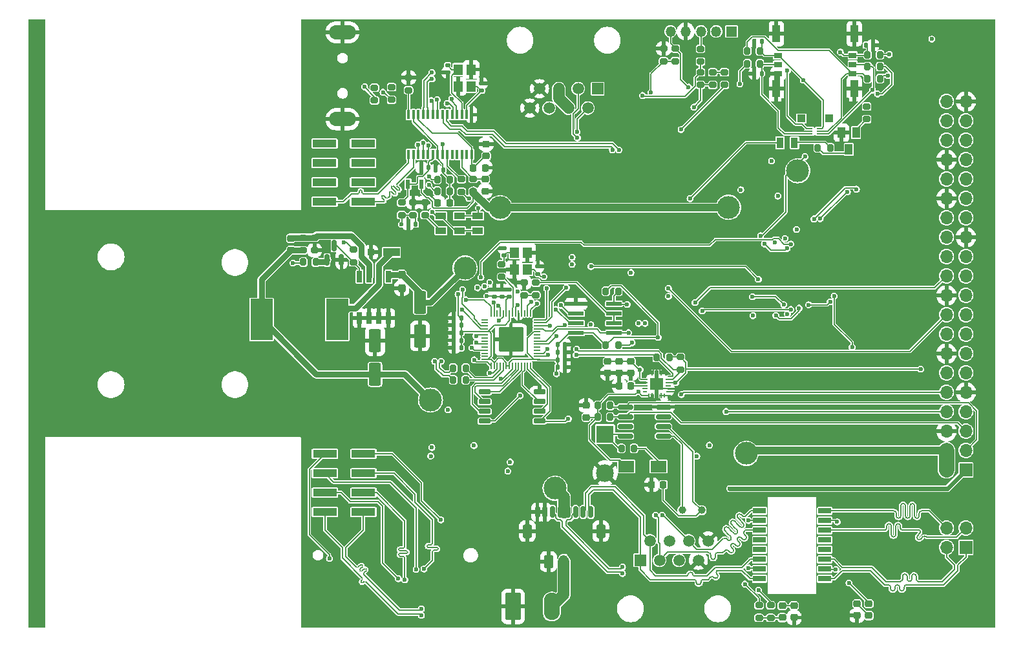
<source format=gbr>
G04 #@! TF.GenerationSoftware,KiCad,Pcbnew,(7.0.0-0)*
G04 #@! TF.CreationDate,2023-03-30T17:03:57+03:00*
G04 #@! TF.ProjectId,RP2040_minimal,52503230-3430-45f6-9d69-6e696d616c2e,REV1*
G04 #@! TF.SameCoordinates,Original*
G04 #@! TF.FileFunction,Copper,L1,Top*
G04 #@! TF.FilePolarity,Positive*
%FSLAX46Y46*%
G04 Gerber Fmt 4.6, Leading zero omitted, Abs format (unit mm)*
G04 Created by KiCad (PCBNEW (7.0.0-0)) date 2023-03-30 17:03:57*
%MOMM*%
%LPD*%
G01*
G04 APERTURE LIST*
G04 Aperture macros list*
%AMRoundRect*
0 Rectangle with rounded corners*
0 $1 Rounding radius*
0 $2 $3 $4 $5 $6 $7 $8 $9 X,Y pos of 4 corners*
0 Add a 4 corners polygon primitive as box body*
4,1,4,$2,$3,$4,$5,$6,$7,$8,$9,$2,$3,0*
0 Add four circle primitives for the rounded corners*
1,1,$1+$1,$2,$3*
1,1,$1+$1,$4,$5*
1,1,$1+$1,$6,$7*
1,1,$1+$1,$8,$9*
0 Add four rect primitives between the rounded corners*
20,1,$1+$1,$2,$3,$4,$5,0*
20,1,$1+$1,$4,$5,$6,$7,0*
20,1,$1+$1,$6,$7,$8,$9,0*
20,1,$1+$1,$8,$9,$2,$3,0*%
G04 Aperture macros list end*
G04 #@! TA.AperFunction,SMDPad,CuDef*
%ADD10R,1.000000X2.300000*%
G04 #@! TD*
G04 #@! TA.AperFunction,SMDPad,CuDef*
%ADD11R,1.100000X1.000000*%
G04 #@! TD*
G04 #@! TA.AperFunction,SMDPad,CuDef*
%ADD12R,1.000000X0.800000*%
G04 #@! TD*
G04 #@! TA.AperFunction,ComponentPad*
%ADD13R,1.500000X1.500000*%
G04 #@! TD*
G04 #@! TA.AperFunction,ComponentPad*
%ADD14C,1.500000*%
G04 #@! TD*
G04 #@! TA.AperFunction,SMDPad,CuDef*
%ADD15RoundRect,0.200000X0.200000X0.275000X-0.200000X0.275000X-0.200000X-0.275000X0.200000X-0.275000X0*%
G04 #@! TD*
G04 #@! TA.AperFunction,SMDPad,CuDef*
%ADD16RoundRect,0.200000X0.275000X-0.200000X0.275000X0.200000X-0.275000X0.200000X-0.275000X-0.200000X0*%
G04 #@! TD*
G04 #@! TA.AperFunction,SMDPad,CuDef*
%ADD17RoundRect,0.140000X-0.140000X-0.170000X0.140000X-0.170000X0.140000X0.170000X-0.140000X0.170000X0*%
G04 #@! TD*
G04 #@! TA.AperFunction,SMDPad,CuDef*
%ADD18RoundRect,0.225000X-0.250000X0.225000X-0.250000X-0.225000X0.250000X-0.225000X0.250000X0.225000X0*%
G04 #@! TD*
G04 #@! TA.AperFunction,SMDPad,CuDef*
%ADD19RoundRect,0.200000X-0.200000X-0.275000X0.200000X-0.275000X0.200000X0.275000X-0.200000X0.275000X0*%
G04 #@! TD*
G04 #@! TA.AperFunction,SMDPad,CuDef*
%ADD20RoundRect,0.200000X-0.275000X0.200000X-0.275000X-0.200000X0.275000X-0.200000X0.275000X0.200000X0*%
G04 #@! TD*
G04 #@! TA.AperFunction,SMDPad,CuDef*
%ADD21RoundRect,0.140000X0.140000X0.170000X-0.140000X0.170000X-0.140000X-0.170000X0.140000X-0.170000X0*%
G04 #@! TD*
G04 #@! TA.AperFunction,SMDPad,CuDef*
%ADD22RoundRect,0.237500X-0.237500X0.300000X-0.237500X-0.300000X0.237500X-0.300000X0.237500X0.300000X0*%
G04 #@! TD*
G04 #@! TA.AperFunction,SMDPad,CuDef*
%ADD23RoundRect,0.150000X0.150000X-0.587500X0.150000X0.587500X-0.150000X0.587500X-0.150000X-0.587500X0*%
G04 #@! TD*
G04 #@! TA.AperFunction,SMDPad,CuDef*
%ADD24RoundRect,0.225000X0.225000X0.250000X-0.225000X0.250000X-0.225000X-0.250000X0.225000X-0.250000X0*%
G04 #@! TD*
G04 #@! TA.AperFunction,SMDPad,CuDef*
%ADD25RoundRect,0.250000X-0.550000X1.250000X-0.550000X-1.250000X0.550000X-1.250000X0.550000X1.250000X0*%
G04 #@! TD*
G04 #@! TA.AperFunction,SMDPad,CuDef*
%ADD26R,0.400000X1.200000*%
G04 #@! TD*
G04 #@! TA.AperFunction,SMDPad,CuDef*
%ADD27RoundRect,0.225000X0.250000X-0.225000X0.250000X0.225000X-0.250000X0.225000X-0.250000X-0.225000X0*%
G04 #@! TD*
G04 #@! TA.AperFunction,ComponentPad*
%ADD28R,1.700000X1.700000*%
G04 #@! TD*
G04 #@! TA.AperFunction,ComponentPad*
%ADD29O,1.700000X1.700000*%
G04 #@! TD*
G04 #@! TA.AperFunction,SMDPad,CuDef*
%ADD30RoundRect,0.140000X-0.170000X0.140000X-0.170000X-0.140000X0.170000X-0.140000X0.170000X0.140000X0*%
G04 #@! TD*
G04 #@! TA.AperFunction,SMDPad,CuDef*
%ADD31RoundRect,0.140000X0.170000X-0.140000X0.170000X0.140000X-0.170000X0.140000X-0.170000X-0.140000X0*%
G04 #@! TD*
G04 #@! TA.AperFunction,SMDPad,CuDef*
%ADD32R,0.700000X1.550000*%
G04 #@! TD*
G04 #@! TA.AperFunction,SMDPad,CuDef*
%ADD33R,1.670000X0.760000*%
G04 #@! TD*
G04 #@! TA.AperFunction,SMDPad,CuDef*
%ADD34R,1.000000X1.400000*%
G04 #@! TD*
G04 #@! TA.AperFunction,SMDPad,CuDef*
%ADD35R,2.900000X5.400000*%
G04 #@! TD*
G04 #@! TA.AperFunction,SMDPad,CuDef*
%ADD36R,1.400000X0.900000*%
G04 #@! TD*
G04 #@! TA.AperFunction,SMDPad,CuDef*
%ADD37RoundRect,0.250000X0.550000X-1.250000X0.550000X1.250000X-0.550000X1.250000X-0.550000X-1.250000X0*%
G04 #@! TD*
G04 #@! TA.AperFunction,ComponentPad*
%ADD38R,1.350000X1.350000*%
G04 #@! TD*
G04 #@! TA.AperFunction,ComponentPad*
%ADD39O,1.350000X1.350000*%
G04 #@! TD*
G04 #@! TA.AperFunction,ComponentPad*
%ADD40RoundRect,0.249999X-0.790001X-1.550001X0.790001X-1.550001X0.790001X1.550001X-0.790001X1.550001X0*%
G04 #@! TD*
G04 #@! TA.AperFunction,ComponentPad*
%ADD41O,2.080000X3.600000*%
G04 #@! TD*
G04 #@! TA.AperFunction,ComponentPad*
%ADD42RoundRect,0.250000X-0.350000X-0.625000X0.350000X-0.625000X0.350000X0.625000X-0.350000X0.625000X0*%
G04 #@! TD*
G04 #@! TA.AperFunction,ComponentPad*
%ADD43O,1.200000X1.750000*%
G04 #@! TD*
G04 #@! TA.AperFunction,SMDPad,CuDef*
%ADD44R,0.600000X0.150000*%
G04 #@! TD*
G04 #@! TA.AperFunction,SMDPad,CuDef*
%ADD45RoundRect,0.150000X0.825000X0.150000X-0.825000X0.150000X-0.825000X-0.150000X0.825000X-0.150000X0*%
G04 #@! TD*
G04 #@! TA.AperFunction,SMDPad,CuDef*
%ADD46R,0.900000X1.400000*%
G04 #@! TD*
G04 #@! TA.AperFunction,SMDPad,CuDef*
%ADD47RoundRect,0.041300X0.943700X0.253700X-0.943700X0.253700X-0.943700X-0.253700X0.943700X-0.253700X0*%
G04 #@! TD*
G04 #@! TA.AperFunction,SMDPad,CuDef*
%ADD48R,3.150000X1.000000*%
G04 #@! TD*
G04 #@! TA.AperFunction,SMDPad,CuDef*
%ADD49RoundRect,0.150000X0.650000X0.150000X-0.650000X0.150000X-0.650000X-0.150000X0.650000X-0.150000X0*%
G04 #@! TD*
G04 #@! TA.AperFunction,SMDPad,CuDef*
%ADD50R,2.120000X1.500000*%
G04 #@! TD*
G04 #@! TA.AperFunction,SMDPad,CuDef*
%ADD51RoundRect,0.150000X0.150000X0.625000X-0.150000X0.625000X-0.150000X-0.625000X0.150000X-0.625000X0*%
G04 #@! TD*
G04 #@! TA.AperFunction,SMDPad,CuDef*
%ADD52RoundRect,0.250000X0.350000X0.650000X-0.350000X0.650000X-0.350000X-0.650000X0.350000X-0.650000X0*%
G04 #@! TD*
G04 #@! TA.AperFunction,SMDPad,CuDef*
%ADD53RoundRect,0.050000X0.387500X0.050000X-0.387500X0.050000X-0.387500X-0.050000X0.387500X-0.050000X0*%
G04 #@! TD*
G04 #@! TA.AperFunction,SMDPad,CuDef*
%ADD54RoundRect,0.050000X0.050000X0.387500X-0.050000X0.387500X-0.050000X-0.387500X0.050000X-0.387500X0*%
G04 #@! TD*
G04 #@! TA.AperFunction,ComponentPad*
%ADD55C,0.600000*%
G04 #@! TD*
G04 #@! TA.AperFunction,SMDPad,CuDef*
%ADD56RoundRect,0.144000X1.456000X1.456000X-1.456000X1.456000X-1.456000X-1.456000X1.456000X-1.456000X0*%
G04 #@! TD*
G04 #@! TA.AperFunction,SMDPad,CuDef*
%ADD57R,0.600000X1.250000*%
G04 #@! TD*
G04 #@! TA.AperFunction,SMDPad,CuDef*
%ADD58RoundRect,0.225000X-0.225000X-0.250000X0.225000X-0.250000X0.225000X0.250000X-0.225000X0.250000X0*%
G04 #@! TD*
G04 #@! TA.AperFunction,SMDPad,CuDef*
%ADD59R,2.170000X1.120000*%
G04 #@! TD*
G04 #@! TA.AperFunction,SMDPad,CuDef*
%ADD60R,0.850000X0.850000*%
G04 #@! TD*
G04 #@! TA.AperFunction,SMDPad,CuDef*
%ADD61R,1.200000X1.400000*%
G04 #@! TD*
G04 #@! TA.AperFunction,SMDPad,CuDef*
%ADD62R,0.100000X0.500000*%
G04 #@! TD*
G04 #@! TA.AperFunction,SMDPad,CuDef*
%ADD63R,0.200000X0.750000*%
G04 #@! TD*
G04 #@! TA.AperFunction,SMDPad,CuDef*
%ADD64R,0.150000X0.500000*%
G04 #@! TD*
G04 #@! TA.AperFunction,SMDPad,CuDef*
%ADD65R,0.500000X0.150000*%
G04 #@! TD*
G04 #@! TA.AperFunction,SMDPad,CuDef*
%ADD66R,0.750000X0.200000*%
G04 #@! TD*
G04 #@! TA.AperFunction,SMDPad,CuDef*
%ADD67R,0.500000X0.100000*%
G04 #@! TD*
G04 #@! TA.AperFunction,SMDPad,CuDef*
%ADD68R,1.750000X1.590000*%
G04 #@! TD*
G04 #@! TA.AperFunction,ComponentPad*
%ADD69C,1.000000*%
G04 #@! TD*
G04 #@! TA.AperFunction,ComponentPad*
%ADD70O,3.500000X1.900000*%
G04 #@! TD*
G04 #@! TA.AperFunction,ComponentPad*
%ADD71R,2.310000X2.310000*%
G04 #@! TD*
G04 #@! TA.AperFunction,ComponentPad*
%ADD72C,2.310000*%
G04 #@! TD*
G04 #@! TA.AperFunction,ViaPad*
%ADD73C,0.600000*%
G04 #@! TD*
G04 #@! TA.AperFunction,ViaPad*
%ADD74C,3.000000*%
G04 #@! TD*
G04 #@! TA.AperFunction,Conductor*
%ADD75C,0.150000*%
G04 #@! TD*
G04 #@! TA.AperFunction,Conductor*
%ADD76C,0.200000*%
G04 #@! TD*
G04 #@! TA.AperFunction,Conductor*
%ADD77C,1.500000*%
G04 #@! TD*
G04 #@! TA.AperFunction,Conductor*
%ADD78C,0.800000*%
G04 #@! TD*
G04 #@! TA.AperFunction,Conductor*
%ADD79C,0.600000*%
G04 #@! TD*
G04 #@! TA.AperFunction,Conductor*
%ADD80C,1.000000*%
G04 #@! TD*
G04 #@! TA.AperFunction,Conductor*
%ADD81C,2.000000*%
G04 #@! TD*
G04 APERTURE END LIST*
D10*
X202612499Y-41614999D03*
X202612499Y-48814999D03*
X192412499Y-48814999D03*
X192412499Y-41614999D03*
D11*
X199332499Y-52739999D03*
X195692499Y-52739999D03*
D12*
X192612499Y-44464999D03*
X192612499Y-45664999D03*
X202412499Y-44464999D03*
X192612499Y-46864999D03*
X202412499Y-45664999D03*
X202412499Y-46864999D03*
D13*
X174569999Y-110599999D03*
D14*
X175840000Y-108060000D03*
X177110000Y-110600000D03*
X178380000Y-108060000D03*
X179650000Y-110600000D03*
X180920000Y-108060000D03*
X182190000Y-110600000D03*
X183460000Y-108060000D03*
D15*
X199487500Y-56575000D03*
X197837500Y-56575000D03*
D16*
X137020000Y-71560000D03*
X137020000Y-69910000D03*
D17*
X204132500Y-43115000D03*
X205092500Y-43115000D03*
D18*
X194730000Y-116555000D03*
X194730000Y-118105000D03*
D19*
X168979750Y-90310000D03*
X170629750Y-90310000D03*
X150067250Y-86975000D03*
X151717250Y-86975000D03*
D20*
X160902250Y-74220000D03*
X160902250Y-75870000D03*
D21*
X151112250Y-82765000D03*
X150152250Y-82765000D03*
D16*
X143320000Y-65385000D03*
X143320000Y-63735000D03*
D22*
X143350000Y-73207500D03*
X143350000Y-74932500D03*
D21*
X145150000Y-66570000D03*
X144190000Y-66570000D03*
D23*
X133540000Y-71250000D03*
X135440000Y-71250000D03*
X134490000Y-69375000D03*
D21*
X190482500Y-42605000D03*
X189522500Y-42605000D03*
D24*
X173364750Y-87730000D03*
X171814750Y-87730000D03*
D16*
X159382250Y-75880000D03*
X159382250Y-74230000D03*
D25*
X145720000Y-76820000D03*
X145720000Y-81220000D03*
D26*
X152487499Y-52219999D03*
X151852499Y-52219999D03*
X151217499Y-52219999D03*
X150582499Y-52219999D03*
X149947499Y-52219999D03*
X149312499Y-52219999D03*
X148677499Y-52219999D03*
X148042499Y-52219999D03*
X147407499Y-52219999D03*
X146772499Y-52219999D03*
X146137499Y-52219999D03*
X145502499Y-52219999D03*
X144867499Y-52219999D03*
X144232499Y-52219999D03*
X144232499Y-57419999D03*
X144867499Y-57419999D03*
X145502499Y-57419999D03*
X146137499Y-57419999D03*
X146772499Y-57419999D03*
X147407499Y-57419999D03*
X148042499Y-57419999D03*
X148677499Y-57419999D03*
X149312499Y-57419999D03*
X149947499Y-57419999D03*
X150582499Y-57419999D03*
X151217499Y-57419999D03*
X151852499Y-57419999D03*
X152487499Y-57419999D03*
D27*
X193200000Y-118105000D03*
X193200000Y-116555000D03*
D24*
X177599750Y-100700000D03*
X176049750Y-100700000D03*
D20*
X139760000Y-48700000D03*
X139760000Y-50350000D03*
D15*
X206007500Y-47495000D03*
X204357500Y-47495000D03*
D19*
X147990000Y-60710000D03*
X149640000Y-60710000D03*
D21*
X151112250Y-81785000D03*
X150152250Y-81785000D03*
D17*
X163762250Y-85305000D03*
X164722250Y-85305000D03*
D24*
X149585000Y-63760000D03*
X148035000Y-63760000D03*
D28*
X217239999Y-98749999D03*
D29*
X214699999Y-98749999D03*
X217239999Y-96209999D03*
X214699999Y-96209999D03*
X217239999Y-93669999D03*
X214699999Y-93669999D03*
X217239999Y-91129999D03*
X214699999Y-91129999D03*
X217239999Y-88589999D03*
X214699999Y-88589999D03*
X217239999Y-86049999D03*
X214699999Y-86049999D03*
X217239999Y-83509999D03*
X214699999Y-83509999D03*
X217239999Y-80969999D03*
X214699999Y-80969999D03*
X217239999Y-78429999D03*
X214699999Y-78429999D03*
X217239999Y-75889999D03*
X214699999Y-75889999D03*
X217239999Y-73349999D03*
X214699999Y-73349999D03*
X217239999Y-70809999D03*
X214699999Y-70809999D03*
X217239999Y-68269999D03*
X214699999Y-68269999D03*
X217239999Y-65729999D03*
X214699999Y-65729999D03*
X217239999Y-63189999D03*
X214699999Y-63189999D03*
X217239999Y-60649999D03*
X214699999Y-60649999D03*
X217239999Y-58109999D03*
X214699999Y-58109999D03*
X217239999Y-55569999D03*
X214699999Y-55569999D03*
X217239999Y-53029999D03*
X214699999Y-53029999D03*
X217239999Y-50489999D03*
X214699999Y-50489999D03*
D18*
X128810000Y-68410000D03*
X128810000Y-69960000D03*
D15*
X206007500Y-45935000D03*
X204357500Y-45935000D03*
D30*
X149340000Y-45740000D03*
X149340000Y-46700000D03*
D18*
X204510000Y-116295000D03*
X204510000Y-117845000D03*
D16*
X182480000Y-45260000D03*
X182480000Y-43610000D03*
D21*
X151112250Y-80805000D03*
X150152250Y-80805000D03*
D31*
X161182250Y-73075000D03*
X161182250Y-72115000D03*
D17*
X163762250Y-84325000D03*
X164722250Y-84325000D03*
D32*
X141614999Y-73434999D03*
X140344999Y-73434999D03*
X139074999Y-73434999D03*
X137804999Y-73434999D03*
X137804999Y-78884999D03*
X139074999Y-78884999D03*
X140344999Y-78884999D03*
X141614999Y-78884999D03*
D17*
X147780000Y-59460000D03*
X148740000Y-59460000D03*
D31*
X157422250Y-76105000D03*
X157422250Y-75145000D03*
D19*
X130430000Y-71520000D03*
X132080000Y-71520000D03*
D20*
X179180000Y-43560000D03*
X179180000Y-45210000D03*
D21*
X151112250Y-79815000D03*
X150152250Y-79815000D03*
D20*
X179854750Y-83975000D03*
X179854750Y-85625000D03*
D15*
X173759750Y-95950000D03*
X172109750Y-95950000D03*
D18*
X173344750Y-84550000D03*
X173344750Y-86100000D03*
D16*
X191670000Y-118145000D03*
X191670000Y-116495000D03*
D13*
X168989999Y-48819999D03*
D14*
X167720000Y-51360000D03*
X166450000Y-48820000D03*
X165180000Y-51360000D03*
X163910000Y-48820000D03*
X162640000Y-51360000D03*
X161370000Y-48820000D03*
X160100000Y-51360000D03*
D15*
X190257500Y-43865000D03*
X188607500Y-43865000D03*
D33*
X198739999Y-113019999D03*
X198739999Y-111749999D03*
X198739999Y-110479999D03*
X198739999Y-109209999D03*
X198739999Y-107939999D03*
X198739999Y-106669999D03*
X198739999Y-105399999D03*
X198739999Y-104129999D03*
X190209999Y-104129999D03*
X190209999Y-105399999D03*
X190209999Y-106669999D03*
X190209999Y-107939999D03*
X190209999Y-109209999D03*
X190209999Y-110479999D03*
X190209999Y-111749999D03*
X190209999Y-113019999D03*
D16*
X182480000Y-48335000D03*
X182480000Y-46685000D03*
D34*
X202852499Y-54584999D03*
X201902499Y-56784999D03*
X200952499Y-54584999D03*
D16*
X184080000Y-48330000D03*
X184080000Y-46680000D03*
X146370000Y-65380000D03*
X146370000Y-63730000D03*
D19*
X188607500Y-45565000D03*
X190257500Y-45565000D03*
D35*
X124959999Y-79069999D03*
X134859999Y-79069999D03*
D36*
X153259999Y-67409999D03*
X153259999Y-65509999D03*
D20*
X142000000Y-48625000D03*
X142000000Y-50275000D03*
D37*
X139840000Y-86230000D03*
X139840000Y-81830000D03*
D38*
X186539999Y-41319999D03*
D39*
X184539999Y-41319999D03*
X182539999Y-41319999D03*
X180539999Y-41319999D03*
X178539999Y-41319999D03*
D18*
X170304750Y-84545000D03*
X170304750Y-86095000D03*
D27*
X154380000Y-57640000D03*
X154380000Y-56090000D03*
D18*
X202980000Y-116290000D03*
X202980000Y-117840000D03*
D16*
X151150000Y-62325000D03*
X151150000Y-60675000D03*
D40*
X157910000Y-116660000D03*
D41*
X162989999Y-116659999D03*
D28*
X217239999Y-108909999D03*
D29*
X214699999Y-108909999D03*
X217239999Y-106369999D03*
X214699999Y-106369999D03*
D17*
X163762250Y-83345000D03*
X164722250Y-83345000D03*
D16*
X156430000Y-73470000D03*
X156430000Y-71820000D03*
D15*
X171717250Y-75365000D03*
X170067250Y-75365000D03*
D31*
X153780000Y-49080000D03*
X153780000Y-48120000D03*
D15*
X206007500Y-44385000D03*
X204357500Y-44385000D03*
D16*
X190140000Y-118140000D03*
X190140000Y-116490000D03*
D42*
X162550000Y-110770000D03*
D43*
X164549999Y-110769999D03*
D44*
X196842499Y-54044999D03*
X196842499Y-54394999D03*
X196842499Y-54744999D03*
X197942499Y-54744999D03*
X197942499Y-54394999D03*
X197942499Y-54044999D03*
D18*
X171824750Y-84550000D03*
X171824750Y-86100000D03*
D16*
X144840000Y-65390000D03*
X144840000Y-63740000D03*
D36*
X148459999Y-67409999D03*
X148459999Y-65509999D03*
D19*
X168979750Y-91840000D03*
X170629750Y-91840000D03*
D16*
X177640000Y-45210000D03*
X177640000Y-43560000D03*
D45*
X177614750Y-94315000D03*
X177614750Y-93045000D03*
X177614750Y-91775000D03*
X177614750Y-90505000D03*
X172664750Y-90505000D03*
X172664750Y-91775000D03*
X172664750Y-93045000D03*
X172664750Y-94315000D03*
D21*
X151112250Y-78835000D03*
X150152250Y-78835000D03*
D19*
X150067250Y-85445000D03*
X151717250Y-85445000D03*
D20*
X131900000Y-68330000D03*
X131900000Y-69980000D03*
D46*
X194792499Y-55894999D03*
X192892499Y-55894999D03*
D47*
X171122250Y-80815000D03*
X171122250Y-79545000D03*
X171122250Y-78275000D03*
X171122250Y-77005000D03*
X166172250Y-77005000D03*
X166172250Y-78275000D03*
X166172250Y-79545000D03*
X166172250Y-80815000D03*
D17*
X145900000Y-59130000D03*
X146860000Y-59130000D03*
D15*
X178369750Y-84030000D03*
X176719750Y-84030000D03*
D19*
X147985000Y-62240000D03*
X149635000Y-62240000D03*
D20*
X152710000Y-60635000D03*
X152710000Y-62285000D03*
D31*
X156442250Y-76105000D03*
X156442250Y-75145000D03*
D48*
X138260993Y-63629999D03*
X133210993Y-63629999D03*
X138260993Y-61089999D03*
X133210993Y-61089999D03*
X138260993Y-58549999D03*
X133210993Y-58549999D03*
X138260993Y-56009999D03*
X133210993Y-56009999D03*
D16*
X144220000Y-49020000D03*
X144220000Y-47370000D03*
D31*
X155462250Y-76105000D03*
X155462250Y-75145000D03*
D48*
X138311793Y-104269999D03*
X133261793Y-104269999D03*
X138311793Y-101729999D03*
X133261793Y-101729999D03*
X138311793Y-99189999D03*
X133261793Y-99189999D03*
X138311793Y-96649999D03*
X133261793Y-96649999D03*
D49*
X161387250Y-92360000D03*
X161387250Y-91090000D03*
X161387250Y-89820000D03*
X161387250Y-88550000D03*
X154187250Y-88550000D03*
X154187250Y-89820000D03*
X154187250Y-91090000D03*
X154187250Y-92360000D03*
D50*
X172754749Y-98319999D03*
X176984749Y-98319999D03*
D51*
X168100000Y-104265000D03*
X167100000Y-104265000D03*
X166100000Y-104265000D03*
X165100000Y-104265000D03*
X164100000Y-104265000D03*
X163100000Y-104265000D03*
X162100000Y-104265000D03*
X161100000Y-104265000D03*
D52*
X169400000Y-106790000D03*
X159800000Y-106790000D03*
D16*
X204242500Y-52810000D03*
X204242500Y-51160000D03*
D53*
X161064750Y-84280000D03*
X161064750Y-83880000D03*
X161064750Y-83480000D03*
X161064750Y-83080000D03*
X161064750Y-82680000D03*
X161064750Y-82280000D03*
X161064750Y-81880000D03*
X161064750Y-81480000D03*
X161064750Y-81080000D03*
X161064750Y-80680000D03*
X161064750Y-80280000D03*
X161064750Y-79880000D03*
X161064750Y-79480000D03*
X161064750Y-79080000D03*
D54*
X160227250Y-78242500D03*
X159827250Y-78242500D03*
X159427250Y-78242500D03*
X159027250Y-78242500D03*
X158627250Y-78242500D03*
X158227250Y-78242500D03*
X157827250Y-78242500D03*
X157427250Y-78242500D03*
X157027250Y-78242500D03*
X156627250Y-78242500D03*
X156227250Y-78242500D03*
X155827250Y-78242500D03*
X155427250Y-78242500D03*
X155027250Y-78242500D03*
D53*
X154189750Y-79080000D03*
X154189750Y-79480000D03*
X154189750Y-79880000D03*
X154189750Y-80280000D03*
X154189750Y-80680000D03*
X154189750Y-81080000D03*
X154189750Y-81480000D03*
X154189750Y-81880000D03*
X154189750Y-82280000D03*
X154189750Y-82680000D03*
X154189750Y-83080000D03*
X154189750Y-83480000D03*
X154189750Y-83880000D03*
X154189750Y-84280000D03*
D54*
X155027250Y-85117500D03*
X155427250Y-85117500D03*
X155827250Y-85117500D03*
X156227250Y-85117500D03*
X156627250Y-85117500D03*
X157027250Y-85117500D03*
X157427250Y-85117500D03*
X157827250Y-85117500D03*
X158227250Y-85117500D03*
X158627250Y-85117500D03*
X159027250Y-85117500D03*
X159427250Y-85117500D03*
X159827250Y-85117500D03*
X160227250Y-85117500D03*
D55*
X158902250Y-82955000D03*
X158902250Y-81680000D03*
X158902250Y-80405000D03*
X157627250Y-82955000D03*
X157627250Y-81680000D03*
D56*
X157627250Y-81680000D03*
D55*
X157627250Y-80405000D03*
X156352250Y-82955000D03*
X156352250Y-81680000D03*
X156352250Y-80405000D03*
D57*
X145939999Y-61319999D03*
X144139999Y-61319999D03*
D58*
X152710000Y-59180000D03*
X154260000Y-59180000D03*
D31*
X156712250Y-70665000D03*
X156712250Y-69705000D03*
D27*
X167504750Y-91860000D03*
X167504750Y-90310000D03*
D21*
X190482500Y-46825000D03*
X189522500Y-46825000D03*
D59*
X141969999Y-70259999D03*
D60*
X139289999Y-70259999D03*
D20*
X185610000Y-46675000D03*
X185610000Y-48325000D03*
D16*
X130380000Y-69985000D03*
X130380000Y-68335000D03*
D61*
X150709999Y-46309999D03*
X150709999Y-48509999D03*
X152409999Y-48509999D03*
X152409999Y-46309999D03*
D17*
X163762250Y-82365000D03*
X164722250Y-82365000D03*
D62*
X177714749Y-86019999D03*
D63*
X177314749Y-86019999D03*
X176914749Y-86019999D03*
X176514749Y-86019999D03*
X176114749Y-86019999D03*
D64*
X175714749Y-86019999D03*
D65*
X175214749Y-86519999D03*
D66*
X175214749Y-86919999D03*
X175214749Y-87319999D03*
X175214749Y-87719999D03*
X175214749Y-88119999D03*
D65*
X175214749Y-88519999D03*
D64*
X175714749Y-89019999D03*
D63*
X176114749Y-89019999D03*
X176514749Y-89019999D03*
X176914749Y-89019999D03*
X177314749Y-89019999D03*
D64*
X177714749Y-89019999D03*
D65*
X178214749Y-88519999D03*
D66*
X178214749Y-88119999D03*
X178214749Y-87719999D03*
X178214749Y-87319999D03*
X178214749Y-86919999D03*
D67*
X178214749Y-86519999D03*
D68*
X176714749Y-87519999D03*
D15*
X171717250Y-82455000D03*
X170067250Y-82455000D03*
D61*
X158102249Y-70294999D03*
X158102249Y-72494999D03*
X159802249Y-72494999D03*
X159802249Y-70294999D03*
D36*
X150859999Y-65509999D03*
X150859999Y-67409999D03*
D69*
X182624750Y-104040000D03*
X180084750Y-104040000D03*
D18*
X154240000Y-60680000D03*
X154240000Y-62230000D03*
D70*
X135579999Y-41419999D03*
X135579999Y-52819999D03*
D71*
X169964749Y-94089999D03*
D72*
X169964750Y-99170000D03*
D73*
X199370000Y-117810000D03*
X191420000Y-70730000D03*
X205520000Y-109610000D03*
X194530000Y-52130000D03*
X159870000Y-86620000D03*
X187810000Y-102810000D03*
X178410000Y-89200000D03*
X206810000Y-109500000D03*
X160850000Y-65710000D03*
X149270000Y-88580000D03*
X196220000Y-49610000D03*
X196960000Y-78040000D03*
X205570000Y-104990000D03*
X176760000Y-102680000D03*
X158490000Y-86990000D03*
X185630000Y-104800000D03*
X142270000Y-59230000D03*
X193900000Y-53870000D03*
X181940000Y-68130000D03*
X179550000Y-100300000D03*
X159300000Y-79300000D03*
X156520000Y-58320000D03*
X146680000Y-62360000D03*
X142390000Y-58230000D03*
X144580000Y-55180000D03*
X182030000Y-70520000D03*
X145050000Y-92570000D03*
X183470000Y-68800000D03*
X193310000Y-50370000D03*
X160720000Y-96440000D03*
X203480000Y-104990000D03*
X145000000Y-60060000D03*
X162800000Y-61910000D03*
X173580000Y-68290000D03*
X172310000Y-66910000D03*
X167320000Y-99100000D03*
X189460000Y-72300000D03*
X165810000Y-86440000D03*
X145060000Y-62530000D03*
X146360000Y-85950000D03*
X209280000Y-109070000D03*
X173660000Y-56610000D03*
X140460000Y-59820000D03*
X159920000Y-80030000D03*
X178580000Y-66950000D03*
X151500000Y-49970000D03*
X159590000Y-94320000D03*
X191380000Y-78370000D03*
X144670000Y-84310000D03*
X167800000Y-59970000D03*
X147919122Y-58600878D03*
X196320000Y-79610000D03*
X133670000Y-74560000D03*
X162680000Y-59290000D03*
X164960000Y-61460000D03*
X200860000Y-116920000D03*
X208850000Y-111160000D03*
X164030000Y-58770000D03*
X194800000Y-51090000D03*
X172910000Y-61460000D03*
X163450000Y-89170000D03*
X150580000Y-58950000D03*
X152050000Y-44450000D03*
X199380000Y-69450000D03*
X148660000Y-93130000D03*
X196420000Y-69430000D03*
X148940000Y-47790000D03*
X203420000Y-109070000D03*
X203830000Y-69350000D03*
X142560000Y-56610000D03*
X165580000Y-90600000D03*
X160970000Y-66950000D03*
X197260000Y-116660000D03*
X202910000Y-94460000D03*
X190170000Y-72700000D03*
X154250000Y-46080000D03*
X167830000Y-65830000D03*
X167800000Y-61160000D03*
X146660000Y-83900000D03*
X161630000Y-94720000D03*
X163500000Y-65640000D03*
X167800000Y-58770000D03*
X208100000Y-72940000D03*
X189140000Y-74100000D03*
X194910000Y-49560000D03*
X158240000Y-61500000D03*
X208210000Y-108850000D03*
X148610000Y-94520000D03*
X163730000Y-66980000D03*
X150970000Y-88120000D03*
X201720000Y-50250000D03*
X159700000Y-62020000D03*
X151020000Y-63590000D03*
X164180000Y-62240000D03*
X183380000Y-71180000D03*
X197600000Y-50870000D03*
X189630000Y-76760000D03*
X162680000Y-57910000D03*
X130970000Y-78680000D03*
X191660000Y-76890000D03*
X164660000Y-65790000D03*
X210890000Y-106060000D03*
X145980000Y-84630000D03*
X209710000Y-65110000D03*
X159620000Y-66390000D03*
X159100000Y-60150000D03*
X156450000Y-94240000D03*
X167800000Y-67800000D03*
X188950000Y-70600000D03*
X196310000Y-51010000D03*
X196630000Y-70720000D03*
X173700000Y-59030000D03*
X162160000Y-60940000D03*
X195540000Y-78520000D03*
X130370000Y-74840000D03*
X155520000Y-96800000D03*
X189910000Y-75440000D03*
X165000000Y-67690000D03*
X206560000Y-94340000D03*
X156490000Y-60380000D03*
X175250000Y-102100000D03*
X212070000Y-111160000D03*
X205790000Y-108530000D03*
X173660000Y-66350000D03*
X196240000Y-117440000D03*
X149370000Y-96390000D03*
X130370000Y-77770000D03*
X186910000Y-67470000D03*
X193340000Y-115300000D03*
X217440000Y-43090000D03*
X200860000Y-114640000D03*
X184450000Y-66970000D03*
X179320000Y-88330000D03*
X164180000Y-60450000D03*
X188930000Y-69180000D03*
X157830000Y-58400000D03*
X198730000Y-115180000D03*
X179340000Y-89390000D03*
X142720000Y-88960000D03*
D74*
X163420000Y-101170000D03*
X151620021Y-72310000D03*
D73*
X180900000Y-48620000D03*
X202900000Y-61990000D03*
X197340000Y-65880000D03*
X195928750Y-47681250D03*
X147290000Y-47545000D03*
X147290000Y-46695000D03*
X163564750Y-81270000D03*
X172854750Y-77070000D03*
X172250000Y-111485000D03*
X176595000Y-104710000D03*
X172250000Y-112335000D03*
X177445000Y-104710000D03*
X147140000Y-96940000D03*
X162320000Y-74990000D03*
X154170878Y-74730878D03*
X154870000Y-74200000D03*
X164900000Y-74860000D03*
X147280000Y-95820000D03*
X157540000Y-97720000D03*
X161030000Y-76960000D03*
X160312107Y-76744632D03*
X157240000Y-98910000D03*
X164737750Y-79770500D03*
X165655500Y-71820000D03*
X165650000Y-70890000D03*
X162780000Y-79880000D03*
X173520000Y-82110000D03*
X173040000Y-80790000D03*
X187630000Y-48200000D03*
X166300000Y-54520000D03*
X163530000Y-77740000D03*
X164190000Y-77200000D03*
X166338061Y-55268535D03*
X205003382Y-48993382D03*
X145900000Y-116965000D03*
X145900000Y-117815000D03*
X143730000Y-113150000D03*
X142880000Y-113000000D03*
X133860000Y-110360000D03*
X148450000Y-105310000D03*
X146240000Y-111730000D03*
X145220000Y-111780000D03*
X181760000Y-76840000D03*
X156020000Y-79220000D03*
X155988466Y-77232576D03*
X158481750Y-75370000D03*
X178280000Y-75000000D03*
X155350000Y-76840000D03*
X178280000Y-76020000D03*
X179960000Y-88890000D03*
X149410000Y-90890000D03*
X185830000Y-91110000D03*
X151740000Y-76460000D03*
X152128666Y-63173900D03*
X153387383Y-64432617D03*
X190350000Y-68075500D03*
D74*
X195209065Y-59572529D03*
D73*
X196170000Y-57720000D03*
X186310000Y-101210000D03*
X151310000Y-75140000D03*
X153710000Y-73530000D03*
X194325500Y-69168719D03*
X153054500Y-81204500D03*
X182700000Y-77940000D03*
X194325500Y-77741372D03*
X148670000Y-56050000D03*
X147310972Y-64956519D03*
X207010000Y-47100000D03*
X207200000Y-44350000D03*
X191780000Y-58290000D03*
X179210000Y-87330000D03*
X174324750Y-88510000D03*
X174554750Y-85610000D03*
X211310000Y-85560000D03*
X205660000Y-49500000D03*
X158502750Y-77130000D03*
X161960000Y-73434500D03*
X174880000Y-49710000D03*
X165150000Y-92060000D03*
X153260000Y-74900000D03*
X173360000Y-72910000D03*
X175990000Y-49290000D03*
X152530000Y-82770000D03*
X153090000Y-82060000D03*
X168110000Y-79750000D03*
X168130000Y-72120000D03*
X190050000Y-73794500D03*
X151215500Y-77800000D03*
X129070000Y-71660000D03*
X166241744Y-82942668D03*
X162410000Y-82942168D03*
X166184750Y-83690000D03*
X162534535Y-83681252D03*
X181610000Y-51240000D03*
X150700000Y-75760000D03*
X176930000Y-81400000D03*
X163600000Y-86170000D03*
X212780000Y-42320000D03*
X135700000Y-68937000D03*
X158830498Y-89040000D03*
X175205000Y-79560000D03*
X171785000Y-56840000D03*
X170935000Y-56840000D03*
X174355000Y-79560000D03*
D74*
X147090000Y-89600000D03*
D73*
X181100000Y-63220000D03*
X183640000Y-95520000D03*
X154480000Y-75980000D03*
X156310953Y-86788053D03*
X154890000Y-86060000D03*
X201930000Y-113570000D03*
X200380000Y-105570000D03*
X200210000Y-111810000D03*
X193852500Y-46465000D03*
X200792500Y-44025000D03*
X143300000Y-66590000D03*
X146141545Y-55891003D03*
X195050000Y-67250000D03*
X192254500Y-68968128D03*
X179930000Y-54180000D03*
X152800000Y-95570000D03*
X152840000Y-84350000D03*
X181990000Y-96960000D03*
X145450000Y-56180000D03*
X146900000Y-61450000D03*
X146810000Y-56230000D03*
X146880000Y-60330000D03*
X188750000Y-105380000D03*
X190090000Y-114530000D03*
X188770000Y-111610000D03*
X188290000Y-113710000D03*
X199460000Y-76740000D03*
X196630000Y-77130000D03*
X202340000Y-82700000D03*
X199985000Y-76000000D03*
X198150000Y-65860000D03*
X201710000Y-62330000D03*
X149269479Y-50770521D03*
X147655000Y-84530000D03*
X149870521Y-50169479D03*
X148505000Y-84530000D03*
X147229500Y-50390000D03*
X140880000Y-49280000D03*
X147970000Y-50270000D03*
X138460000Y-48580000D03*
X193860878Y-78349122D03*
X189340000Y-78550000D03*
X189290000Y-76080000D03*
X193374500Y-77120000D03*
X193560353Y-68443628D03*
X187740000Y-62060000D03*
X193825500Y-69739969D03*
X192610000Y-62890000D03*
X190840000Y-69160000D03*
D74*
X156200000Y-64410000D03*
D73*
X192350000Y-78520000D03*
D74*
X188470000Y-96590000D03*
D73*
X195374500Y-77570000D03*
D74*
X186140000Y-64360000D03*
D75*
X178214750Y-88120000D02*
X177314750Y-88120000D01*
X177714750Y-89020000D02*
X178230000Y-89020000D01*
X148035000Y-63715000D02*
X148035000Y-63760000D01*
X179130000Y-88520000D02*
X179320000Y-88330000D01*
X178230000Y-89020000D02*
X178410000Y-89200000D01*
X178214750Y-88520000D02*
X179130000Y-88520000D01*
X177314750Y-88120000D02*
X176714750Y-87520000D01*
X146680000Y-62360000D02*
X148035000Y-63715000D01*
D76*
X209160000Y-114115000D02*
X209160000Y-114296750D01*
X207960000Y-114115000D02*
X207960000Y-114296755D01*
X201037501Y-111975000D02*
X199992501Y-113020000D01*
X214343200Y-113815000D02*
X209460000Y-113815000D01*
X216195000Y-111230001D02*
X216195000Y-111963200D01*
X207360000Y-114296755D02*
X207360000Y-114115000D01*
X208560000Y-114296750D02*
X208560000Y-114115000D01*
X206566800Y-113815000D02*
X204726800Y-111975000D01*
X207060000Y-113815000D02*
X206566800Y-113815000D01*
X217240000Y-108910000D02*
X217240000Y-110185001D01*
X217240000Y-110185001D02*
X216195000Y-111230001D01*
X216195000Y-111963200D02*
X214343200Y-113815000D01*
X199992501Y-113020000D02*
X198740000Y-113020000D01*
X204726800Y-111975000D02*
X201037501Y-111975000D01*
X208559950Y-114296750D02*
G75*
G03*
X208860000Y-114596750I300050J50D01*
G01*
X207660000Y-114596800D02*
G75*
G03*
X207960000Y-114296755I0J300000D01*
G01*
X208260000Y-113815000D02*
G75*
G03*
X207960000Y-114115000I0J-300000D01*
G01*
X208860000Y-114596700D02*
G75*
G03*
X209160000Y-114296750I0J300000D01*
G01*
X207360045Y-114296755D02*
G75*
G03*
X207660000Y-114596755I299955J-45D01*
G01*
X209460000Y-113815000D02*
G75*
G03*
X209160000Y-114115000I0J-300000D01*
G01*
X208560000Y-114115000D02*
G75*
G03*
X208260000Y-113815000I-300000J0D01*
G01*
X207360000Y-114115000D02*
G75*
G03*
X207060000Y-113815000I-300000J0D01*
G01*
X214700000Y-110185001D02*
X215745000Y-111230001D01*
X210740000Y-113065000D02*
X210740000Y-112696850D01*
X215745000Y-111776800D02*
X214156800Y-113365000D01*
X214156800Y-113365000D02*
X211040000Y-113365000D01*
X208940000Y-112696849D02*
X208940000Y-113065000D01*
X215745000Y-111230001D02*
X215745000Y-111776800D01*
X209540000Y-113065000D02*
X209540000Y-112696849D01*
X199992501Y-110480000D02*
X198740000Y-110480000D01*
X208640000Y-113365000D02*
X206790000Y-113365000D01*
X206753200Y-113365000D02*
X204913200Y-111525000D01*
X201037501Y-111525000D02*
X199992501Y-110480000D01*
X206790000Y-113365000D02*
X206753200Y-113365000D01*
X204913200Y-111525000D02*
X201037501Y-111525000D01*
X214700000Y-108910000D02*
X214700000Y-110185001D01*
X210140000Y-112696850D02*
X210140000Y-113065000D01*
X209540000Y-113065000D02*
G75*
G03*
X209840000Y-113365000I300000J0D01*
G01*
X208640000Y-113365000D02*
G75*
G03*
X208940000Y-113065000I0J300000D01*
G01*
X210740000Y-113065000D02*
G75*
G03*
X211040000Y-113365000I300000J0D01*
G01*
X210440000Y-112396900D02*
G75*
G03*
X210140000Y-112696850I0J-300000D01*
G01*
X209240000Y-112396800D02*
G75*
G03*
X208940000Y-112696849I0J-300000D01*
G01*
X210740050Y-112696850D02*
G75*
G03*
X210440000Y-112396850I-300050J-50D01*
G01*
X209840000Y-113365000D02*
G75*
G03*
X210140000Y-113065000I0J300000D01*
G01*
X209539951Y-112696849D02*
G75*
G03*
X209240000Y-112396849I-299951J49D01*
G01*
X211331421Y-107801370D02*
X211331422Y-107801369D01*
X212090000Y-107570000D02*
X212038527Y-107518527D01*
X211614263Y-107518527D02*
X211331421Y-107801370D01*
X216040000Y-107570000D02*
X212090000Y-107570000D01*
X208660000Y-106370000D02*
X208660000Y-106107440D01*
X217240000Y-106370000D02*
X216040000Y-107570000D01*
X211190000Y-107094264D02*
X211189999Y-107094265D01*
X208060000Y-106107440D02*
X208060000Y-106370000D01*
X210907157Y-107377106D02*
X211190000Y-107094264D01*
X207460000Y-107232554D02*
X207460000Y-106670000D01*
X206560000Y-106670000D02*
X204248535Y-106670000D01*
X204248535Y-106670000D02*
X198740000Y-106670000D01*
X207460000Y-106670000D02*
X207460000Y-106107450D01*
X208060000Y-106370000D02*
X208060000Y-107232554D01*
X206860000Y-106107450D02*
X206860000Y-106370000D01*
X211190000Y-106670000D02*
X208960000Y-106670000D01*
X211189967Y-107094232D02*
G75*
G03*
X211190000Y-106670000I-212067J212132D01*
G01*
X207160000Y-105807500D02*
G75*
G03*
X206860000Y-106107450I0J-300000D01*
G01*
X207760000Y-107532600D02*
G75*
G03*
X208060000Y-107232554I0J300000D01*
G01*
X208360000Y-105807400D02*
G75*
G03*
X208060000Y-106107440I0J-300000D01*
G01*
X208660000Y-106370000D02*
G75*
G03*
X208960000Y-106670000I300000J0D01*
G01*
X212038526Y-107518528D02*
G75*
G03*
X211614264Y-107518528I-212131J-212131D01*
G01*
X207460046Y-107232554D02*
G75*
G03*
X207760000Y-107532554I299954J-46D01*
G01*
X207460050Y-106107450D02*
G75*
G03*
X207160000Y-105807450I-300050J-50D01*
G01*
X210907119Y-107377068D02*
G75*
G03*
X210907157Y-107801370I212181J-212132D01*
G01*
X206560000Y-106670000D02*
G75*
G03*
X206860000Y-106370000I0J300000D01*
G01*
X208659960Y-106107440D02*
G75*
G03*
X208360000Y-105807440I-299960J40D01*
G01*
X210907168Y-107801359D02*
G75*
G03*
X211331422Y-107801369I212132J212159D01*
G01*
X214700000Y-106370000D02*
X212460000Y-104130000D01*
X208120000Y-104795722D02*
X208120000Y-104430000D01*
X209320000Y-104130000D02*
X209320000Y-103464254D01*
X209920000Y-103464254D02*
X209920000Y-104130000D01*
X207820000Y-104130000D02*
X205373947Y-104130000D01*
X209920000Y-104130000D02*
X209920000Y-104795722D01*
X210520000Y-104430000D02*
X210520000Y-103464254D01*
X210520000Y-104795746D02*
X210520000Y-104430000D01*
X211120000Y-104430000D02*
X211120000Y-104795746D01*
X209320000Y-104795722D02*
X209320000Y-104130000D01*
X212460000Y-104130000D02*
X211420000Y-104130000D01*
X205373947Y-104130000D02*
X198740000Y-104130000D01*
X208720000Y-104130000D02*
X208720000Y-104795722D01*
X208720000Y-103464254D02*
X208720000Y-104130000D01*
X209320046Y-103464254D02*
G75*
G03*
X209020000Y-103164254I-300046J-46D01*
G01*
X209620000Y-105095700D02*
G75*
G03*
X209920000Y-104795722I0J300000D01*
G01*
X208420000Y-105095700D02*
G75*
G03*
X208720000Y-104795722I0J300000D01*
G01*
X210520046Y-103464254D02*
G75*
G03*
X210220000Y-103164254I-300046J-46D01*
G01*
X209319978Y-104795722D02*
G75*
G03*
X209620000Y-105095722I300022J22D01*
G01*
X210519954Y-104795746D02*
G75*
G03*
X210820000Y-105095746I300046J46D01*
G01*
X211420000Y-104130000D02*
G75*
G03*
X211120000Y-104430000I0J-300000D01*
G01*
X208119978Y-104795722D02*
G75*
G03*
X208420000Y-105095722I300022J22D01*
G01*
X210820000Y-105095700D02*
G75*
G03*
X211120000Y-104795746I0J300000D01*
G01*
X208120000Y-104430000D02*
G75*
G03*
X207820000Y-104130000I-300000J0D01*
G01*
X209020000Y-103164300D02*
G75*
G03*
X208720000Y-103464254I0J-300000D01*
G01*
X210220000Y-103164300D02*
G75*
G03*
X209920000Y-103464254I0J-300000D01*
G01*
D75*
X217610280Y-89980000D02*
X218650000Y-91019720D01*
X218650000Y-91019720D02*
X218650000Y-94800000D01*
X173189750Y-89980000D02*
X217610280Y-89980000D01*
X218650000Y-94800000D02*
X217240000Y-96210000D01*
X172664750Y-90505000D02*
X173189750Y-89980000D01*
X172664750Y-90505000D02*
X170824750Y-90505000D01*
X170824750Y-90505000D02*
X170629750Y-90310000D01*
X217240000Y-93670000D02*
X216165000Y-92595000D01*
X172664750Y-91775000D02*
X170694750Y-91775000D01*
X216165000Y-92595000D02*
X179955000Y-92595000D01*
X170694750Y-91775000D02*
X170629750Y-91840000D01*
X173209750Y-91230000D02*
X172664750Y-91775000D01*
X179955000Y-92595000D02*
X178590000Y-91230000D01*
X178590000Y-91230000D02*
X173209750Y-91230000D01*
D76*
X137785000Y-62405000D02*
X137785000Y-62228976D01*
X138135000Y-62228976D02*
X138135000Y-62405000D01*
X136730000Y-62580000D02*
X137610000Y-62580000D01*
X138310000Y-62580000D02*
X140190000Y-62580000D01*
X140190000Y-62580000D02*
X144232500Y-58537500D01*
X133210994Y-63630000D02*
X135680000Y-63630000D01*
X135680000Y-63630000D02*
X136730000Y-62580000D01*
X144232500Y-58537500D02*
X144232500Y-57420000D01*
X137610000Y-62580000D02*
G75*
G03*
X137785000Y-62405000I0J175000D01*
G01*
X138135024Y-62228976D02*
G75*
G03*
X137960000Y-62053976I-175024J-24D01*
G01*
X137960000Y-62054000D02*
G75*
G03*
X137785000Y-62228976I0J-175000D01*
G01*
X138135000Y-62405000D02*
G75*
G03*
X138310000Y-62580000I175000J0D01*
G01*
X142242654Y-61585215D02*
X142348721Y-61691282D01*
X143037394Y-62132468D02*
X143037394Y-62132467D01*
X141995165Y-61620571D02*
X142030522Y-61585215D01*
X141020000Y-63382514D02*
X141020001Y-63382512D01*
X142348721Y-61691282D02*
X142789906Y-62132468D01*
X142719950Y-61320049D02*
X144867500Y-59172500D01*
X141977486Y-62310000D02*
X141977487Y-62310000D01*
X142719949Y-61320047D02*
X142719950Y-61320049D01*
X142224973Y-62062511D02*
X141995165Y-61832703D01*
X141020001Y-63382512D02*
X140733731Y-63096242D01*
X144867500Y-59172500D02*
X144867500Y-57420000D01*
X140733730Y-62848755D02*
X140733731Y-62848754D01*
X138260994Y-63630000D02*
X141020000Y-63630000D01*
X143037394Y-61884979D02*
X142719949Y-61567534D01*
X141514977Y-63135026D02*
X141514978Y-63135025D01*
X143037395Y-61884980D02*
X143037394Y-61884979D01*
X142719950Y-61320047D02*
X142719949Y-61320047D01*
X142546597Y-62631622D02*
X142546596Y-62631622D01*
X143037393Y-62132469D02*
X143037394Y-62132468D01*
X141730000Y-62920000D02*
X141730000Y-62310000D01*
X142546596Y-62384134D02*
X142224973Y-62062511D01*
X140981219Y-62848754D02*
X141267490Y-63135025D01*
X141977487Y-62310000D02*
X142299109Y-62631622D01*
X141514978Y-63135025D02*
X141730000Y-62920000D01*
X141267456Y-63135059D02*
G75*
G03*
X141514977Y-63135026I123744J123759D01*
G01*
X142546618Y-62631644D02*
G75*
G03*
X142546596Y-62384134I-123718J123744D01*
G01*
X140733733Y-62848757D02*
G75*
G03*
X140733732Y-63096241I123767J-123743D01*
G01*
X142789857Y-62132517D02*
G75*
G03*
X143037392Y-62132468I123743J123817D01*
G01*
X142719959Y-61320056D02*
G75*
G03*
X142719949Y-61567534I123741J-123744D01*
G01*
X141977486Y-62310000D02*
G75*
G03*
X141730000Y-62310000I-123743J-123743D01*
G01*
X143037370Y-62132443D02*
G75*
G03*
X143037394Y-61884981I-123670J123743D01*
G01*
X141020043Y-63630043D02*
G75*
G03*
X141020000Y-63382514I-123743J123743D01*
G01*
X140981218Y-62848755D02*
G75*
G03*
X140733732Y-62848755I-123743J-123745D01*
G01*
X142242653Y-61585216D02*
G75*
G03*
X142030523Y-61585216I-106065J-106065D01*
G01*
X141995128Y-61620534D02*
G75*
G03*
X141995165Y-61832703I106072J-106066D01*
G01*
X142299110Y-62631621D02*
G75*
G03*
X142546596Y-62631621I123743J123745D01*
G01*
D77*
X163910000Y-48820000D02*
X163910000Y-50090000D01*
X164580000Y-102330000D02*
X164580000Y-104370000D01*
X163910000Y-50090000D02*
X165180000Y-51360000D01*
X164550000Y-115100000D02*
X164550000Y-110770000D01*
X163420000Y-101170000D02*
X164580000Y-102330000D01*
X162990000Y-116660000D02*
X164550000Y-115100000D01*
D75*
X202715000Y-61805000D02*
X202900000Y-61990000D01*
X179880000Y-44260000D02*
X179880000Y-47600000D01*
X179880000Y-47600000D02*
X180900000Y-48620000D01*
X178540000Y-42920000D02*
X178540000Y-41320000D01*
D78*
X143350000Y-73207500D02*
X141842500Y-73207500D01*
D75*
X201415000Y-61805000D02*
X202715000Y-61805000D01*
X197340000Y-65880000D02*
X201415000Y-61805000D01*
D78*
X145720000Y-76820000D02*
X145720000Y-75577500D01*
X141842500Y-73207500D02*
X141615000Y-73435000D01*
X147110021Y-76820000D02*
X151620021Y-72310000D01*
X145720000Y-76820000D02*
X147110021Y-76820000D01*
D75*
X179180000Y-43560000D02*
X178540000Y-42920000D01*
X179180000Y-43560000D02*
X179880000Y-44260000D01*
D78*
X145720000Y-75577500D02*
X143350000Y-73207500D01*
D75*
X190857500Y-44465000D02*
X192612500Y-44465000D01*
X195928750Y-47681250D02*
X198557500Y-50310000D01*
X198557500Y-50310000D02*
X198557500Y-53840000D01*
X198352500Y-54045000D02*
X197942500Y-54045000D01*
X192612500Y-44465000D02*
X192712500Y-44465000D01*
X190482500Y-42605000D02*
X190482500Y-43640000D01*
X198557500Y-53840000D02*
X198352500Y-54045000D01*
X190482500Y-43640000D02*
X190257500Y-43865000D01*
X190257500Y-43865000D02*
X190857500Y-44465000D01*
X192712500Y-44465000D02*
X195928750Y-47681250D01*
D76*
X146680000Y-51227499D02*
X146772500Y-51319999D01*
X146680000Y-47941397D02*
X146680000Y-51227499D01*
X147290000Y-47545000D02*
X147076397Y-47545000D01*
X146772500Y-51319999D02*
X146772500Y-52220000D01*
X147076397Y-47545000D02*
X146680000Y-47941397D01*
X146137500Y-51319999D02*
X146137500Y-52220000D01*
X147290000Y-46695000D02*
X146230000Y-47755000D01*
X146230000Y-47755000D02*
X146230000Y-51227499D01*
X146230000Y-51227499D02*
X146137500Y-51319999D01*
D75*
X161064750Y-82280000D02*
X162554750Y-82280000D01*
X171122250Y-75960000D02*
X171717250Y-75365000D01*
X162554750Y-82280000D02*
X163564750Y-81270000D01*
X171187250Y-77070000D02*
X171122250Y-77005000D01*
X172854750Y-77070000D02*
X171187250Y-77070000D01*
X171122250Y-77005000D02*
X171122250Y-75960000D01*
D76*
X176940000Y-108208199D02*
X177110000Y-108378199D01*
X186511141Y-108465260D02*
X186511138Y-108465259D01*
X190210000Y-106670000D02*
X188306397Y-106670000D01*
X186289264Y-109516179D02*
X186086875Y-109313790D01*
X164825001Y-105539999D02*
X164825001Y-106046801D01*
X183436397Y-109510000D02*
X178200000Y-109510000D01*
X164825001Y-106046801D02*
X170463199Y-111684999D01*
X170463199Y-111684999D02*
X172050001Y-111684999D01*
X188208198Y-107192465D02*
X188208197Y-107192465D01*
X187359671Y-107616730D02*
X187359668Y-107616729D01*
X188410553Y-107819085D02*
X188410554Y-107819085D01*
X166100000Y-104265000D02*
X165650000Y-104715000D01*
X185662609Y-109313789D02*
X185376397Y-109600000D01*
X176940000Y-105055000D02*
X176940000Y-108208199D01*
X188208197Y-107192465D02*
X188410553Y-107394821D01*
X187562079Y-108667671D02*
X187562080Y-108667671D01*
X185662611Y-109313790D02*
X185662609Y-109313789D01*
X187137816Y-108667671D02*
X186935405Y-108465260D01*
X187359668Y-108040995D02*
X187359667Y-108040995D01*
X177110000Y-108378199D02*
X177110000Y-110600000D01*
X165650000Y-105055685D02*
X165415685Y-105290000D01*
X184426397Y-109900000D02*
X184426397Y-110186229D01*
X185376397Y-109600000D02*
X184726397Y-109600000D01*
X187359667Y-108040995D02*
X187562079Y-108243407D01*
X186713527Y-109516179D02*
X186713528Y-109516179D01*
X165415685Y-105290000D02*
X165075000Y-105290000D01*
X165075000Y-105290000D02*
X164825001Y-105539999D01*
X176595000Y-104710000D02*
X176940000Y-105055000D01*
X165650000Y-104715000D02*
X165650000Y-105055685D01*
X178200000Y-109510000D02*
X177110000Y-110600000D01*
X172050001Y-111684999D02*
X172250000Y-111485000D01*
X183526397Y-109600000D02*
X183436397Y-109510000D01*
X188306397Y-106670000D02*
X188208198Y-106768199D01*
X187986290Y-107819085D02*
X187783935Y-107616730D01*
X186511138Y-108889525D02*
X186511137Y-108889525D01*
X183826397Y-110186229D02*
X183826397Y-109900000D01*
X186511137Y-108889525D02*
X186713527Y-109091915D01*
X186511146Y-108465267D02*
G75*
G03*
X186511138Y-108889525I212154J-212133D01*
G01*
X187137817Y-108667670D02*
G75*
G03*
X187562079Y-108667670I212131J212131D01*
G01*
X187783934Y-107616731D02*
G75*
G03*
X187359672Y-107616731I-212131J-212131D01*
G01*
X187562040Y-108667632D02*
G75*
G03*
X187562079Y-108243407I-212140J212132D01*
G01*
X187359707Y-107616768D02*
G75*
G03*
X187359669Y-108040994I212093J-212132D01*
G01*
X183826400Y-109900000D02*
G75*
G03*
X183526397Y-109600000I-300000J0D01*
G01*
X186713480Y-109516132D02*
G75*
G03*
X186713527Y-109091915I-212080J212132D01*
G01*
X184726397Y-109599997D02*
G75*
G03*
X184426397Y-109900000I3J-300003D01*
G01*
X183826371Y-110186229D02*
G75*
G03*
X184126397Y-110486229I300029J29D01*
G01*
X186935404Y-108465261D02*
G75*
G03*
X186511142Y-108465261I-212131J-212131D01*
G01*
X187986291Y-107819084D02*
G75*
G03*
X188410553Y-107819084I212131J212131D01*
G01*
X186086874Y-109313791D02*
G75*
G03*
X185662612Y-109313791I-212131J-212131D01*
G01*
X188410600Y-107819132D02*
G75*
G03*
X188410553Y-107394821I-212200J212132D01*
G01*
X186289265Y-109516178D02*
G75*
G03*
X186713527Y-109516178I212131J212131D01*
G01*
X188208166Y-106768167D02*
G75*
G03*
X188208198Y-107192465I212134J-212133D01*
G01*
X184126397Y-110486197D02*
G75*
G03*
X184426397Y-110186229I3J299997D01*
G01*
X164374999Y-106233199D02*
X170276801Y-112135001D01*
X164125000Y-105290000D02*
X164374999Y-105539999D01*
X186415814Y-107926984D02*
X186415812Y-107926987D01*
X186051546Y-107138452D02*
X186415814Y-107502720D01*
X187324340Y-105865662D02*
X186924692Y-105466014D01*
X163550000Y-105055685D02*
X163784315Y-105290000D01*
X186840103Y-107078481D02*
X186475812Y-106714190D01*
X184039981Y-109150019D02*
X182010019Y-109150019D01*
X189060000Y-104130000D02*
X188385000Y-104805000D01*
X185415150Y-107774853D02*
X184039981Y-109150019D01*
X187960735Y-104805000D02*
X187773264Y-104617529D01*
X187960734Y-104805000D02*
X187960735Y-104805000D01*
X164374999Y-105539999D02*
X164374999Y-106233199D01*
X163784315Y-105290000D02*
X164125000Y-105290000D01*
X185415149Y-107774854D02*
X185415150Y-107774853D01*
X186500428Y-105890278D02*
X186900074Y-106289924D01*
X187653259Y-106194581D02*
X187324340Y-105865662D01*
X187349000Y-104617529D02*
X187348999Y-104617529D01*
X185991548Y-107926987D02*
X185839414Y-107774853D01*
X172050001Y-112135001D02*
X172250000Y-112335000D01*
X186900074Y-106289924D02*
X187264367Y-106654217D01*
X163100000Y-104265000D02*
X163550000Y-104715000D01*
X177570000Y-104710000D02*
X177445000Y-104710000D01*
X185651922Y-106738828D02*
X186051546Y-107138452D01*
X170276801Y-112135001D02*
X172050001Y-112135001D01*
X180920000Y-108060000D02*
X177570000Y-104710000D01*
X187348999Y-105041793D02*
X187536469Y-105229263D01*
X182010019Y-109150019D02*
X180920000Y-108060000D01*
X163550000Y-104715000D02*
X163550000Y-105055685D01*
X186475812Y-106714190D02*
X186076186Y-106314564D01*
X187536469Y-105229263D02*
X188077523Y-105770317D01*
X190210000Y-104130000D02*
X189060000Y-104130000D01*
X187960734Y-104805000D02*
G75*
G03*
X188385000Y-104805000I212133J212134D01*
G01*
X187773263Y-104617530D02*
G75*
G03*
X187349001Y-104617530I-212131J-212131D01*
G01*
X185651926Y-106314568D02*
G75*
G03*
X185651922Y-106738828I212174J-212132D01*
G01*
X186076185Y-106314565D02*
G75*
G03*
X185651923Y-106314565I-212131J-212131D01*
G01*
X186415862Y-107927032D02*
G75*
G03*
X186415814Y-107502720I-212162J212132D01*
G01*
X185991549Y-107926986D02*
G75*
G03*
X186415811Y-107926986I212131J212131D01*
G01*
X187349038Y-104617568D02*
G75*
G03*
X187348999Y-105041793I212062J-212132D01*
G01*
X187264318Y-107078432D02*
G75*
G03*
X187264367Y-106654217I-212118J212132D01*
G01*
X185839432Y-107774835D02*
G75*
G03*
X185415149Y-107774854I-212132J-212165D01*
G01*
X186840104Y-107078480D02*
G75*
G03*
X187264366Y-107078480I212131J212131D01*
G01*
X187653260Y-106194580D02*
G75*
G03*
X188077522Y-106194580I212131J212131D01*
G01*
X186924691Y-105466015D02*
G75*
G03*
X186500429Y-105466015I-212131J-212131D01*
G01*
X186500383Y-105465969D02*
G75*
G03*
X186500429Y-105890277I212217J-212131D01*
G01*
X188077473Y-106194531D02*
G75*
G03*
X188077522Y-105770318I-212073J212131D01*
G01*
X183764671Y-112823530D02*
X183473200Y-113115000D01*
X184673551Y-112883882D02*
X184673552Y-112883882D01*
X168383200Y-101425000D02*
X171076800Y-101425000D01*
X167825000Y-101983200D02*
X168383200Y-101425000D01*
X188957499Y-113020000D02*
X187912499Y-111975000D01*
X181623200Y-113115000D02*
X180285041Y-113115000D01*
X174570000Y-111798200D02*
X174570000Y-110600000D01*
X183764673Y-112823531D02*
X183764671Y-112823530D01*
X171076800Y-101425000D02*
X174570000Y-104918200D01*
X190210000Y-113020000D02*
X188957499Y-113020000D01*
X168100000Y-104265000D02*
X167825000Y-103990000D01*
X187912499Y-111975000D02*
X184613200Y-111975000D01*
X174570000Y-104918200D02*
X174570000Y-110600000D01*
X182523200Y-113415000D02*
X182523200Y-113500399D01*
X184249288Y-112883882D02*
X184188937Y-112823531D01*
X183473200Y-113115000D02*
X182823200Y-113115000D01*
X180285041Y-113115000D02*
X175886800Y-113115000D01*
X175886800Y-113115000D02*
X174570000Y-111798200D01*
X184613199Y-112399266D02*
X184673551Y-112459618D01*
X181923200Y-113500399D02*
X181923200Y-113415000D01*
X184613200Y-112399266D02*
X184613199Y-112399266D01*
X167825000Y-103990000D02*
X167825000Y-101983200D01*
X182823200Y-113115000D02*
G75*
G03*
X182523200Y-113415000I0J-300000D01*
G01*
X184673501Y-112883832D02*
G75*
G03*
X184673551Y-112459618I-212101J212132D01*
G01*
X184249289Y-112883881D02*
G75*
G03*
X184673551Y-112883881I212131J212131D01*
G01*
X181923200Y-113415000D02*
G75*
G03*
X181623200Y-113115000I-300000J0D01*
G01*
X181923201Y-113500399D02*
G75*
G03*
X182223200Y-113800399I299999J-1D01*
G01*
X182223200Y-113800400D02*
G75*
G03*
X182523200Y-113500399I0J300000D01*
G01*
X184613167Y-111974967D02*
G75*
G03*
X184613200Y-112399266I212133J-212133D01*
G01*
X184188936Y-112823532D02*
G75*
G03*
X183764674Y-112823532I-212131J-212131D01*
G01*
X180500000Y-112665000D02*
X176585000Y-112665000D01*
X190210000Y-110480000D02*
X188957499Y-110480000D01*
X183286800Y-112665000D02*
X181700000Y-112665000D01*
X188957499Y-110480000D02*
X187912499Y-111525000D01*
X181456326Y-112421326D02*
X181456326Y-112421325D01*
X167375000Y-103990000D02*
X167375000Y-101796800D01*
X175020001Y-107240001D02*
X175840000Y-108060000D01*
X187912499Y-111525000D02*
X184426800Y-111525000D01*
X181212652Y-112177651D02*
X181100000Y-112177651D01*
X184426800Y-111525000D02*
X183286800Y-112665000D01*
X167100000Y-104265000D02*
X167375000Y-103990000D01*
X176585000Y-112665000D02*
X175840000Y-111920000D01*
X175840000Y-111920000D02*
X175840000Y-108060000D01*
X175020001Y-104731801D02*
X175020001Y-107240001D01*
X180856326Y-112421325D02*
X180856326Y-112421326D01*
X167375000Y-101796800D02*
X168196800Y-100975000D01*
X180612652Y-112665000D02*
X180500000Y-112665000D01*
X168196800Y-100975000D02*
X171263200Y-100975000D01*
X171263200Y-100975000D02*
X175020001Y-104731801D01*
X180612652Y-112664926D02*
G75*
G03*
X180856326Y-112421326I48J243626D01*
G01*
X181456300Y-112421326D02*
G75*
G03*
X181700000Y-112665000I243700J26D01*
G01*
X181456349Y-112421325D02*
G75*
G03*
X181212652Y-112177651I-243649J25D01*
G01*
X181100000Y-112177626D02*
G75*
G03*
X180856326Y-112421325I0J-243674D01*
G01*
D75*
X162160000Y-79100000D02*
X161084750Y-79100000D01*
X162320000Y-74990000D02*
X162320000Y-78940000D01*
X162320000Y-78940000D02*
X162160000Y-79100000D01*
X161084750Y-79100000D02*
X161064750Y-79080000D01*
X163005000Y-76755000D02*
X164900000Y-74860000D01*
X161064750Y-79480000D02*
X162204264Y-79480000D01*
X163005000Y-78679264D02*
X163005000Y-76755000D01*
X162204264Y-79480000D02*
X163005000Y-78679264D01*
X160227250Y-77762750D02*
X161030000Y-76960000D01*
X160227250Y-78242500D02*
X160227250Y-77762750D01*
X160312107Y-76744632D02*
X159827250Y-77229489D01*
X159827250Y-77229489D02*
X159827250Y-78242500D01*
X161828528Y-80280000D02*
X161064750Y-80280000D01*
X162138528Y-80590000D02*
X161828528Y-80280000D01*
X164513250Y-79995000D02*
X163673023Y-79995000D01*
X163673023Y-79995000D02*
X163078023Y-80590000D01*
X163078023Y-80590000D02*
X162138528Y-80590000D01*
X164737750Y-79770500D02*
X164513250Y-79995000D01*
X162780000Y-79880000D02*
X161064750Y-79880000D01*
X173175000Y-82455000D02*
X173520000Y-82110000D01*
X169384750Y-80780000D02*
X171087250Y-80780000D01*
X162212287Y-81880000D02*
X163797287Y-80295000D01*
X168899750Y-80295000D02*
X169384750Y-80780000D01*
X171147250Y-80790000D02*
X171122250Y-80815000D01*
X171717250Y-82455000D02*
X173175000Y-82455000D01*
X163797287Y-80295000D02*
X168899750Y-80295000D01*
X173040000Y-80790000D02*
X171147250Y-80790000D01*
X171087250Y-80780000D02*
X171122250Y-80815000D01*
X161064750Y-81880000D02*
X162212287Y-81880000D01*
X187630000Y-46542500D02*
X188607500Y-45565000D01*
X187630000Y-48200000D02*
X187630000Y-46542500D01*
X166172250Y-79545000D02*
X165335000Y-79545000D01*
X165335000Y-79545000D02*
X163530000Y-77740000D01*
X166300000Y-52780000D02*
X167720000Y-51360000D01*
X166300000Y-54520000D02*
X166300000Y-52780000D01*
X165775000Y-54737463D02*
X165775000Y-52145000D01*
X165775000Y-52145000D02*
X166450000Y-51470000D01*
X166338061Y-55268535D02*
X166306072Y-55268535D01*
X166172250Y-78275000D02*
X165265000Y-78275000D01*
X165265000Y-78275000D02*
X164190000Y-77200000D01*
X166306072Y-55268535D02*
X165775000Y-54737463D01*
X166450000Y-51470000D02*
X166450000Y-48820000D01*
X204357500Y-45935000D02*
X204087500Y-45665000D01*
X205003382Y-48993382D02*
X205152500Y-48844264D01*
X197942500Y-54745000D02*
X199251764Y-54745000D01*
X205152500Y-46095000D02*
X204942500Y-45885000D01*
X204942500Y-45885000D02*
X204407500Y-45885000D01*
X204407500Y-45885000D02*
X204357500Y-45935000D01*
X204087500Y-45665000D02*
X202412500Y-45665000D01*
X205152500Y-48844264D02*
X205152500Y-46095000D01*
X199251764Y-54745000D02*
X205003382Y-48993382D01*
D76*
X138131561Y-111995873D02*
X138131562Y-111995875D01*
X138379047Y-112490847D02*
X143053199Y-117164999D01*
X138379048Y-112490849D02*
X138379047Y-112490847D01*
X137636588Y-111500901D02*
X137923218Y-111214268D01*
X136011794Y-110123594D02*
X137389100Y-111500900D01*
X138665671Y-111956737D02*
X138379048Y-112243361D01*
X138131562Y-111995875D02*
X138418184Y-111709250D01*
X136011794Y-108932501D02*
X136011794Y-110123594D01*
X138311794Y-106632501D02*
X136011794Y-108932501D01*
X137884073Y-111995873D02*
X137884074Y-111995874D01*
X138665671Y-111956738D02*
X138665671Y-111956737D01*
X137884074Y-111995875D02*
X137884073Y-111995873D01*
X138170705Y-111461755D02*
X137884074Y-111748387D01*
X137636587Y-111500899D02*
X137636588Y-111500901D01*
X145700001Y-117164999D02*
X145900000Y-116965000D01*
X138311794Y-104270000D02*
X138311794Y-106632501D01*
X138170705Y-111461756D02*
X138170705Y-111461755D01*
X143053199Y-117164999D02*
X145700001Y-117164999D01*
X138170706Y-111214268D02*
X138170706Y-111214269D01*
X138665672Y-111709250D02*
X138665672Y-111709251D01*
X137389057Y-111500943D02*
G75*
G03*
X137636587Y-111500899I123743J123743D01*
G01*
X137884043Y-111748356D02*
G75*
G03*
X137884074Y-111995875I123757J-123744D01*
G01*
X137884058Y-111995890D02*
G75*
G03*
X138131560Y-111995872I123742J123790D01*
G01*
X138665671Y-111709251D02*
G75*
G03*
X138418185Y-111709251I-123743J-123745D01*
G01*
X138170693Y-111461744D02*
G75*
G03*
X138170706Y-111214269I-123693J123744D01*
G01*
X138379043Y-112243356D02*
G75*
G03*
X138379048Y-112490849I123757J-123744D01*
G01*
X138665676Y-111956743D02*
G75*
G03*
X138665671Y-111709252I-123776J123743D01*
G01*
X138170705Y-111214269D02*
G75*
G03*
X137923219Y-111214269I-123743J-123745D01*
G01*
X135561794Y-110309994D02*
X135561794Y-108932501D01*
X138017207Y-113270329D02*
X138145923Y-113141610D01*
X138017205Y-113517816D02*
X138017207Y-113517817D01*
X142866801Y-117615001D02*
X138640900Y-113389100D01*
X138393413Y-113389099D02*
X138393412Y-113389100D01*
X145900000Y-117815000D02*
X145700001Y-117615001D01*
X133261794Y-106632501D02*
X133261794Y-104270000D01*
X138145923Y-112894122D02*
X138145924Y-112894124D01*
X138017206Y-113270330D02*
X138017207Y-113270329D01*
X138393412Y-113389100D02*
X138264693Y-113517816D01*
X145700001Y-117615001D02*
X142866801Y-117615001D01*
X135561794Y-108932501D02*
X133261794Y-106632501D01*
X138145924Y-112894124D02*
X135561794Y-110309994D01*
X138640944Y-113389056D02*
G75*
G03*
X138393413Y-113389099I-123744J-123744D01*
G01*
X138017233Y-113270357D02*
G75*
G03*
X138017207Y-113517817I123667J-123743D01*
G01*
X138145957Y-113141644D02*
G75*
G03*
X138145923Y-112894122I-123757J123744D01*
G01*
X138017206Y-113517815D02*
G75*
G03*
X138264692Y-113517815I123743J123745D01*
G01*
X143545000Y-109715000D02*
X143971158Y-109715000D01*
X143971158Y-109365000D02*
X143720000Y-109365000D01*
X140040000Y-101730000D02*
X138311794Y-101730000D01*
X143068826Y-109715000D02*
X143545000Y-109715000D01*
X143720000Y-113140000D02*
X143720000Y-110240000D01*
X143720000Y-108840000D02*
X143720000Y-106261351D01*
X143720000Y-109365000D02*
X143068826Y-109365000D01*
X143730000Y-113150000D02*
X143720000Y-113140000D01*
X143720000Y-106261351D02*
X143720000Y-105410000D01*
X143068826Y-109015000D02*
X143545000Y-109015000D01*
X143720000Y-105410000D02*
X140040000Y-101730000D01*
X143545000Y-110065000D02*
X143068826Y-110065000D01*
X142893800Y-109190000D02*
G75*
G03*
X143068826Y-109365000I175000J0D01*
G01*
X143068826Y-109015026D02*
G75*
G03*
X142893826Y-109190000I-26J-174974D01*
G01*
X143720000Y-110240000D02*
G75*
G03*
X143545000Y-110065000I-175000J0D01*
G01*
X143971158Y-109714958D02*
G75*
G03*
X144146158Y-109540000I42J174958D01*
G01*
X143545000Y-109015000D02*
G75*
G03*
X143720000Y-108840000I0J175000D01*
G01*
X143068826Y-109715026D02*
G75*
G03*
X142893826Y-109890000I-26J-174974D01*
G01*
X142893800Y-109890000D02*
G75*
G03*
X143068826Y-110065000I175000J0D01*
G01*
X144146200Y-109540000D02*
G75*
G03*
X143971158Y-109365000I-175000J0D01*
G01*
X135380000Y-101730000D02*
X136550000Y-102900000D01*
X140240000Y-102900000D02*
X140840000Y-103500000D01*
X133261794Y-101730000D02*
X135380000Y-101730000D01*
X140840000Y-110960000D02*
X142880000Y-113000000D01*
X136550000Y-102900000D02*
X140240000Y-102900000D01*
X140840000Y-103500000D02*
X140840000Y-110960000D01*
D75*
X133860000Y-109870000D02*
X131220000Y-107230000D01*
X133860000Y-110360000D02*
X133860000Y-109870000D01*
X131220000Y-98691794D02*
X133261794Y-96650000D01*
X131220000Y-107230000D02*
X131220000Y-98691794D01*
X142100000Y-96650000D02*
X138311794Y-96650000D01*
X145930000Y-102790000D02*
X145930000Y-100480000D01*
X148450000Y-105310000D02*
X145930000Y-102790000D01*
X145930000Y-100480000D02*
X142100000Y-96650000D01*
D76*
X147955248Y-108905000D02*
X147545000Y-108905000D01*
X147370000Y-105240000D02*
X145090000Y-102960000D01*
X146784750Y-108555000D02*
X147195000Y-108555000D01*
X147370000Y-106661817D02*
X147370000Y-105240000D01*
X147545000Y-109255000D02*
X147955248Y-109255000D01*
X145090000Y-101950000D02*
X142330000Y-99190000D01*
X146240000Y-111730000D02*
X147370000Y-110600000D01*
X142330000Y-99190000D02*
X138311794Y-99190000D01*
X147370000Y-110600000D02*
X147370000Y-109430000D01*
X147545000Y-108905000D02*
X146784750Y-108905000D01*
X145090000Y-102960000D02*
X145090000Y-101950000D01*
X147370000Y-108380000D02*
X147370000Y-106661817D01*
X146784750Y-108555050D02*
G75*
G03*
X146609750Y-108730000I-50J-174950D01*
G01*
X148130200Y-109080000D02*
G75*
G03*
X147955248Y-108905000I-175000J0D01*
G01*
X146609700Y-108730000D02*
G75*
G03*
X146784750Y-108905000I175000J0D01*
G01*
X147955248Y-109255048D02*
G75*
G03*
X148130248Y-109080000I-48J175048D01*
G01*
X147195000Y-108555000D02*
G75*
G03*
X147370000Y-108380000I0J175000D01*
G01*
X147545000Y-109255000D02*
G75*
G03*
X147370000Y-109430000I0J-175000D01*
G01*
X133261794Y-99190000D02*
X134421794Y-100350000D01*
X145220000Y-103740000D02*
X145220000Y-111780000D01*
X141830000Y-100350000D02*
X143770000Y-102290000D01*
X143770000Y-102290000D02*
X145220000Y-103740000D01*
X137760000Y-100350000D02*
X141830000Y-100350000D01*
X134421794Y-100350000D02*
X137760000Y-100350000D01*
D75*
X152755000Y-60680000D02*
X152710000Y-60635000D01*
X151217500Y-59142500D02*
X152710000Y-60635000D01*
X154240000Y-60680000D02*
X152755000Y-60680000D01*
X151217500Y-57420000D02*
X151217500Y-59142500D01*
X181760000Y-76840000D02*
X183715000Y-74885000D01*
X156627250Y-78242500D02*
X156627250Y-78668909D01*
X183715000Y-74885000D02*
X213165000Y-74885000D01*
X156076159Y-79220000D02*
X156020000Y-79220000D01*
X213165000Y-74885000D02*
X214700000Y-73350000D01*
X156627250Y-78668909D02*
X156076159Y-79220000D01*
X214700000Y-78430000D02*
X209905000Y-83225000D01*
X209905000Y-83225000D02*
X186505000Y-83225000D01*
X186505000Y-83225000D02*
X178280000Y-75000000D01*
X155988466Y-77232576D02*
X156227250Y-77471360D01*
X156227250Y-77471360D02*
X156227250Y-78242500D01*
X180260000Y-88590000D02*
X179960000Y-88890000D01*
X155350000Y-76840000D02*
X155427250Y-76917250D01*
X155427250Y-76917250D02*
X155427250Y-78242500D01*
X214700000Y-88590000D02*
X180260000Y-88590000D01*
X185830000Y-91110000D02*
X185850000Y-91130000D01*
X151740000Y-76460000D02*
X154130000Y-76460000D01*
X185850000Y-91130000D02*
X214700000Y-91130000D01*
X155050000Y-77380000D02*
X155050000Y-78219750D01*
X155050000Y-78219750D02*
X155027250Y-78242500D01*
X154130000Y-76460000D02*
X155050000Y-77380000D01*
X201902500Y-56785000D02*
X201412500Y-57275000D01*
X198537500Y-57275000D02*
X197837500Y-56575000D01*
X201412500Y-57275000D02*
X198537500Y-57275000D01*
X202852500Y-54200000D02*
X204242500Y-52810000D01*
X202852500Y-54585000D02*
X202852500Y-54200000D01*
X198787500Y-55875000D02*
X199487500Y-56575000D01*
X194812500Y-55875000D02*
X198787500Y-55875000D01*
X194792500Y-55895000D02*
X194812500Y-55875000D01*
X153387383Y-64432617D02*
X153387383Y-65382617D01*
X151998900Y-63173900D02*
X151150000Y-62325000D01*
X152128666Y-63173900D02*
X151998900Y-63173900D01*
X150860000Y-65510000D02*
X153260000Y-65510000D01*
X153387383Y-65382617D02*
X153260000Y-65510000D01*
X148400000Y-67410000D02*
X148460000Y-67410000D01*
X146370000Y-65380000D02*
X148400000Y-67410000D01*
X173759750Y-95950000D02*
X175300000Y-95950000D01*
X175300000Y-95950000D02*
X176984750Y-97634750D01*
X176984750Y-97634750D02*
X176984750Y-98320000D01*
X190460000Y-68160000D02*
X193650000Y-64970000D01*
D79*
X214780000Y-101210000D02*
X217240000Y-98750000D01*
D75*
X193650000Y-60240000D02*
X196170000Y-57720000D01*
X190440000Y-68160000D02*
X190460000Y-68160000D01*
X190434500Y-68160000D02*
X190350000Y-68075500D01*
D79*
X186310000Y-101210000D02*
X214780000Y-101210000D01*
D75*
X193650000Y-64970000D02*
X193650000Y-60240000D01*
X190440000Y-68160000D02*
X190434500Y-68160000D01*
X193200000Y-116555000D02*
X194730000Y-116555000D01*
X191670000Y-118145000D02*
X193160000Y-118145000D01*
X190140000Y-118140000D02*
X191665000Y-118140000D01*
X191665000Y-118140000D02*
X191670000Y-118145000D01*
X193160000Y-118145000D02*
X193200000Y-118105000D01*
X202980000Y-116315000D02*
X204510000Y-117845000D01*
X202980000Y-116290000D02*
X202980000Y-116315000D01*
X157082250Y-70295000D02*
X156712250Y-70665000D01*
X156712250Y-71537750D02*
X156430000Y-71820000D01*
X158102250Y-70295000D02*
X157082250Y-70295000D01*
X156712250Y-70665000D02*
X156712250Y-71537750D01*
X149312500Y-58942500D02*
X149312500Y-57420000D01*
X151045000Y-60675000D02*
X149312500Y-58942500D01*
X151150000Y-60675000D02*
X151045000Y-60675000D01*
X183687463Y-69325000D02*
X167215000Y-69325000D01*
X192682421Y-68443128D02*
X192037037Y-68443128D01*
X152804882Y-78965118D02*
X153719764Y-79880000D01*
X184412463Y-68600000D02*
X183687463Y-69325000D01*
X167215000Y-69325000D02*
X166820000Y-68930000D01*
X193408012Y-69168719D02*
X192682421Y-68443128D01*
X151210000Y-76247537D02*
X151210000Y-77020000D01*
X166820000Y-68930000D02*
X156270000Y-68930000D01*
X153719764Y-79880000D02*
X154189750Y-79880000D01*
X151310000Y-76147537D02*
X151210000Y-76247537D01*
X156270000Y-68930000D02*
X153710000Y-71490000D01*
X151210000Y-77020000D02*
X152804882Y-78614882D01*
X194325500Y-69168719D02*
X193408012Y-69168719D01*
X151310000Y-75140000D02*
X151310000Y-76147537D01*
X153710000Y-71490000D02*
X153710000Y-73530000D01*
X191880165Y-68600000D02*
X184412463Y-68600000D01*
X192037037Y-68443128D02*
X191880165Y-68600000D01*
X152804882Y-78614882D02*
X152804882Y-78965118D01*
X194276872Y-77790000D02*
X182850000Y-77790000D01*
X182850000Y-77790000D02*
X182700000Y-77940000D01*
X153054500Y-81204500D02*
X153179000Y-81080000D01*
X153179000Y-81080000D02*
X154189750Y-81080000D01*
X194325500Y-77741372D02*
X194276872Y-77790000D01*
X148460000Y-65510000D02*
X150360000Y-67410000D01*
X147864453Y-65510000D02*
X148460000Y-65510000D01*
X150360000Y-67410000D02*
X150860000Y-67410000D01*
X148670000Y-56050000D02*
X148670000Y-57412500D01*
X147310972Y-64956519D02*
X147864453Y-65510000D01*
X148670000Y-57412500D02*
X148677500Y-57420000D01*
X150860000Y-67410000D02*
X153260000Y-67410000D01*
X206402500Y-47100000D02*
X206007500Y-47495000D01*
X207010000Y-47100000D02*
X206402500Y-47100000D01*
X207200000Y-44350000D02*
X206042500Y-44350000D01*
X206042500Y-44350000D02*
X206007500Y-44385000D01*
X185610000Y-46675000D02*
X184085000Y-46675000D01*
X184085000Y-46675000D02*
X184080000Y-46680000D01*
X145415000Y-60387463D02*
X145415000Y-61125000D01*
X143320000Y-63735000D02*
X144140000Y-62915000D01*
X147407500Y-57420000D02*
X147407500Y-58035000D01*
X145415000Y-61125000D02*
X145220000Y-61320000D01*
X146860000Y-59130000D02*
X146860000Y-59600000D01*
X146100000Y-60360000D02*
X145442463Y-60360000D01*
X146860000Y-59600000D02*
X146100000Y-60360000D01*
X146860000Y-58420000D02*
X146860000Y-59130000D01*
X145442463Y-60360000D02*
X145415000Y-60387463D01*
X145220000Y-61320000D02*
X144140000Y-61320000D01*
X147197500Y-58245000D02*
X147035000Y-58245000D01*
X147407500Y-58035000D02*
X147197500Y-58245000D01*
X144140000Y-62915000D02*
X144140000Y-61320000D01*
X147035000Y-58245000D02*
X146860000Y-58420000D01*
X180554750Y-84675000D02*
X180554750Y-85460000D01*
X167964750Y-94730000D02*
X167934750Y-94700000D01*
X174404750Y-85610000D02*
X173344750Y-84550000D01*
X170604750Y-97490000D02*
X167964750Y-94850000D01*
X172754750Y-98320000D02*
X171924750Y-97490000D01*
X167934750Y-92885000D02*
X168979750Y-91840000D01*
X174689750Y-86920000D02*
X175214750Y-86920000D01*
X174789750Y-89020000D02*
X174324750Y-88555000D01*
X179220000Y-87320000D02*
X179210000Y-87330000D01*
X167504750Y-91860000D02*
X168959750Y-91860000D01*
X174324750Y-88555000D02*
X174324750Y-88510000D01*
X168979750Y-90310000D02*
X170399750Y-88890000D01*
X174554750Y-85610000D02*
X174554750Y-86785000D01*
X168979750Y-91840000D02*
X168979750Y-90310000D01*
X179200000Y-87320000D02*
X178214750Y-87320000D01*
X179210000Y-87330000D02*
X179200000Y-87320000D01*
X173344750Y-84550000D02*
X171824750Y-84550000D01*
X170399750Y-88890000D02*
X173944750Y-88890000D01*
X178369750Y-84030000D02*
X178424750Y-83975000D01*
X173944750Y-88890000D02*
X174324750Y-88510000D01*
X167964750Y-94850000D02*
X167964750Y-94730000D01*
X180554750Y-85460000D02*
X180554750Y-86020000D01*
X180554750Y-86020000D02*
X179254750Y-87320000D01*
X174554750Y-85610000D02*
X174404750Y-85610000D01*
X180654750Y-85560000D02*
X180554750Y-85460000D01*
X179854750Y-83975000D02*
X180554750Y-84675000D01*
X174554750Y-86785000D02*
X174689750Y-86920000D01*
X175714750Y-89020000D02*
X174789750Y-89020000D01*
X171924750Y-97490000D02*
X170604750Y-97490000D01*
X171824750Y-84550000D02*
X170309750Y-84550000D01*
X170309750Y-84550000D02*
X170304750Y-84545000D01*
X211310000Y-85560000D02*
X180654750Y-85560000D01*
X167934750Y-94700000D02*
X167934750Y-92885000D01*
X168959750Y-91860000D02*
X168979750Y-91840000D01*
X178424750Y-83975000D02*
X179854750Y-83975000D01*
X179254750Y-87320000D02*
X179220000Y-87320000D01*
X148042500Y-57420000D02*
X148042500Y-57982500D01*
X149640000Y-60710000D02*
X149640000Y-62235000D01*
X148042500Y-57420000D02*
X148042500Y-56332500D01*
X148042500Y-56332500D02*
X144867500Y-53157500D01*
X148730000Y-59460000D02*
X148730000Y-59800000D01*
X149635000Y-63710000D02*
X149635000Y-62240000D01*
X149640000Y-62235000D02*
X149635000Y-62240000D01*
X148730000Y-58670000D02*
X148730000Y-59460000D01*
X149585000Y-63760000D02*
X149635000Y-63710000D01*
X144867500Y-53157500D02*
X144867500Y-52220000D01*
X148730000Y-59800000D02*
X149640000Y-60710000D01*
X148042500Y-57982500D02*
X148730000Y-58670000D01*
X207535000Y-46775000D02*
X206695000Y-45935000D01*
X205660000Y-49500000D02*
X206292463Y-49500000D01*
X207535000Y-48257463D02*
X207535000Y-46775000D01*
X206695000Y-45935000D02*
X206007500Y-45935000D01*
X206292463Y-49500000D02*
X207535000Y-48257463D01*
X182480000Y-43610000D02*
X182540000Y-43550000D01*
X182540000Y-43550000D02*
X182540000Y-41320000D01*
X157957250Y-77452750D02*
X157827250Y-77582750D01*
X157827250Y-77582750D02*
X157827250Y-78242500D01*
X156573438Y-73470000D02*
X157957250Y-74853812D01*
X157957250Y-74853812D02*
X157957250Y-77452750D01*
X156430000Y-73470000D02*
X156573438Y-73470000D01*
X158257250Y-78212500D02*
X158257250Y-77375500D01*
X158257250Y-77375500D02*
X158502750Y-77130000D01*
X161541750Y-73434500D02*
X161182250Y-73075000D01*
X161960000Y-73434500D02*
X161541750Y-73434500D01*
X160602250Y-72495000D02*
X161182250Y-73075000D01*
X159802250Y-72495000D02*
X160602250Y-72495000D01*
X158227250Y-78242500D02*
X158257250Y-78212500D01*
X181780000Y-47385000D02*
X181780000Y-48482463D01*
X161447580Y-92360000D02*
X162712250Y-91095330D01*
X161387250Y-92360000D02*
X161447580Y-92360000D01*
X162712250Y-91095330D02*
X162712250Y-87925000D01*
X165150000Y-92060000D02*
X164790000Y-92420000D01*
X161447250Y-92420000D02*
X161387250Y-92360000D01*
X174985000Y-49815000D02*
X174880000Y-49710000D01*
X164790000Y-92420000D02*
X161447250Y-92420000D01*
X182480000Y-45260000D02*
X182480000Y-46685000D01*
X160227250Y-85440000D02*
X160227250Y-85117500D01*
X162712250Y-87925000D02*
X160227250Y-85440000D01*
X181780000Y-48482463D02*
X180447463Y-49815000D01*
X180447463Y-49815000D02*
X174985000Y-49815000D01*
X182480000Y-46685000D02*
X181780000Y-47385000D01*
X156422250Y-87445000D02*
X158227250Y-85640000D01*
X152572250Y-90165000D02*
X152572250Y-87880736D01*
X154187250Y-91090000D02*
X153497250Y-91090000D01*
X158227250Y-85640000D02*
X158227250Y-85117500D01*
X153007986Y-87445000D02*
X156422250Y-87445000D01*
X152572250Y-87880736D02*
X153007986Y-87445000D01*
X153497250Y-91090000D02*
X152572250Y-90165000D01*
X161326920Y-89820000D02*
X159150000Y-87643080D01*
X159150000Y-85995423D02*
X159427250Y-85718173D01*
X161387250Y-89820000D02*
X161326920Y-89820000D01*
X159150000Y-87643080D02*
X159150000Y-85995423D01*
X159427250Y-85718173D02*
X159427250Y-85117500D01*
X161387250Y-91090000D02*
X161447580Y-91090000D01*
X162412250Y-88128909D02*
X159827250Y-85543909D01*
X162412250Y-90125330D02*
X162412250Y-88128909D01*
X159827250Y-85543909D02*
X159827250Y-85117500D01*
X161447580Y-91090000D02*
X162412250Y-90125330D01*
X156171159Y-88550000D02*
X159027250Y-85693909D01*
X159027250Y-85693909D02*
X159027250Y-85117500D01*
X154187250Y-88550000D02*
X156171159Y-88550000D01*
X154126920Y-89820000D02*
X152942250Y-88635330D01*
X152942250Y-88635330D02*
X152942250Y-87935000D01*
X158627250Y-85669645D02*
X158627250Y-85117500D01*
X154187250Y-89820000D02*
X154126920Y-89820000D01*
X152942250Y-87935000D02*
X153132250Y-87745000D01*
X153132250Y-87745000D02*
X156551895Y-87745000D01*
X156551895Y-87745000D02*
X158627250Y-85669645D01*
X175990000Y-46860000D02*
X175990000Y-49290000D01*
X177640000Y-45210000D02*
X175990000Y-46860000D01*
X152840000Y-83080000D02*
X154189750Y-83080000D01*
X179180000Y-45210000D02*
X177640000Y-45210000D01*
X152530000Y-82770000D02*
X152840000Y-83080000D01*
X188375500Y-72120000D02*
X190050000Y-73794500D01*
X154189750Y-82280000D02*
X153310000Y-82280000D01*
X153310000Y-82280000D02*
X153090000Y-82060000D01*
X168130000Y-72120000D02*
X188375500Y-72120000D01*
X130290000Y-71660000D02*
X130430000Y-71520000D01*
X154189750Y-80280000D02*
X153695500Y-80280000D01*
X129070000Y-71660000D02*
X130290000Y-71660000D01*
X153695500Y-80280000D02*
X151215500Y-77800000D01*
X159382250Y-75880000D02*
X160892250Y-75880000D01*
X159027250Y-78242500D02*
X159027250Y-76235000D01*
X160892250Y-75880000D02*
X160902250Y-75870000D01*
X159027250Y-76235000D02*
X159382250Y-75880000D01*
X177344750Y-84081041D02*
X177344750Y-83578959D01*
X166464076Y-83165000D02*
X166241744Y-82942668D01*
X179854750Y-85625000D02*
X179854750Y-85930000D01*
X179854750Y-85930000D02*
X178864750Y-86920000D01*
X178888709Y-85625000D02*
X177344750Y-84081041D01*
X176930791Y-83165000D02*
X166464076Y-83165000D01*
X177344750Y-83578959D02*
X176930791Y-83165000D01*
X161872168Y-83480000D02*
X161064750Y-83480000D01*
X162410000Y-82942168D02*
X161872168Y-83480000D01*
X178864750Y-86920000D02*
X178214750Y-86920000D01*
X179854750Y-85625000D02*
X178888709Y-85625000D01*
X176379750Y-83690000D02*
X166184750Y-83690000D01*
X178844750Y-86450000D02*
X178774750Y-86520000D01*
X176719750Y-84030000D02*
X176379750Y-83690000D01*
X176719750Y-84030000D02*
X178844750Y-86155000D01*
X178774750Y-86520000D02*
X178214750Y-86520000D01*
X162534535Y-83681252D02*
X162335787Y-83880000D01*
X178844750Y-86155000D02*
X178844750Y-86450000D01*
X162335787Y-83880000D02*
X161064750Y-83880000D01*
X135700000Y-68937000D02*
X136047000Y-68937000D01*
X155427250Y-85117500D02*
X155427250Y-84691091D01*
X160638341Y-80680000D02*
X159812250Y-81506091D01*
X150690500Y-75769500D02*
X150700000Y-75760000D01*
X154189750Y-80680000D02*
X151237250Y-80680000D01*
X159812250Y-83453909D02*
X160638341Y-84280000D01*
X150690500Y-78547062D02*
X150690500Y-75769500D01*
X166172250Y-80815000D02*
X168427250Y-80815000D01*
X168427250Y-80815000D02*
X170067250Y-82455000D01*
X163600000Y-86170000D02*
X163600000Y-85467250D01*
X157838341Y-84280000D02*
X157427250Y-84691091D01*
X182480000Y-48335000D02*
X184075000Y-48335000D01*
X150978438Y-78835000D02*
X150690500Y-78547062D01*
X154616159Y-80680000D02*
X155496159Y-79800000D01*
X157427250Y-84691091D02*
X157427250Y-85117500D01*
X155952250Y-84145000D02*
X155427250Y-84670000D01*
X154189750Y-80680000D02*
X154616159Y-80680000D01*
X157027250Y-85117500D02*
X157027250Y-84691091D01*
X161064750Y-80680000D02*
X160638341Y-80680000D01*
X182480000Y-48335000D02*
X182480000Y-50370000D01*
X155427250Y-84670000D02*
X155427250Y-85117500D01*
X155427250Y-84691091D02*
X155016159Y-84280000D01*
X184075000Y-48335000D02*
X184080000Y-48330000D01*
X154189750Y-84280000D02*
X154616159Y-84280000D01*
X154187250Y-92360000D02*
X155510498Y-92360000D01*
X155510498Y-92360000D02*
X158830498Y-89040000D01*
X151237250Y-80680000D02*
X151112250Y-80805000D01*
X155496159Y-79800000D02*
X156870000Y-79800000D01*
X170067250Y-75365000D02*
X170767250Y-74665000D01*
X161064750Y-84280000D02*
X157838341Y-84280000D01*
X155032250Y-80875000D02*
X154837250Y-80680000D01*
X160638341Y-84280000D02*
X161064750Y-84280000D01*
X157027250Y-85117500D02*
X157427250Y-85117500D01*
X163762250Y-85305000D02*
X163762250Y-82365000D01*
X136047000Y-68937000D02*
X137020000Y-69910000D01*
X151112250Y-78835000D02*
X150978438Y-78835000D01*
X176930000Y-79501709D02*
X176930000Y-81400000D01*
X163600000Y-85467250D02*
X163762250Y-85305000D01*
X155016159Y-84280000D02*
X154189750Y-84280000D01*
X154837250Y-80680000D02*
X154189750Y-80680000D01*
X182480000Y-50370000D02*
X181610000Y-51240000D01*
X159812250Y-81506091D02*
X159812250Y-83453909D01*
X161109750Y-84325000D02*
X161064750Y-84280000D01*
X156870000Y-79800000D02*
X157427250Y-79242750D01*
X163762250Y-82365000D02*
X165312250Y-80815000D01*
X176930000Y-81400000D02*
X171122250Y-81400000D01*
X170767250Y-74665000D02*
X172093291Y-74665000D01*
X172093291Y-74665000D02*
X176930000Y-79501709D01*
X154616159Y-84280000D02*
X155032250Y-83863909D01*
X151112250Y-79815000D02*
X151112250Y-78835000D01*
X157427250Y-79242750D02*
X157427250Y-78242500D01*
X163762250Y-84325000D02*
X161109750Y-84325000D01*
X165312250Y-80815000D02*
X166172250Y-80815000D01*
X151112250Y-79815000D02*
X151112250Y-82765000D01*
X155032250Y-83863909D02*
X155032250Y-80875000D01*
X157027250Y-84691091D02*
X156481159Y-84145000D01*
X171122250Y-81400000D02*
X170067250Y-82455000D01*
X156481159Y-84145000D02*
X155952250Y-84145000D01*
D76*
X170960000Y-56015000D02*
X156993200Y-56015000D01*
X156993200Y-56015000D02*
X155383200Y-54405000D01*
X149818689Y-53674991D02*
X149220000Y-53076302D01*
X149312500Y-52620000D02*
X149312500Y-52220000D01*
X151923200Y-54405000D02*
X151193191Y-53674991D01*
X149220000Y-53076302D02*
X149220000Y-52712500D01*
X151193191Y-53674991D02*
X149818689Y-53674991D01*
X171785000Y-56840000D02*
X170960000Y-56015000D01*
X155383200Y-54405000D02*
X151923200Y-54405000D01*
X149220000Y-52712500D02*
X149312500Y-52620000D01*
X148770000Y-52712500D02*
X148677500Y-52620000D01*
X170935000Y-56626397D02*
X170773603Y-56465000D01*
X170935000Y-56840000D02*
X170935000Y-56626397D01*
X151736800Y-54855000D02*
X151006791Y-54124991D01*
X156806800Y-56465000D02*
X155196800Y-54855000D01*
X155196800Y-54855000D02*
X151736800Y-54855000D01*
X170773603Y-56465000D02*
X156806800Y-56465000D01*
X149632289Y-54124991D02*
X148770000Y-53262702D01*
X151006791Y-54124991D02*
X149632289Y-54124991D01*
X148677500Y-52620000D02*
X148677500Y-52220000D01*
X148770000Y-53262702D02*
X148770000Y-52712500D01*
D78*
X130380000Y-69985000D02*
X128835000Y-69985000D01*
X128810000Y-69960000D02*
X124960000Y-73810000D01*
X139840000Y-86230000D02*
X143720000Y-86230000D01*
D75*
X188425000Y-55895000D02*
X181100000Y-63220000D01*
D78*
X132120000Y-86230000D02*
X124960000Y-79070000D01*
X139840000Y-86230000D02*
X132120000Y-86230000D01*
X128835000Y-69985000D02*
X128810000Y-69960000D01*
X124960000Y-73810000D02*
X124960000Y-79070000D01*
D75*
X192892500Y-55895000D02*
X188425000Y-55895000D01*
D78*
X143720000Y-86230000D02*
X147090000Y-89600000D01*
D75*
X155827250Y-85117500D02*
X155827250Y-85543909D01*
X157422250Y-76105000D02*
X157027250Y-76500000D01*
X155311159Y-86060000D02*
X154890000Y-86060000D01*
X157827250Y-85117500D02*
X157827250Y-85543909D01*
X157827250Y-85543909D02*
X156583106Y-86788053D01*
X155462250Y-76105000D02*
X157422250Y-76105000D01*
X155337250Y-75980000D02*
X155462250Y-76105000D01*
X157027250Y-76500000D02*
X157027250Y-78242500D01*
X155827250Y-85543909D02*
X155311159Y-86060000D01*
X156583106Y-86788053D02*
X156310953Y-86788053D01*
X154480000Y-75980000D02*
X155337250Y-75980000D01*
D78*
X131900000Y-68330000D02*
X128890000Y-68330000D01*
X136733160Y-68087500D02*
X132142500Y-68087500D01*
X138045000Y-69399340D02*
X136733160Y-68087500D01*
X138045000Y-70830000D02*
X138045000Y-69399340D01*
X132142500Y-68087500D02*
X131900000Y-68330000D01*
X139075000Y-71860000D02*
X138045000Y-70830000D01*
X128890000Y-68330000D02*
X128810000Y-68410000D01*
X139075000Y-73435000D02*
X139075000Y-71860000D01*
D75*
X200210000Y-111810000D02*
X198800000Y-111810000D01*
X198800000Y-111810000D02*
X198740000Y-111750000D01*
X198740000Y-105400000D02*
X200210000Y-105400000D01*
X204510000Y-116150000D02*
X201930000Y-113570000D01*
X204510000Y-116295000D02*
X204510000Y-116150000D01*
X200210000Y-105400000D02*
X200380000Y-105570000D01*
X181465000Y-96345986D02*
X181465000Y-102880250D01*
X181465000Y-102880250D02*
X182624750Y-104040000D01*
X177599750Y-102745000D02*
X179624750Y-104770000D01*
X177599750Y-100700000D02*
X177599750Y-102745000D01*
X177614750Y-93045000D02*
X178164014Y-93045000D01*
X181894750Y-104770000D02*
X182624750Y-104040000D01*
X178164014Y-93045000D02*
X181465000Y-96345986D01*
X179624750Y-104770000D02*
X181894750Y-104770000D01*
X175214750Y-87720000D02*
X173374750Y-87720000D01*
X173374750Y-87720000D02*
X173364750Y-87730000D01*
X192650000Y-51742500D02*
X190482500Y-49575000D01*
X190482500Y-46825000D02*
X190482500Y-45790000D01*
X196842500Y-54745000D02*
X193445000Y-54745000D01*
X193445000Y-54745000D02*
X192650000Y-53950000D01*
X190257500Y-45565000D02*
X190357500Y-45665000D01*
X190482500Y-49575000D02*
X190482500Y-46825000D01*
X192650000Y-53950000D02*
X192650000Y-51742500D01*
X190357500Y-45665000D02*
X192612500Y-45665000D01*
X190482500Y-45790000D02*
X190257500Y-45565000D01*
X204277500Y-44465000D02*
X204357500Y-44385000D01*
X201232500Y-44465000D02*
X202412500Y-44465000D01*
X204357500Y-43340000D02*
X204132500Y-43115000D01*
X194917500Y-53465000D02*
X193852500Y-52400000D01*
X196375000Y-54045000D02*
X195795000Y-53465000D01*
X204357500Y-44385000D02*
X204357500Y-43340000D01*
X202412500Y-44465000D02*
X204277500Y-44465000D01*
X196842500Y-54045000D02*
X196375000Y-54045000D01*
X195795000Y-53465000D02*
X194917500Y-53465000D01*
X193852500Y-52400000D02*
X193852500Y-46465000D01*
X200792500Y-44025000D02*
X201232500Y-44465000D01*
X153780000Y-49080000D02*
X153210000Y-48510000D01*
X153210000Y-48510000D02*
X152410000Y-48510000D01*
X151852500Y-52220000D02*
X151852500Y-51007500D01*
X151852500Y-51007500D02*
X153780000Y-49080000D01*
X149910000Y-46310000D02*
X149340000Y-45740000D01*
X149885000Y-49375000D02*
X151217500Y-50707500D01*
X151217500Y-50707500D02*
X151217500Y-52220000D01*
X150710000Y-46310000D02*
X149910000Y-46310000D01*
X150710000Y-46310000D02*
X149885000Y-47135000D01*
X149885000Y-47135000D02*
X149885000Y-49375000D01*
X146137500Y-57420000D02*
X146137500Y-55895048D01*
X143320000Y-65385000D02*
X143320000Y-66570000D01*
X145150000Y-66570000D02*
X145150000Y-65700000D01*
X145150000Y-65700000D02*
X144840000Y-65390000D01*
X146137500Y-55895048D02*
X146141545Y-55891003D01*
X143320000Y-65385000D02*
X144835000Y-65385000D01*
X144835000Y-65385000D02*
X144840000Y-65390000D01*
X143320000Y-66570000D02*
X143300000Y-66590000D01*
X152487500Y-58957500D02*
X152487500Y-57420000D01*
X150600000Y-54630000D02*
X152487500Y-56517500D01*
X154250000Y-57640000D02*
X152710000Y-59180000D01*
X154380000Y-57640000D02*
X154250000Y-57640000D01*
X145502500Y-52220000D02*
X145502500Y-52835000D01*
X152487500Y-56517500D02*
X152487500Y-57420000D01*
X152710000Y-59180000D02*
X152487500Y-58957500D01*
X147297500Y-54630000D02*
X150600000Y-54630000D01*
X145502500Y-52835000D02*
X147297500Y-54630000D01*
X172439750Y-94090000D02*
X172664750Y-94315000D01*
X172109750Y-95950000D02*
X171824750Y-95950000D01*
X169964750Y-94090000D02*
X172439750Y-94090000D01*
X171824750Y-95950000D02*
X169964750Y-94090000D01*
X199177500Y-54395000D02*
X200892500Y-52680000D01*
X197942500Y-54395000D02*
X199177500Y-54395000D01*
X192617500Y-43805000D02*
X199292500Y-43805000D01*
X200892500Y-52680000D02*
X200892500Y-47575000D01*
X201602500Y-46865000D02*
X202412500Y-46865000D01*
X190882500Y-42070000D02*
X192617500Y-43805000D01*
X189231312Y-42070000D02*
X190882500Y-42070000D01*
X202352500Y-46865000D02*
X202412500Y-46865000D01*
X203727500Y-46865000D02*
X204357500Y-47495000D01*
X199292500Y-43805000D02*
X202352500Y-46865000D01*
X188607500Y-43865000D02*
X188607500Y-42693812D01*
X200892500Y-47575000D02*
X201602500Y-46865000D01*
X188607500Y-42693812D02*
X189231312Y-42070000D01*
X202412500Y-46865000D02*
X203727500Y-46865000D01*
X137020000Y-71560000D02*
X137805000Y-72345000D01*
X137020000Y-71560000D02*
X134835000Y-69375000D01*
X134835000Y-69375000D02*
X134490000Y-69375000D01*
X137805000Y-72345000D02*
X137805000Y-73435000D01*
D78*
X132080000Y-71520000D02*
X133270000Y-71520000D01*
X133270000Y-71520000D02*
X133540000Y-71250000D01*
D75*
X153095000Y-84605000D02*
X154514750Y-84605000D01*
X154514750Y-84605000D02*
X155027250Y-85117500D01*
X152840000Y-84350000D02*
X153095000Y-84605000D01*
X185610000Y-48325000D02*
X185610000Y-48500000D01*
X185610000Y-48500000D02*
X179930000Y-54180000D01*
X155382250Y-86975000D02*
X151717250Y-86975000D01*
X156627250Y-85730000D02*
X155382250Y-86975000D01*
X156627250Y-85117500D02*
X156627250Y-85730000D01*
X156227250Y-85117500D02*
X156227250Y-85642750D01*
X156227250Y-85642750D02*
X155195000Y-86675000D01*
X152947250Y-86675000D02*
X151717250Y-85445000D01*
X155195000Y-86675000D02*
X152947250Y-86675000D01*
X171122250Y-79545000D02*
X171122250Y-78275000D01*
X166227250Y-74220000D02*
X170282250Y-78275000D01*
X160902250Y-74220000D02*
X166227250Y-74220000D01*
X170282250Y-78275000D02*
X171122250Y-78275000D01*
X145450000Y-56180000D02*
X145450000Y-57367500D01*
X145450000Y-57367500D02*
X145502500Y-57420000D01*
X147985000Y-62240000D02*
X147690000Y-62240000D01*
X147690000Y-62240000D02*
X146900000Y-61450000D01*
X147990000Y-60710000D02*
X147260000Y-60710000D01*
X147260000Y-60710000D02*
X146880000Y-60330000D01*
X146810000Y-56230000D02*
X146810000Y-57382500D01*
X146810000Y-57382500D02*
X146772500Y-57420000D01*
X144232500Y-49032500D02*
X144232500Y-52220000D01*
X144220000Y-49020000D02*
X144232500Y-49032500D01*
X190190000Y-105380000D02*
X190210000Y-105400000D01*
X188750000Y-105380000D02*
X190190000Y-105380000D01*
X191670000Y-116495000D02*
X191670000Y-116110000D01*
X191670000Y-116110000D02*
X190090000Y-114530000D01*
X190140000Y-115560000D02*
X188290000Y-113710000D01*
X190070000Y-111610000D02*
X190210000Y-111750000D01*
X190140000Y-116490000D02*
X190140000Y-115560000D01*
X188770000Y-111610000D02*
X190070000Y-111610000D01*
X180084750Y-95390000D02*
X179009750Y-94315000D01*
X179009750Y-94315000D02*
X177614750Y-94315000D01*
X180084750Y-104040000D02*
X180084750Y-95390000D01*
D78*
X140345000Y-74465000D02*
X140345000Y-73435000D01*
X134860000Y-79070000D02*
X136370000Y-77560000D01*
X136370000Y-77560000D02*
X137250000Y-77560000D01*
X141970000Y-70260000D02*
X140345000Y-71885000D01*
X137250000Y-77560000D02*
X140345000Y-74465000D01*
X140345000Y-71885000D02*
X140345000Y-73435000D01*
D75*
X199070000Y-77130000D02*
X199460000Y-76740000D01*
X196630000Y-77130000D02*
X199070000Y-77130000D01*
X199985000Y-76000000D02*
X199985000Y-79675000D01*
X202340000Y-82030000D02*
X202340000Y-82700000D01*
X199985000Y-79675000D02*
X202340000Y-82030000D01*
X201680000Y-62330000D02*
X201710000Y-62330000D01*
X198150000Y-65860000D02*
X201680000Y-62330000D01*
D76*
X147854999Y-85543199D02*
X148746801Y-86435001D01*
X149947500Y-51820000D02*
X150040000Y-51727500D01*
X149527251Y-86435001D02*
X150067250Y-86975000D01*
X149552322Y-50770521D02*
X149269479Y-50770521D01*
X147655000Y-84530000D02*
X147854999Y-84729999D01*
X150040000Y-51258199D02*
X149552322Y-50770521D01*
X147854999Y-84729999D02*
X147854999Y-85543199D01*
X150040000Y-51727500D02*
X150040000Y-51258199D01*
X149947500Y-52220000D02*
X149947500Y-51820000D01*
X148746801Y-86435001D02*
X149527251Y-86435001D01*
X150582500Y-52220000D02*
X150582500Y-51820000D01*
X150490000Y-51071801D02*
X149870521Y-50452322D01*
X148505000Y-84530000D02*
X148305001Y-84729999D01*
X150490000Y-51727500D02*
X150490000Y-51071801D01*
X148305001Y-84729999D02*
X148305001Y-85356801D01*
X148933199Y-85984999D02*
X149527251Y-85984999D01*
X149527251Y-85984999D02*
X150067250Y-85445000D01*
X148305001Y-85356801D02*
X148933199Y-85984999D01*
X150582500Y-51820000D02*
X150490000Y-51727500D01*
X149870521Y-50452322D02*
X149870521Y-50169479D01*
X147407500Y-52220000D02*
X147407500Y-50568000D01*
X147407500Y-50568000D02*
X147229500Y-50390000D01*
X140880000Y-49280000D02*
X141005000Y-49280000D01*
X141005000Y-49280000D02*
X142000000Y-50275000D01*
X148042500Y-52220000D02*
X148042500Y-50342500D01*
X138460000Y-48580000D02*
X139760000Y-49880000D01*
X148042500Y-50342500D02*
X147970000Y-50270000D01*
X139760000Y-49880000D02*
X139760000Y-50350000D01*
D75*
X189290000Y-76080000D02*
X192334500Y-76080000D01*
X192334500Y-76080000D02*
X193374500Y-77120000D01*
X193825500Y-69739969D02*
X193570469Y-69995000D01*
X193570469Y-69995000D02*
X191675000Y-69995000D01*
X191675000Y-69995000D02*
X190840000Y-69160000D01*
X145940000Y-61320000D02*
X145940000Y-62460000D01*
D80*
X188850000Y-96210000D02*
X214700000Y-96210000D01*
X186090000Y-64410000D02*
X186140000Y-64360000D01*
D75*
X147480000Y-64460000D02*
X151890000Y-64460000D01*
D80*
X152710000Y-62412437D02*
X152710000Y-62285000D01*
D75*
X195374500Y-77935500D02*
X194350000Y-78960000D01*
X147350000Y-63633959D02*
X147350000Y-64330000D01*
D80*
X154707563Y-64410000D02*
X152710000Y-62412437D01*
X156200000Y-64410000D02*
X154707563Y-64410000D01*
D75*
X145940000Y-62460000D02*
X146585000Y-63105000D01*
X146585000Y-63105000D02*
X146821041Y-63105000D01*
X194350000Y-78960000D02*
X192790000Y-78960000D01*
X146821041Y-63105000D02*
X147350000Y-63633959D01*
X195374500Y-77570000D02*
X195374500Y-77935500D01*
X151890000Y-64460000D02*
X152710000Y-63640000D01*
D80*
X156200000Y-64410000D02*
X186090000Y-64410000D01*
D75*
X192790000Y-78960000D02*
X192350000Y-78520000D01*
X147350000Y-64330000D02*
X147480000Y-64460000D01*
X152710000Y-63640000D02*
X152710000Y-62285000D01*
D81*
X214700000Y-96210000D02*
X214700000Y-98750000D01*
D80*
X188470000Y-96590000D02*
X188850000Y-96210000D01*
G04 #@! TA.AperFunction,Conductor*
G36*
X177782721Y-88952029D02*
G01*
X177789750Y-88969000D01*
X177789750Y-89071000D01*
X177782721Y-89087971D01*
X177765750Y-89095000D01*
X177440250Y-89095000D01*
X177423279Y-89087971D01*
X177416250Y-89071000D01*
X177416250Y-88969000D01*
X177423279Y-88952029D01*
X177440250Y-88945000D01*
X177765750Y-88945000D01*
X177782721Y-88952029D01*
G37*
G04 #@! TD.AperFunction*
G04 #@! TA.AperFunction,Conductor*
G36*
X159693721Y-85729286D02*
G01*
X160932112Y-86967677D01*
X161673465Y-87709029D01*
X161680033Y-87721318D01*
X161678667Y-87735184D01*
X161669828Y-87745955D01*
X161656494Y-87750000D01*
X161642023Y-87750000D01*
X161638647Y-87751397D01*
X161637250Y-87754773D01*
X161637250Y-88776000D01*
X161630221Y-88792971D01*
X161613250Y-88800000D01*
X161161250Y-88800000D01*
X161144279Y-88792971D01*
X161137250Y-88776000D01*
X161137250Y-87754773D01*
X161135852Y-87751397D01*
X161132477Y-87750000D01*
X160672067Y-87750000D01*
X160671150Y-87750035D01*
X160635977Y-87752804D01*
X160633585Y-87753240D01*
X160478498Y-87798297D01*
X160475755Y-87799484D01*
X160336991Y-87881549D01*
X160334629Y-87883381D01*
X160220631Y-87997379D01*
X160218799Y-87999741D01*
X160136734Y-88138505D01*
X160135547Y-88141249D01*
X160108942Y-88232824D01*
X160099385Y-88245978D01*
X160083636Y-88250021D01*
X160068924Y-88243099D01*
X159382529Y-87556704D01*
X159375500Y-87539733D01*
X159375500Y-86098771D01*
X159382529Y-86081801D01*
X159582090Y-85882238D01*
X159582983Y-85881389D01*
X159613759Y-85853680D01*
X159625272Y-85827817D01*
X159627056Y-85824532D01*
X159642476Y-85800790D01*
X159644835Y-85785887D01*
X159646614Y-85779883D01*
X159652750Y-85766105D01*
X159652750Y-85746257D01*
X159659779Y-85729286D01*
X159676750Y-85722257D01*
X159693721Y-85729286D01*
G37*
G04 #@! TD.AperFunction*
G04 #@! TA.AperFunction,Conductor*
G36*
X150913332Y-58131401D02*
G01*
X150958778Y-58161767D01*
X150972350Y-58164467D01*
X150972682Y-58164533D01*
X150986552Y-58172847D01*
X150992000Y-58188072D01*
X150992000Y-59135959D01*
X150991967Y-59137214D01*
X150989800Y-59178564D01*
X150990703Y-59180917D01*
X150990704Y-59180921D01*
X150999941Y-59204984D01*
X151001010Y-59208594D01*
X151006893Y-59236268D01*
X151008373Y-59238306D01*
X151008375Y-59238309D01*
X151015758Y-59248472D01*
X151018746Y-59253976D01*
X151023248Y-59265703D01*
X151023250Y-59265707D01*
X151024154Y-59268060D01*
X151025936Y-59269842D01*
X151044168Y-59288074D01*
X151046613Y-59290938D01*
X151061391Y-59311279D01*
X151063240Y-59313823D01*
X151065423Y-59315083D01*
X151065424Y-59315084D01*
X151076300Y-59321363D01*
X151081271Y-59325177D01*
X152085310Y-60329216D01*
X152091118Y-60338629D01*
X152092088Y-60349646D01*
X152084625Y-60400877D01*
X152084625Y-60400879D01*
X152084500Y-60401740D01*
X152084500Y-60868260D01*
X152084624Y-60869115D01*
X152084625Y-60869120D01*
X152093422Y-60929500D01*
X152094427Y-60936393D01*
X152095244Y-60938064D01*
X152095245Y-60938067D01*
X152114800Y-60978067D01*
X152145802Y-61041483D01*
X152228517Y-61124198D01*
X152333607Y-61175573D01*
X152401740Y-61185500D01*
X153017392Y-61185500D01*
X153018260Y-61185500D01*
X153086393Y-61175573D01*
X153191483Y-61124198D01*
X153274198Y-61041483D01*
X153325573Y-60936393D01*
X153327081Y-60926040D01*
X153335130Y-60911348D01*
X153350830Y-60905500D01*
X153590500Y-60905500D01*
X153607471Y-60912529D01*
X153614500Y-60929500D01*
X153614500Y-60940636D01*
X153614624Y-60941491D01*
X153614625Y-60941496D01*
X153619709Y-60976393D01*
X153625134Y-61013625D01*
X153625952Y-61015298D01*
X153679299Y-61124423D01*
X153679301Y-61124426D01*
X153680174Y-61126211D01*
X153768789Y-61214826D01*
X153770574Y-61215698D01*
X153770576Y-61215700D01*
X153837496Y-61248415D01*
X153847730Y-61257960D01*
X153850901Y-61271592D01*
X153845928Y-61284674D01*
X153834504Y-61292758D01*
X153682839Y-61343014D01*
X153680328Y-61344185D01*
X153538456Y-61431693D01*
X153536282Y-61433412D01*
X153418412Y-61551282D01*
X153416693Y-61553456D01*
X153329185Y-61695328D01*
X153328014Y-61697839D01*
X153281890Y-61837034D01*
X153272101Y-61849664D01*
X153256553Y-61853349D01*
X153242137Y-61846456D01*
X153192888Y-61797207D01*
X153192888Y-61797206D01*
X153191483Y-61795802D01*
X153154729Y-61777834D01*
X153088069Y-61745246D01*
X153088067Y-61745245D01*
X153086393Y-61744427D01*
X153084552Y-61744158D01*
X153084547Y-61744157D01*
X153081735Y-61743748D01*
X153069899Y-61738492D01*
X153062484Y-61732358D01*
X153061326Y-61731400D01*
X153059314Y-61730453D01*
X152913981Y-61662064D01*
X152913975Y-61662062D01*
X152912613Y-61661421D01*
X152911128Y-61661137D01*
X152911126Y-61661137D01*
X152752655Y-61630907D01*
X152752652Y-61630906D01*
X152751170Y-61630624D01*
X152749668Y-61630718D01*
X152749661Y-61630718D01*
X152588642Y-61640849D01*
X152588638Y-61640849D01*
X152587140Y-61640944D01*
X152585708Y-61641409D01*
X152585704Y-61641410D01*
X152432266Y-61691264D01*
X152432258Y-61691267D01*
X152430829Y-61691732D01*
X152429560Y-61692536D01*
X152429554Y-61692540D01*
X152356349Y-61738997D01*
X152346951Y-61742482D01*
X152335451Y-61744158D01*
X152335449Y-61744158D01*
X152333607Y-61744427D01*
X152331932Y-61745245D01*
X152331931Y-61745246D01*
X152230304Y-61794928D01*
X152230302Y-61794929D01*
X152228517Y-61795802D01*
X152227114Y-61797204D01*
X152227111Y-61797207D01*
X152147207Y-61877111D01*
X152147204Y-61877114D01*
X152145802Y-61878517D01*
X152144929Y-61880302D01*
X152144928Y-61880304D01*
X152095245Y-61981932D01*
X152095243Y-61981936D01*
X152094427Y-61983607D01*
X152094158Y-61985447D01*
X152094158Y-61985450D01*
X152086498Y-62038027D01*
X152084500Y-62051740D01*
X152084500Y-62052608D01*
X152084500Y-62102422D01*
X152083746Y-62108391D01*
X152059875Y-62201358D01*
X152059873Y-62201366D01*
X152059500Y-62202823D01*
X152059500Y-62204335D01*
X152059500Y-62337973D01*
X152058922Y-62343208D01*
X152057833Y-62348082D01*
X152057240Y-62350733D01*
X152057287Y-62352241D01*
X152057287Y-62352246D01*
X152059488Y-62422258D01*
X152059500Y-62423012D01*
X152059500Y-62453362D01*
X152059594Y-62454113D01*
X152059595Y-62454115D01*
X152060643Y-62462417D01*
X152060820Y-62464669D01*
X152062355Y-62513498D01*
X152062355Y-62513502D01*
X152062403Y-62515006D01*
X152062822Y-62516449D01*
X152062823Y-62516454D01*
X152070517Y-62542937D01*
X152071281Y-62546623D01*
X152073726Y-62565972D01*
X152074929Y-62575495D01*
X152075482Y-62576892D01*
X152075483Y-62576895D01*
X152093472Y-62622332D01*
X152094204Y-62624471D01*
X152106640Y-62667273D01*
X152108256Y-62672835D01*
X152109020Y-62674128D01*
X152109022Y-62674131D01*
X152116741Y-62687183D01*
X152119747Y-62703403D01*
X152111574Y-62717731D01*
X152096083Y-62723400D01*
X152063894Y-62723400D01*
X152062252Y-62723881D01*
X152062245Y-62723883D01*
X151941243Y-62759412D01*
X151941238Y-62759413D01*
X151939597Y-62759896D01*
X151938155Y-62760822D01*
X151938152Y-62760824D01*
X151934071Y-62763446D01*
X151918532Y-62767115D01*
X151904129Y-62760224D01*
X151774687Y-62630782D01*
X151768879Y-62621368D01*
X151767909Y-62610352D01*
X151775500Y-62558260D01*
X151775500Y-62091740D01*
X151765573Y-62023607D01*
X151714198Y-61918517D01*
X151631483Y-61835802D01*
X151584104Y-61812640D01*
X151528067Y-61785245D01*
X151528064Y-61785244D01*
X151526393Y-61784427D01*
X151524551Y-61784158D01*
X151524549Y-61784158D01*
X151459120Y-61774625D01*
X151459115Y-61774624D01*
X151458260Y-61774500D01*
X150841740Y-61774500D01*
X150840885Y-61774624D01*
X150840879Y-61774625D01*
X150775450Y-61784158D01*
X150775447Y-61784158D01*
X150773607Y-61784427D01*
X150771936Y-61785243D01*
X150771932Y-61785245D01*
X150670304Y-61834928D01*
X150670302Y-61834929D01*
X150668517Y-61835802D01*
X150667114Y-61837204D01*
X150667111Y-61837207D01*
X150587207Y-61917111D01*
X150587204Y-61917114D01*
X150585802Y-61918517D01*
X150584929Y-61920302D01*
X150584928Y-61920304D01*
X150535245Y-62021932D01*
X150535243Y-62021936D01*
X150534427Y-62023607D01*
X150534158Y-62025447D01*
X150534158Y-62025450D01*
X150525157Y-62087228D01*
X150524500Y-62091740D01*
X150524500Y-62558260D01*
X150524624Y-62559115D01*
X150524625Y-62559120D01*
X150532089Y-62610350D01*
X150534427Y-62626393D01*
X150535244Y-62628064D01*
X150535245Y-62628067D01*
X150571821Y-62702884D01*
X150585802Y-62731483D01*
X150668517Y-62814198D01*
X150773607Y-62865573D01*
X150841740Y-62875500D01*
X151371652Y-62875500D01*
X151388623Y-62882529D01*
X151666799Y-63160704D01*
X151673584Y-63174259D01*
X151690902Y-63294706D01*
X151691969Y-63302126D01*
X151692679Y-63303680D01*
X151692680Y-63303684D01*
X151745070Y-63418401D01*
X151745072Y-63418404D01*
X151745784Y-63419963D01*
X151830617Y-63517867D01*
X151939597Y-63587904D01*
X151974714Y-63598215D01*
X152062245Y-63623916D01*
X152062246Y-63623916D01*
X152063894Y-63624400D01*
X152191720Y-63624400D01*
X152193438Y-63624400D01*
X152317735Y-63587904D01*
X152426715Y-63517867D01*
X152427840Y-63516569D01*
X152442362Y-63499810D01*
X152454564Y-63492272D01*
X152468887Y-63493039D01*
X152480214Y-63501838D01*
X152484500Y-63515526D01*
X152484500Y-63536652D01*
X152477471Y-63553623D01*
X151803624Y-64227471D01*
X151795837Y-64232673D01*
X151786653Y-64234500D01*
X150156665Y-64234500D01*
X150141664Y-64229234D01*
X150133246Y-64215748D01*
X150135104Y-64199959D01*
X150137362Y-64195341D01*
X150174866Y-64118625D01*
X150185500Y-64045636D01*
X150185500Y-63474364D01*
X150174866Y-63401375D01*
X150127550Y-63304589D01*
X150120700Y-63290576D01*
X150120698Y-63290574D01*
X150119826Y-63288789D01*
X150031211Y-63200174D01*
X150029426Y-63199301D01*
X150029423Y-63199299D01*
X149920298Y-63145952D01*
X149918625Y-63145134D01*
X149916783Y-63144865D01*
X149916781Y-63144865D01*
X149881040Y-63139658D01*
X149866347Y-63131609D01*
X149860500Y-63115909D01*
X149860500Y-62887387D01*
X149866347Y-62871687D01*
X149881040Y-62863638D01*
X149884756Y-62863096D01*
X149936393Y-62855573D01*
X150041483Y-62804198D01*
X150124198Y-62721483D01*
X150175573Y-62616393D01*
X150185500Y-62548260D01*
X150185500Y-61931740D01*
X150175573Y-61863607D01*
X150124198Y-61758517D01*
X150041483Y-61675802D01*
X149994691Y-61652927D01*
X149938067Y-61625245D01*
X149938064Y-61625244D01*
X149936393Y-61624427D01*
X149934551Y-61624158D01*
X149934549Y-61624158D01*
X149914030Y-61621168D01*
X149886038Y-61617090D01*
X149871347Y-61609042D01*
X149865500Y-61593342D01*
X149865500Y-61357387D01*
X149871347Y-61341687D01*
X149886040Y-61333638D01*
X149889756Y-61333096D01*
X149941393Y-61325573D01*
X150046483Y-61274198D01*
X150129198Y-61191483D01*
X150180573Y-61086393D01*
X150190500Y-61018260D01*
X150190500Y-60401740D01*
X150180573Y-60333607D01*
X150129198Y-60228517D01*
X150046483Y-60145802D01*
X150004742Y-60125396D01*
X149943067Y-60095245D01*
X149943064Y-60095244D01*
X149941393Y-60094427D01*
X149939551Y-60094158D01*
X149939549Y-60094158D01*
X149874120Y-60084625D01*
X149874115Y-60084624D01*
X149873260Y-60084500D01*
X149406740Y-60084500D01*
X149405885Y-60084624D01*
X149405879Y-60084625D01*
X149354647Y-60092089D01*
X149343629Y-60091119D01*
X149334216Y-60085311D01*
X149101838Y-59852933D01*
X149094809Y-59835962D01*
X149101838Y-59818991D01*
X149110343Y-59810486D01*
X149123813Y-59797016D01*
X149167682Y-59697662D01*
X149170500Y-59673373D01*
X149170499Y-59246628D01*
X149167682Y-59222338D01*
X149136283Y-59151227D01*
X149134775Y-59136494D01*
X149142204Y-59123679D01*
X149155741Y-59117666D01*
X149170231Y-59120747D01*
X149171292Y-59121359D01*
X149176271Y-59125177D01*
X149848110Y-59797016D01*
X150517471Y-60466376D01*
X150522673Y-60474163D01*
X150524500Y-60483347D01*
X150524500Y-60908260D01*
X150524624Y-60909115D01*
X150524625Y-60909120D01*
X150531965Y-60959500D01*
X150534427Y-60976393D01*
X150535244Y-60978064D01*
X150535245Y-60978067D01*
X150564850Y-61038624D01*
X150585802Y-61081483D01*
X150668517Y-61164198D01*
X150773607Y-61215573D01*
X150841740Y-61225500D01*
X151457392Y-61225500D01*
X151458260Y-61225500D01*
X151526393Y-61215573D01*
X151631483Y-61164198D01*
X151714198Y-61081483D01*
X151765573Y-60976393D01*
X151775500Y-60908260D01*
X151775500Y-60441740D01*
X151765573Y-60373607D01*
X151714198Y-60268517D01*
X151631483Y-60185802D01*
X151573349Y-60157382D01*
X151528067Y-60135245D01*
X151528064Y-60135244D01*
X151526393Y-60134427D01*
X151524551Y-60134158D01*
X151524549Y-60134158D01*
X151459120Y-60124625D01*
X151459115Y-60124624D01*
X151458260Y-60124500D01*
X150841740Y-60124500D01*
X150840889Y-60124623D01*
X150840888Y-60124624D01*
X150828923Y-60126367D01*
X150817906Y-60125396D01*
X150808494Y-60119588D01*
X149545029Y-58856124D01*
X149539827Y-58848337D01*
X149538000Y-58839153D01*
X149538000Y-58188072D01*
X149543448Y-58172847D01*
X149557318Y-58164533D01*
X149557560Y-58164484D01*
X149571222Y-58161767D01*
X149616667Y-58131401D01*
X149630000Y-58127357D01*
X149643332Y-58131401D01*
X149671308Y-58150094D01*
X149680582Y-58156291D01*
X149688778Y-58161767D01*
X149732680Y-58170500D01*
X150161136Y-58170500D01*
X150162320Y-58170500D01*
X150206222Y-58161767D01*
X150251667Y-58131401D01*
X150265000Y-58127357D01*
X150278332Y-58131401D01*
X150306308Y-58150094D01*
X150315582Y-58156291D01*
X150323778Y-58161767D01*
X150367680Y-58170500D01*
X150796136Y-58170500D01*
X150797320Y-58170500D01*
X150841222Y-58161767D01*
X150886667Y-58131401D01*
X150900000Y-58127357D01*
X150913332Y-58131401D01*
G37*
G04 #@! TD.AperFunction*
G04 #@! TA.AperFunction,Conductor*
G36*
X148277971Y-63517029D02*
G01*
X148285000Y-63534000D01*
X148285000Y-64210500D01*
X148277971Y-64227471D01*
X148261000Y-64234500D01*
X147809000Y-64234500D01*
X147792029Y-64227471D01*
X147785000Y-64210500D01*
X147785000Y-64014773D01*
X147783602Y-64011397D01*
X147780227Y-64010000D01*
X147599500Y-64010000D01*
X147582529Y-64002971D01*
X147575500Y-63986000D01*
X147575500Y-63640500D01*
X147575533Y-63639244D01*
X147575782Y-63634487D01*
X147577700Y-63597895D01*
X147567557Y-63571472D01*
X147566489Y-63567866D01*
X147565857Y-63564894D01*
X147560607Y-63540191D01*
X147560607Y-63540190D01*
X147561298Y-63540043D01*
X147560260Y-63528197D01*
X147568771Y-63515089D01*
X147583548Y-63510000D01*
X148261000Y-63510000D01*
X148277971Y-63517029D01*
G37*
G04 #@! TD.AperFunction*
G04 #@! TA.AperFunction,Conductor*
G36*
X148520968Y-59912661D02*
G01*
X148525551Y-59914685D01*
X148535843Y-59923447D01*
X148536654Y-59925560D01*
X148538436Y-59927342D01*
X148556667Y-59945573D01*
X148559112Y-59948437D01*
X148571266Y-59965166D01*
X148575740Y-59971323D01*
X148577923Y-59972583D01*
X148577924Y-59972584D01*
X148588800Y-59978863D01*
X148593771Y-59982677D01*
X148839611Y-60228517D01*
X149082471Y-60471376D01*
X149087673Y-60479163D01*
X149089500Y-60488347D01*
X149089500Y-61018260D01*
X149089624Y-61019115D01*
X149089625Y-61019120D01*
X149098711Y-61081483D01*
X149099427Y-61086393D01*
X149100244Y-61088064D01*
X149100245Y-61088067D01*
X149124719Y-61138129D01*
X149150802Y-61191483D01*
X149233517Y-61274198D01*
X149338607Y-61325573D01*
X149389303Y-61332959D01*
X149393960Y-61333638D01*
X149408653Y-61341687D01*
X149414500Y-61357387D01*
X149414500Y-61591885D01*
X149408653Y-61607585D01*
X149393961Y-61615633D01*
X149365425Y-61619791D01*
X149335450Y-61624158D01*
X149335447Y-61624158D01*
X149333607Y-61624427D01*
X149331936Y-61625243D01*
X149331932Y-61625245D01*
X149230304Y-61674928D01*
X149230302Y-61674929D01*
X149228517Y-61675802D01*
X149227114Y-61677204D01*
X149227111Y-61677207D01*
X149147207Y-61757111D01*
X149147204Y-61757114D01*
X149145802Y-61758517D01*
X149144929Y-61760302D01*
X149144928Y-61760304D01*
X149095245Y-61861932D01*
X149095243Y-61861936D01*
X149094427Y-61863607D01*
X149094158Y-61865447D01*
X149094158Y-61865450D01*
X149086166Y-61920304D01*
X149084500Y-61931740D01*
X149084500Y-62548260D01*
X149084624Y-62549115D01*
X149084625Y-62549120D01*
X149093546Y-62610350D01*
X149094427Y-62616393D01*
X149095244Y-62618064D01*
X149095245Y-62618067D01*
X149122344Y-62673498D01*
X149145802Y-62721483D01*
X149228517Y-62804198D01*
X149333607Y-62855573D01*
X149384303Y-62862959D01*
X149388960Y-62863638D01*
X149403653Y-62871687D01*
X149409500Y-62887387D01*
X149409500Y-63110500D01*
X149402471Y-63127471D01*
X149385500Y-63134500D01*
X149324364Y-63134500D01*
X149323509Y-63134624D01*
X149323503Y-63134625D01*
X149253218Y-63144865D01*
X149253215Y-63144865D01*
X149251375Y-63145134D01*
X149249703Y-63145951D01*
X149249701Y-63145952D01*
X149140576Y-63199299D01*
X149140569Y-63199303D01*
X149138789Y-63200174D01*
X149137386Y-63201576D01*
X149137383Y-63201579D01*
X149051579Y-63287383D01*
X149051576Y-63287386D01*
X149050174Y-63288789D01*
X149049303Y-63290569D01*
X149049299Y-63290576D01*
X149016584Y-63357496D01*
X149007039Y-63367731D01*
X148993407Y-63370901D01*
X148980325Y-63365928D01*
X148972241Y-63354504D01*
X148921985Y-63202839D01*
X148920814Y-63200328D01*
X148833306Y-63058456D01*
X148831587Y-63056282D01*
X148713717Y-62938412D01*
X148711543Y-62936693D01*
X148569671Y-62849185D01*
X148567160Y-62848014D01*
X148439231Y-62805623D01*
X148426601Y-62795834D01*
X148422916Y-62780286D01*
X148429809Y-62765871D01*
X148474198Y-62721483D01*
X148525573Y-62616393D01*
X148535500Y-62548260D01*
X148535500Y-61931740D01*
X148525573Y-61863607D01*
X148474198Y-61758517D01*
X148391483Y-61675802D01*
X148344691Y-61652927D01*
X148288067Y-61625245D01*
X148288064Y-61625244D01*
X148286393Y-61624427D01*
X148284551Y-61624158D01*
X148284549Y-61624158D01*
X148219120Y-61614625D01*
X148219115Y-61614624D01*
X148218260Y-61614500D01*
X147751740Y-61614500D01*
X147750885Y-61614624D01*
X147750879Y-61614625D01*
X147685450Y-61624158D01*
X147685447Y-61624158D01*
X147683607Y-61624427D01*
X147681936Y-61625243D01*
X147681932Y-61625245D01*
X147580304Y-61674928D01*
X147580302Y-61674929D01*
X147578517Y-61675802D01*
X147577114Y-61677204D01*
X147577111Y-61677207D01*
X147528583Y-61725736D01*
X147511612Y-61732765D01*
X147494641Y-61725736D01*
X147346502Y-61577597D01*
X147340701Y-61568205D01*
X147339717Y-61557214D01*
X147355133Y-61450000D01*
X147336697Y-61321774D01*
X147292672Y-61225374D01*
X147283595Y-61205498D01*
X147283594Y-61205497D01*
X147282882Y-61203937D01*
X147198049Y-61106033D01*
X147089069Y-61035996D01*
X147087424Y-61035513D01*
X147087422Y-61035512D01*
X146966420Y-60999983D01*
X146966414Y-60999982D01*
X146964772Y-60999500D01*
X146835228Y-60999500D01*
X146833586Y-60999981D01*
X146833579Y-60999983D01*
X146712577Y-61035512D01*
X146712572Y-61035513D01*
X146710931Y-61035996D01*
X146709489Y-61036922D01*
X146709486Y-61036924D01*
X146603394Y-61105105D01*
X146603391Y-61105107D01*
X146601951Y-61106033D01*
X146600832Y-61107324D01*
X146600829Y-61107327D01*
X146518241Y-61202640D01*
X146518238Y-61202643D01*
X146517118Y-61203937D01*
X146516407Y-61205492D01*
X146516404Y-61205498D01*
X146464014Y-61320215D01*
X146464012Y-61320221D01*
X146463303Y-61321774D01*
X146463059Y-61323465D01*
X146463059Y-61323468D01*
X146451121Y-61406504D01*
X146444867Y-61450000D01*
X146445111Y-61451697D01*
X146462912Y-61575512D01*
X146463303Y-61578226D01*
X146464013Y-61579780D01*
X146464014Y-61579784D01*
X146516404Y-61694501D01*
X146516406Y-61694504D01*
X146517118Y-61696063D01*
X146601951Y-61793967D01*
X146710931Y-61864004D01*
X146783573Y-61885333D01*
X146833579Y-61900016D01*
X146833580Y-61900016D01*
X146835228Y-61900500D01*
X146963054Y-61900500D01*
X146964772Y-61900500D01*
X147002766Y-61889343D01*
X147015459Y-61889117D01*
X147026495Y-61895401D01*
X147427471Y-62296377D01*
X147434500Y-62313348D01*
X147434500Y-62548260D01*
X147434624Y-62549115D01*
X147434625Y-62549120D01*
X147443546Y-62610350D01*
X147444427Y-62616393D01*
X147445244Y-62618064D01*
X147445245Y-62618067D01*
X147472344Y-62673498D01*
X147495802Y-62721483D01*
X147497207Y-62722888D01*
X147565078Y-62790759D01*
X147571971Y-62805175D01*
X147568286Y-62820723D01*
X147555656Y-62830512D01*
X147502839Y-62848014D01*
X147500328Y-62849185D01*
X147358456Y-62936693D01*
X147356282Y-62938412D01*
X147238409Y-63056285D01*
X147236695Y-63058453D01*
X147224667Y-63077951D01*
X147213959Y-63087294D01*
X147199844Y-63088944D01*
X147187270Y-63082321D01*
X147080900Y-62975951D01*
X147078629Y-62974172D01*
X146935637Y-62887730D01*
X146933014Y-62886550D01*
X146773317Y-62836786D01*
X146770843Y-62836294D01*
X146702117Y-62830049D01*
X146701025Y-62830000D01*
X146638847Y-62830000D01*
X146621876Y-62822971D01*
X146172529Y-62373624D01*
X146165500Y-62356653D01*
X146165500Y-62119500D01*
X146172529Y-62102529D01*
X146189500Y-62095500D01*
X146253636Y-62095500D01*
X146254820Y-62095500D01*
X146298722Y-62086767D01*
X146348504Y-62053504D01*
X146381767Y-62003722D01*
X146390500Y-61959820D01*
X146390500Y-60680180D01*
X146381767Y-60636278D01*
X146348504Y-60586496D01*
X146335985Y-60578131D01*
X146300688Y-60554546D01*
X146300685Y-60554544D01*
X146298722Y-60553233D01*
X146296406Y-60552772D01*
X146296403Y-60552771D01*
X146286517Y-60550805D01*
X146272414Y-60542201D01*
X146267212Y-60526521D01*
X146271988Y-60514644D01*
X146271323Y-60514260D01*
X146277518Y-60503529D01*
X146278864Y-60501196D01*
X146282676Y-60496229D01*
X146338026Y-60440879D01*
X146393984Y-60384919D01*
X146409813Y-60377917D01*
X146426235Y-60383383D01*
X146434711Y-60398474D01*
X146443059Y-60456531D01*
X146443303Y-60458226D01*
X146444013Y-60459780D01*
X146444014Y-60459784D01*
X146496404Y-60574501D01*
X146496406Y-60574504D01*
X146497118Y-60576063D01*
X146581951Y-60673967D01*
X146690931Y-60744004D01*
X146754612Y-60762702D01*
X146813579Y-60780016D01*
X146813580Y-60780016D01*
X146815228Y-60780500D01*
X146943054Y-60780500D01*
X146944772Y-60780500D01*
X146982764Y-60769343D01*
X146995460Y-60769117D01*
X147006496Y-60775401D01*
X147095936Y-60864841D01*
X147096800Y-60865753D01*
X147124493Y-60896509D01*
X147150343Y-60908018D01*
X147153639Y-60909807D01*
X147177382Y-60925226D01*
X147192283Y-60927586D01*
X147198291Y-60929366D01*
X147212068Y-60935500D01*
X147240360Y-60935500D01*
X147244113Y-60935794D01*
X147272065Y-60940222D01*
X147286635Y-60936317D01*
X147292847Y-60935500D01*
X147415500Y-60935500D01*
X147432471Y-60942529D01*
X147439500Y-60959500D01*
X147439500Y-61018260D01*
X147439624Y-61019115D01*
X147439625Y-61019120D01*
X147448711Y-61081483D01*
X147449427Y-61086393D01*
X147450244Y-61088064D01*
X147450245Y-61088067D01*
X147474719Y-61138129D01*
X147500802Y-61191483D01*
X147583517Y-61274198D01*
X147688607Y-61325573D01*
X147756740Y-61335500D01*
X148222392Y-61335500D01*
X148223260Y-61335500D01*
X148291393Y-61325573D01*
X148396483Y-61274198D01*
X148479198Y-61191483D01*
X148530573Y-61086393D01*
X148540500Y-61018260D01*
X148540500Y-60401740D01*
X148530573Y-60333607D01*
X148479198Y-60228517D01*
X148396483Y-60145802D01*
X148394699Y-60144929D01*
X148394695Y-60144927D01*
X148368120Y-60131936D01*
X148357398Y-60121506D01*
X148354936Y-60106751D01*
X148361691Y-60093404D01*
X148428649Y-60026447D01*
X148430487Y-60024077D01*
X148490618Y-59922400D01*
X148503944Y-59911765D01*
X148520968Y-59912661D01*
G37*
G04 #@! TD.AperFunction*
G04 #@! TA.AperFunction,Conductor*
G36*
X146468332Y-58131401D02*
G01*
X146496308Y-58150094D01*
X146505582Y-58156291D01*
X146513778Y-58161767D01*
X146557680Y-58170500D01*
X146732654Y-58170500D01*
X146745988Y-58174545D01*
X146754827Y-58185316D01*
X146756193Y-58199183D01*
X146749624Y-58211469D01*
X146735358Y-58225736D01*
X146705166Y-58255927D01*
X146704255Y-58256791D01*
X146673491Y-58284493D01*
X146672465Y-58286796D01*
X146672465Y-58286797D01*
X146661981Y-58310343D01*
X146660186Y-58313648D01*
X146644774Y-58337382D01*
X146644380Y-58339868D01*
X146644378Y-58339874D01*
X146642413Y-58352281D01*
X146640635Y-58358285D01*
X146635525Y-58369763D01*
X146635524Y-58369767D01*
X146634500Y-58372068D01*
X146634500Y-58374591D01*
X146634500Y-58400360D01*
X146634205Y-58404114D01*
X146631953Y-58418335D01*
X146629778Y-58432065D01*
X146630429Y-58434497D01*
X146630430Y-58434501D01*
X146633682Y-58446635D01*
X146634500Y-58452847D01*
X146634500Y-58620250D01*
X146629579Y-58634810D01*
X146616833Y-58643399D01*
X146601490Y-58642495D01*
X146589842Y-58632467D01*
X146550486Y-58565919D01*
X146548654Y-58563557D01*
X146436442Y-58451345D01*
X146434080Y-58449513D01*
X146297491Y-58368734D01*
X146294748Y-58367547D01*
X146153589Y-58326537D01*
X146150836Y-58326609D01*
X146150000Y-58329232D01*
X146150000Y-59930768D01*
X146150902Y-59933596D01*
X146167044Y-59940697D01*
X146173780Y-59957578D01*
X146166752Y-59974340D01*
X146013624Y-60127470D01*
X146005837Y-60132673D01*
X145996653Y-60134500D01*
X145449004Y-60134500D01*
X145447748Y-60134467D01*
X145408919Y-60132432D01*
X145406399Y-60132300D01*
X145404045Y-60133203D01*
X145404041Y-60133204D01*
X145379978Y-60142441D01*
X145376369Y-60143510D01*
X145351163Y-60148868D01*
X145351161Y-60148868D01*
X145348695Y-60149393D01*
X145346658Y-60150872D01*
X145346653Y-60150875D01*
X145336489Y-60158260D01*
X145330987Y-60161247D01*
X145319257Y-60165750D01*
X145319254Y-60165751D01*
X145316904Y-60166654D01*
X145315122Y-60168435D01*
X145315120Y-60168437D01*
X145296894Y-60186662D01*
X145294032Y-60189107D01*
X145283782Y-60196554D01*
X145271140Y-60205740D01*
X145269879Y-60207923D01*
X145269876Y-60207927D01*
X145263641Y-60218725D01*
X145258918Y-60224558D01*
X145252537Y-60230304D01*
X145228491Y-60251956D01*
X145227465Y-60254259D01*
X145227465Y-60254260D01*
X145216981Y-60277806D01*
X145215186Y-60281111D01*
X145199774Y-60304845D01*
X145199380Y-60307331D01*
X145199378Y-60307337D01*
X145197413Y-60319744D01*
X145195635Y-60325748D01*
X145190525Y-60337226D01*
X145190524Y-60337230D01*
X145189500Y-60339531D01*
X145189500Y-60342054D01*
X145189500Y-60367823D01*
X145189205Y-60371577D01*
X145187092Y-60384920D01*
X145184778Y-60399528D01*
X145185429Y-60401960D01*
X145185430Y-60401964D01*
X145188682Y-60414098D01*
X145189500Y-60420310D01*
X145189500Y-61021653D01*
X145182471Y-61038624D01*
X145133624Y-61087471D01*
X145116653Y-61094500D01*
X144614500Y-61094500D01*
X144597529Y-61087471D01*
X144590500Y-61070500D01*
X144590500Y-60681364D01*
X144590500Y-60680180D01*
X144581767Y-60636278D01*
X144548504Y-60586496D01*
X144535985Y-60578131D01*
X144500688Y-60554546D01*
X144500685Y-60554544D01*
X144498722Y-60553233D01*
X144496406Y-60552772D01*
X144496403Y-60552771D01*
X144455980Y-60544730D01*
X144455972Y-60544729D01*
X144454820Y-60544500D01*
X144453636Y-60544500D01*
X143907702Y-60544500D01*
X143890731Y-60537471D01*
X143883702Y-60520500D01*
X143890731Y-60503529D01*
X144455899Y-59938361D01*
X145025517Y-59368742D01*
X145029151Y-59365762D01*
X145046131Y-59354417D01*
X145046130Y-59354417D01*
X145048101Y-59353101D01*
X145066823Y-59325082D01*
X145076047Y-59311276D01*
X145087913Y-59302014D01*
X145102966Y-59301644D01*
X145115276Y-59310313D01*
X145120000Y-59324610D01*
X145120000Y-59364175D01*
X145120037Y-59365095D01*
X145122758Y-59399686D01*
X145123198Y-59402095D01*
X145167547Y-59554748D01*
X145168734Y-59557491D01*
X145249513Y-59694080D01*
X145251345Y-59696442D01*
X145363557Y-59808654D01*
X145365919Y-59810486D01*
X145502508Y-59891265D01*
X145505251Y-59892452D01*
X145646410Y-59933462D01*
X145649163Y-59933390D01*
X145650000Y-59930768D01*
X145650000Y-58329232D01*
X145649163Y-58326609D01*
X145646410Y-58326537D01*
X145505251Y-58367547D01*
X145502508Y-58368734D01*
X145365919Y-58449513D01*
X145363557Y-58451345D01*
X145251345Y-58563557D01*
X145249513Y-58565919D01*
X145168734Y-58702508D01*
X145167547Y-58705252D01*
X145165047Y-58713859D01*
X145155019Y-58727325D01*
X145138618Y-58730924D01*
X145123873Y-58722893D01*
X145118000Y-58707163D01*
X145118000Y-58180089D01*
X145120834Y-58168776D01*
X145128666Y-58160134D01*
X145134417Y-58156291D01*
X145171667Y-58131401D01*
X145185000Y-58127357D01*
X145198332Y-58131401D01*
X145226308Y-58150094D01*
X145235582Y-58156291D01*
X145243778Y-58161767D01*
X145287680Y-58170500D01*
X145716136Y-58170500D01*
X145717320Y-58170500D01*
X145761222Y-58161767D01*
X145806667Y-58131401D01*
X145820000Y-58127357D01*
X145833332Y-58131401D01*
X145861308Y-58150094D01*
X145870582Y-58156291D01*
X145878778Y-58161767D01*
X145922680Y-58170500D01*
X146351136Y-58170500D01*
X146352320Y-58170500D01*
X146396222Y-58161767D01*
X146441667Y-58131401D01*
X146455000Y-58127357D01*
X146468332Y-58131401D01*
G37*
G04 #@! TD.AperFunction*
G04 #@! TA.AperFunction,Conductor*
G36*
X147738332Y-58131401D02*
G01*
X147766308Y-58150094D01*
X147775582Y-58156291D01*
X147783778Y-58161767D01*
X147827680Y-58170500D01*
X147901652Y-58170500D01*
X147918623Y-58177529D01*
X148497471Y-58756377D01*
X148504500Y-58773348D01*
X148504500Y-58933340D01*
X148499579Y-58947900D01*
X148486833Y-58956489D01*
X148471490Y-58955585D01*
X148459842Y-58945557D01*
X148430486Y-58895919D01*
X148428654Y-58893557D01*
X148316442Y-58781345D01*
X148314080Y-58779513D01*
X148177491Y-58698734D01*
X148174748Y-58697547D01*
X148033589Y-58656537D01*
X148030836Y-58656609D01*
X148030000Y-58659232D01*
X148030000Y-59686000D01*
X148022971Y-59702971D01*
X148006000Y-59710000D01*
X147554000Y-59710000D01*
X147537029Y-59702971D01*
X147530000Y-59686000D01*
X147530000Y-58659232D01*
X147529163Y-58656609D01*
X147526410Y-58656537D01*
X147385251Y-58697547D01*
X147382508Y-58698734D01*
X147252155Y-58775825D01*
X147236930Y-58778978D01*
X147222967Y-58772138D01*
X147168587Y-58717758D01*
X147167016Y-58716187D01*
X147164982Y-58715289D01*
X147164981Y-58715288D01*
X147123145Y-58696816D01*
X147099805Y-58686510D01*
X147089392Y-58677658D01*
X147085500Y-58664556D01*
X147085500Y-58523347D01*
X147092529Y-58506377D01*
X147121375Y-58477530D01*
X147129161Y-58472327D01*
X147138346Y-58470500D01*
X147190959Y-58470500D01*
X147192214Y-58470532D01*
X147233564Y-58472700D01*
X147259992Y-58462554D01*
X147263583Y-58461491D01*
X147291268Y-58455607D01*
X147303471Y-58446740D01*
X147308968Y-58443754D01*
X147323060Y-58438346D01*
X147343076Y-58418328D01*
X147345926Y-58415894D01*
X147368823Y-58399260D01*
X147376364Y-58386196D01*
X147380172Y-58381232D01*
X147562359Y-58199045D01*
X147563253Y-58198199D01*
X147587172Y-58176664D01*
X147603230Y-58170500D01*
X147621136Y-58170500D01*
X147622320Y-58170500D01*
X147666222Y-58161767D01*
X147711667Y-58131401D01*
X147725000Y-58127357D01*
X147738332Y-58131401D01*
G37*
G04 #@! TD.AperFunction*
G04 #@! TA.AperFunction,Conductor*
G36*
X151329510Y-47164786D02*
G01*
X151338309Y-47176113D01*
X151366048Y-47250483D01*
X151367674Y-47253460D01*
X151381522Y-47271960D01*
X151386104Y-47289476D01*
X151377145Y-47305208D01*
X151359743Y-47310205D01*
X151358479Y-47310069D01*
X151357185Y-47310000D01*
X150964773Y-47310000D01*
X150961397Y-47311397D01*
X150960000Y-47314773D01*
X150960000Y-49705227D01*
X150961397Y-49708602D01*
X150964773Y-49710000D01*
X151357190Y-49710000D01*
X151358467Y-49709931D01*
X151415884Y-49703758D01*
X151418779Y-49703074D01*
X151550483Y-49653951D01*
X151553460Y-49652326D01*
X151665812Y-49568219D01*
X151668219Y-49565812D01*
X151752326Y-49453460D01*
X151753951Y-49450483D01*
X151781690Y-49376113D01*
X151790489Y-49364786D01*
X151804177Y-49360500D01*
X153023636Y-49360500D01*
X153024820Y-49360500D01*
X153068722Y-49351767D01*
X153118504Y-49318504D01*
X153151767Y-49268722D01*
X153160500Y-49224820D01*
X153160500Y-48837348D01*
X153167529Y-48820377D01*
X153184500Y-48813348D01*
X153201471Y-48820377D01*
X153312471Y-48931377D01*
X153319500Y-48948348D01*
X153319500Y-49211652D01*
X153317673Y-49220836D01*
X153312471Y-49228623D01*
X151697657Y-50843436D01*
X151696745Y-50844300D01*
X151665991Y-50871993D01*
X151664965Y-50874296D01*
X151664965Y-50874297D01*
X151654481Y-50897843D01*
X151652686Y-50901148D01*
X151637274Y-50924882D01*
X151636880Y-50927368D01*
X151636878Y-50927374D01*
X151634913Y-50939781D01*
X151633135Y-50945785D01*
X151628025Y-50957263D01*
X151628024Y-50957267D01*
X151627000Y-50959568D01*
X151627000Y-50962091D01*
X151627000Y-50987860D01*
X151626705Y-50991614D01*
X151622841Y-51016013D01*
X151622278Y-51019565D01*
X151622929Y-51021997D01*
X151622930Y-51022001D01*
X151626182Y-51034135D01*
X151627000Y-51040347D01*
X151627000Y-51451928D01*
X151621552Y-51467153D01*
X151607682Y-51475467D01*
X151596098Y-51477771D01*
X151596095Y-51477771D01*
X151593778Y-51478233D01*
X151591814Y-51479544D01*
X151591807Y-51479548D01*
X151548333Y-51508597D01*
X151535000Y-51512642D01*
X151521667Y-51508597D01*
X151478192Y-51479548D01*
X151478186Y-51479545D01*
X151476222Y-51478233D01*
X151473902Y-51477771D01*
X151473901Y-51477771D01*
X151462318Y-51475467D01*
X151448448Y-51467153D01*
X151443000Y-51451928D01*
X151443000Y-50714041D01*
X151443033Y-50712785D01*
X151444329Y-50688050D01*
X151445200Y-50671436D01*
X151435057Y-50645013D01*
X151433989Y-50641408D01*
X151428107Y-50613732D01*
X151419238Y-50601525D01*
X151416252Y-50596024D01*
X151411749Y-50584294D01*
X151410846Y-50581941D01*
X151390833Y-50561928D01*
X151388395Y-50559073D01*
X151371760Y-50536177D01*
X151358696Y-50528634D01*
X151353727Y-50524822D01*
X150467029Y-49638124D01*
X150460000Y-49621153D01*
X150460000Y-48764773D01*
X150458602Y-48761397D01*
X150455227Y-48760000D01*
X150134500Y-48760000D01*
X150117529Y-48752971D01*
X150110500Y-48736000D01*
X150110500Y-48284000D01*
X150117529Y-48267029D01*
X150134500Y-48260000D01*
X150455227Y-48260000D01*
X150458602Y-48258602D01*
X150460000Y-48255227D01*
X150460000Y-47314773D01*
X150458602Y-47311397D01*
X150455227Y-47310000D01*
X150134500Y-47310000D01*
X150117529Y-47302971D01*
X150110500Y-47286000D01*
X150110500Y-47238348D01*
X150117529Y-47221377D01*
X150171377Y-47167529D01*
X150188348Y-47160500D01*
X151315822Y-47160500D01*
X151329510Y-47164786D01*
G37*
G04 #@! TD.AperFunction*
G04 #@! TA.AperFunction,Conductor*
G36*
X191954971Y-45897529D02*
G01*
X191962000Y-45914500D01*
X191962000Y-45970822D01*
X191957714Y-45984510D01*
X191946387Y-45993309D01*
X191872016Y-46021048D01*
X191869039Y-46022673D01*
X191756687Y-46106780D01*
X191754280Y-46109187D01*
X191670173Y-46221539D01*
X191668548Y-46224516D01*
X191619425Y-46356220D01*
X191618741Y-46359115D01*
X191612568Y-46416532D01*
X191612500Y-46417810D01*
X191612500Y-46610227D01*
X191613897Y-46613602D01*
X191617273Y-46615000D01*
X192838500Y-46615000D01*
X192855471Y-46622029D01*
X192862500Y-46639000D01*
X192862500Y-47781000D01*
X192855471Y-47797971D01*
X192838500Y-47805000D01*
X192667273Y-47805000D01*
X192663897Y-47806397D01*
X192662500Y-47809773D01*
X192662500Y-48560227D01*
X192663897Y-48563602D01*
X192667273Y-48565000D01*
X193407727Y-48565000D01*
X193411102Y-48563602D01*
X193412500Y-48560227D01*
X193412500Y-47677015D01*
X193415039Y-47666272D01*
X193422117Y-47657802D01*
X193468312Y-47623219D01*
X193470719Y-47620812D01*
X193554826Y-47508460D01*
X193556451Y-47505483D01*
X193580513Y-47440973D01*
X193591124Y-47428504D01*
X193607261Y-47425741D01*
X193621416Y-47433970D01*
X193627000Y-47449360D01*
X193627000Y-52393459D01*
X193626967Y-52394714D01*
X193624800Y-52436064D01*
X193625703Y-52438417D01*
X193625704Y-52438421D01*
X193634941Y-52462484D01*
X193636010Y-52466094D01*
X193641893Y-52493768D01*
X193643373Y-52495806D01*
X193643375Y-52495809D01*
X193650758Y-52505972D01*
X193653746Y-52511476D01*
X193658248Y-52523203D01*
X193658250Y-52523207D01*
X193659154Y-52525560D01*
X193660936Y-52527342D01*
X193679167Y-52545573D01*
X193681612Y-52548437D01*
X193698240Y-52571323D01*
X193707622Y-52576740D01*
X193711300Y-52578863D01*
X193716271Y-52582677D01*
X194753436Y-53619841D01*
X194754300Y-53620753D01*
X194781993Y-53651509D01*
X194807857Y-53663023D01*
X194811142Y-53664808D01*
X194834882Y-53680225D01*
X194849781Y-53682584D01*
X194855785Y-53684363D01*
X194869568Y-53690500D01*
X194897867Y-53690500D01*
X194901621Y-53690795D01*
X194929565Y-53695222D01*
X194944135Y-53691317D01*
X194950347Y-53690500D01*
X195691652Y-53690500D01*
X195708623Y-53697529D01*
X196085484Y-54074390D01*
X196091964Y-54086259D01*
X196091000Y-54099748D01*
X196049425Y-54211220D01*
X196048741Y-54214115D01*
X196042568Y-54271532D01*
X196042500Y-54272810D01*
X196042500Y-54315227D01*
X196043897Y-54318602D01*
X196047273Y-54320000D01*
X196762727Y-54320000D01*
X196766102Y-54318602D01*
X196767500Y-54315227D01*
X196767500Y-54294500D01*
X196774529Y-54277529D01*
X196791500Y-54270500D01*
X196893500Y-54270500D01*
X196910471Y-54277529D01*
X196917500Y-54294500D01*
X196917500Y-54495500D01*
X196910471Y-54512471D01*
X196893500Y-54519500D01*
X196791500Y-54519500D01*
X196774529Y-54512471D01*
X196767500Y-54495500D01*
X196767500Y-54474773D01*
X196766102Y-54471397D01*
X196762727Y-54470000D01*
X196047273Y-54470000D01*
X196043897Y-54471397D01*
X196042500Y-54474773D01*
X196042500Y-54495500D01*
X196035471Y-54512471D01*
X196018500Y-54519500D01*
X193548347Y-54519500D01*
X193531376Y-54512471D01*
X192882529Y-53863624D01*
X192875500Y-53846653D01*
X192875500Y-51749041D01*
X192875533Y-51747785D01*
X192877700Y-51706436D01*
X192867557Y-51680013D01*
X192866489Y-51676408D01*
X192865658Y-51672498D01*
X192860607Y-51648732D01*
X192851738Y-51636525D01*
X192848752Y-51631024D01*
X192844249Y-51619294D01*
X192843346Y-51616941D01*
X192823333Y-51596928D01*
X192820895Y-51594073D01*
X192804260Y-51571177D01*
X192791196Y-51563634D01*
X192786227Y-51559822D01*
X191691563Y-50465158D01*
X191684672Y-50450752D01*
X191688344Y-50435212D01*
X191700955Y-50425415D01*
X191716921Y-50425700D01*
X191803720Y-50458074D01*
X191806615Y-50458758D01*
X191864032Y-50464931D01*
X191865310Y-50465000D01*
X192157727Y-50465000D01*
X192161102Y-50463602D01*
X192162500Y-50460227D01*
X192662500Y-50460227D01*
X192663897Y-50463602D01*
X192667273Y-50465000D01*
X192959690Y-50465000D01*
X192960967Y-50464931D01*
X193018384Y-50458758D01*
X193021279Y-50458074D01*
X193152983Y-50408951D01*
X193155960Y-50407326D01*
X193268312Y-50323219D01*
X193270719Y-50320812D01*
X193354826Y-50208460D01*
X193356451Y-50205483D01*
X193405574Y-50073779D01*
X193406258Y-50070884D01*
X193412431Y-50013467D01*
X193412500Y-50012190D01*
X193412500Y-49069773D01*
X193411102Y-49066397D01*
X193407727Y-49065000D01*
X192667273Y-49065000D01*
X192663897Y-49066397D01*
X192662500Y-49069773D01*
X192662500Y-50460227D01*
X192162500Y-50460227D01*
X192162500Y-49069773D01*
X192161102Y-49066397D01*
X192157727Y-49065000D01*
X191417273Y-49065000D01*
X191413897Y-49066397D01*
X191412500Y-49069773D01*
X191412500Y-50012190D01*
X191412568Y-50013467D01*
X191418741Y-50070884D01*
X191419425Y-50073779D01*
X191451799Y-50160578D01*
X191452084Y-50176544D01*
X191442287Y-50189155D01*
X191426746Y-50192827D01*
X191412341Y-50185936D01*
X190715029Y-49488624D01*
X190708000Y-49471653D01*
X190708000Y-48560227D01*
X191412500Y-48560227D01*
X191413897Y-48563602D01*
X191417273Y-48565000D01*
X192157727Y-48565000D01*
X192161102Y-48563602D01*
X192162500Y-48560227D01*
X192162500Y-47149000D01*
X192169529Y-47132029D01*
X192186500Y-47125000D01*
X192357727Y-47125000D01*
X192361102Y-47123602D01*
X192362500Y-47120227D01*
X192362500Y-47119773D01*
X192361102Y-47116397D01*
X192357727Y-47115000D01*
X191617273Y-47115000D01*
X191613897Y-47116397D01*
X191612500Y-47119773D01*
X191612500Y-47252985D01*
X191609961Y-47263728D01*
X191602883Y-47272198D01*
X191556687Y-47306780D01*
X191554280Y-47309187D01*
X191470173Y-47421539D01*
X191468548Y-47424516D01*
X191419425Y-47556220D01*
X191418742Y-47559114D01*
X191412568Y-47616532D01*
X191412500Y-47617810D01*
X191412500Y-48560227D01*
X190708000Y-48560227D01*
X190708000Y-47290444D01*
X190711892Y-47277342D01*
X190722305Y-47268489D01*
X190789516Y-47238813D01*
X190866313Y-47162016D01*
X190910182Y-47062662D01*
X190913000Y-47038373D01*
X190912999Y-46611628D01*
X190910182Y-46587338D01*
X190866313Y-46487984D01*
X190789516Y-46411187D01*
X190787482Y-46410289D01*
X190787481Y-46410288D01*
X190745645Y-46391816D01*
X190722305Y-46381510D01*
X190711892Y-46372658D01*
X190708000Y-46359556D01*
X190708000Y-46095123D01*
X190715029Y-46078152D01*
X190715028Y-46078152D01*
X190746698Y-46046483D01*
X190798073Y-45941393D01*
X190802495Y-45911039D01*
X190810544Y-45896347D01*
X190826244Y-45890500D01*
X191938000Y-45890500D01*
X191954971Y-45897529D01*
G37*
G04 #@! TD.AperFunction*
G04 #@! TA.AperFunction,Conductor*
G36*
X194344187Y-46415592D02*
G01*
X195482246Y-47553651D01*
X195488047Y-47563043D01*
X195489031Y-47574037D01*
X195479775Y-47638421D01*
X195473617Y-47681250D01*
X195473861Y-47682947D01*
X195489997Y-47795180D01*
X195492053Y-47809476D01*
X195492763Y-47811030D01*
X195492764Y-47811034D01*
X195545154Y-47925751D01*
X195545156Y-47925754D01*
X195545868Y-47927313D01*
X195630701Y-48025217D01*
X195739681Y-48095254D01*
X195788200Y-48109500D01*
X195862329Y-48131266D01*
X195862330Y-48131266D01*
X195863978Y-48131750D01*
X195991804Y-48131750D01*
X195993522Y-48131750D01*
X196031516Y-48120593D01*
X196044209Y-48120367D01*
X196055245Y-48126651D01*
X198324971Y-50396376D01*
X198330173Y-50404163D01*
X198332000Y-50413347D01*
X198332000Y-53736653D01*
X198324971Y-53753624D01*
X198266124Y-53812471D01*
X198249153Y-53819500D01*
X197627680Y-53819500D01*
X197626528Y-53819729D01*
X197626519Y-53819730D01*
X197586096Y-53827771D01*
X197586091Y-53827772D01*
X197583778Y-53828233D01*
X197581816Y-53829543D01*
X197581811Y-53829546D01*
X197535963Y-53860181D01*
X197535960Y-53860183D01*
X197533996Y-53861496D01*
X197532683Y-53863460D01*
X197532681Y-53863463D01*
X197502046Y-53909311D01*
X197502043Y-53909316D01*
X197500733Y-53911278D01*
X197500272Y-53913594D01*
X197500272Y-53913595D01*
X197499106Y-53919457D01*
X197491066Y-53933097D01*
X197476280Y-53938762D01*
X197461184Y-53933986D01*
X197385960Y-53877673D01*
X197382983Y-53876048D01*
X197251279Y-53826925D01*
X197248384Y-53826241D01*
X197190967Y-53820068D01*
X197189690Y-53820000D01*
X197162198Y-53820000D01*
X197159659Y-53819750D01*
X197159650Y-53819846D01*
X197158480Y-53819730D01*
X197157320Y-53819500D01*
X197156136Y-53819500D01*
X196478347Y-53819500D01*
X196461376Y-53812471D01*
X196080376Y-53431471D01*
X196073347Y-53414500D01*
X196080376Y-53397529D01*
X196097347Y-53390500D01*
X196256136Y-53390500D01*
X196257320Y-53390500D01*
X196301222Y-53381767D01*
X196351004Y-53348504D01*
X196384267Y-53298722D01*
X196393000Y-53254820D01*
X196393000Y-52225180D01*
X196384267Y-52181278D01*
X196378962Y-52173339D01*
X196359460Y-52144151D01*
X196351004Y-52131496D01*
X196349036Y-52130181D01*
X196303188Y-52099546D01*
X196303185Y-52099544D01*
X196301222Y-52098233D01*
X196298906Y-52097772D01*
X196298903Y-52097771D01*
X196258480Y-52089730D01*
X196258472Y-52089729D01*
X196257320Y-52089500D01*
X195127680Y-52089500D01*
X195126528Y-52089729D01*
X195126519Y-52089730D01*
X195086096Y-52097771D01*
X195086091Y-52097772D01*
X195083778Y-52098233D01*
X195081816Y-52099543D01*
X195081811Y-52099546D01*
X195035963Y-52130181D01*
X195035960Y-52130183D01*
X195033996Y-52131496D01*
X195032683Y-52133460D01*
X195032681Y-52133463D01*
X195002046Y-52179311D01*
X195002043Y-52179316D01*
X195000733Y-52181278D01*
X195000272Y-52183591D01*
X195000271Y-52183596D01*
X194992230Y-52224019D01*
X194992229Y-52224028D01*
X194992000Y-52225180D01*
X194992000Y-52226364D01*
X194992000Y-53162653D01*
X194984971Y-53179624D01*
X194968000Y-53186653D01*
X194951029Y-53179624D01*
X194085029Y-52313624D01*
X194078000Y-52296653D01*
X194078000Y-46868696D01*
X194080936Y-46857194D01*
X194089025Y-46848506D01*
X194102033Y-46840145D01*
X194150549Y-46808967D01*
X194235382Y-46711063D01*
X194289197Y-46593226D01*
X194307633Y-46465000D01*
X194303460Y-46435977D01*
X194305950Y-46421439D01*
X194316473Y-46411102D01*
X194331055Y-46408872D01*
X194344187Y-46415592D01*
G37*
G04 #@! TD.AperFunction*
G04 #@! TA.AperFunction,Conductor*
G36*
X201754971Y-47097529D02*
G01*
X201762000Y-47114500D01*
X201762000Y-47279820D01*
X201762229Y-47280974D01*
X201762230Y-47280978D01*
X201763089Y-47285297D01*
X201762516Y-47296943D01*
X201756522Y-47306944D01*
X201754284Y-47309181D01*
X201670173Y-47421539D01*
X201668548Y-47424516D01*
X201619425Y-47556220D01*
X201618742Y-47559114D01*
X201612568Y-47616532D01*
X201612500Y-47617810D01*
X201612500Y-48560227D01*
X201613897Y-48563602D01*
X201617273Y-48565000D01*
X203607727Y-48565000D01*
X203611102Y-48563602D01*
X203612500Y-48560227D01*
X203612500Y-47617810D01*
X203612431Y-47616532D01*
X203606258Y-47559114D01*
X203605574Y-47556220D01*
X203556451Y-47424516D01*
X203554826Y-47421539D01*
X203470719Y-47309187D01*
X203468312Y-47306780D01*
X203355960Y-47222673D01*
X203352983Y-47221048D01*
X203221279Y-47171925D01*
X203218384Y-47171241D01*
X203160967Y-47165068D01*
X203159690Y-47165000D01*
X203087000Y-47165000D01*
X203070029Y-47157971D01*
X203063000Y-47141000D01*
X203063000Y-47114500D01*
X203070029Y-47097529D01*
X203087000Y-47090500D01*
X203624152Y-47090500D01*
X203641123Y-47097529D01*
X203799971Y-47256377D01*
X203807000Y-47273348D01*
X203807000Y-47803260D01*
X203807124Y-47804115D01*
X203807125Y-47804120D01*
X203816028Y-47865227D01*
X203816927Y-47871393D01*
X203817744Y-47873064D01*
X203817745Y-47873067D01*
X203840838Y-47920304D01*
X203868302Y-47976483D01*
X203951017Y-48059198D01*
X204056107Y-48110573D01*
X204124240Y-48120500D01*
X204589892Y-48120500D01*
X204590760Y-48120500D01*
X204658893Y-48110573D01*
X204763983Y-48059198D01*
X204846698Y-47976483D01*
X204881438Y-47905419D01*
X204892683Y-47894291D01*
X204908410Y-47892578D01*
X204921786Y-47901024D01*
X204927000Y-47915960D01*
X204927000Y-48528325D01*
X204922213Y-48542708D01*
X204909761Y-48551352D01*
X204886236Y-48558260D01*
X204815959Y-48578894D01*
X204815954Y-48578895D01*
X204814313Y-48579378D01*
X204812871Y-48580304D01*
X204812868Y-48580306D01*
X204706776Y-48648487D01*
X204706773Y-48648489D01*
X204705333Y-48649415D01*
X204704214Y-48650706D01*
X204704211Y-48650709D01*
X204621623Y-48746022D01*
X204621620Y-48746025D01*
X204620500Y-48747319D01*
X204619789Y-48748874D01*
X204619786Y-48748880D01*
X204567396Y-48863597D01*
X204567394Y-48863603D01*
X204566685Y-48865156D01*
X204566441Y-48866847D01*
X204566441Y-48866850D01*
X204556628Y-48935105D01*
X204548249Y-48993382D01*
X204548493Y-48995079D01*
X204563663Y-49100593D01*
X204562679Y-49111587D01*
X204556878Y-49120979D01*
X203653471Y-50024387D01*
X203641182Y-50030955D01*
X203627316Y-50029589D01*
X203616545Y-50020750D01*
X203612500Y-50007416D01*
X203612500Y-49069773D01*
X203611102Y-49066397D01*
X203607727Y-49065000D01*
X202867273Y-49065000D01*
X202863897Y-49066397D01*
X202862500Y-49069773D01*
X202862500Y-50460227D01*
X202863897Y-50463602D01*
X202867273Y-50465000D01*
X203154916Y-50465000D01*
X203171887Y-50472029D01*
X203178916Y-50489000D01*
X203171887Y-50505971D01*
X201158971Y-52518888D01*
X201146682Y-52525456D01*
X201132816Y-52524090D01*
X201122045Y-52515251D01*
X201118000Y-52501917D01*
X201118000Y-50012190D01*
X201612500Y-50012190D01*
X201612568Y-50013467D01*
X201618741Y-50070884D01*
X201619425Y-50073779D01*
X201668548Y-50205483D01*
X201670173Y-50208460D01*
X201754280Y-50320812D01*
X201756687Y-50323219D01*
X201869039Y-50407326D01*
X201872016Y-50408951D01*
X202003720Y-50458074D01*
X202006615Y-50458758D01*
X202064032Y-50464931D01*
X202065310Y-50465000D01*
X202357727Y-50465000D01*
X202361102Y-50463602D01*
X202362500Y-50460227D01*
X202362500Y-49069773D01*
X202361102Y-49066397D01*
X202357727Y-49065000D01*
X201617273Y-49065000D01*
X201613897Y-49066397D01*
X201612500Y-49069773D01*
X201612500Y-50012190D01*
X201118000Y-50012190D01*
X201118000Y-47678348D01*
X201125029Y-47661377D01*
X201688876Y-47097529D01*
X201696663Y-47092327D01*
X201705847Y-47090500D01*
X201738000Y-47090500D01*
X201754971Y-47097529D01*
G37*
G04 #@! TD.AperFunction*
G04 #@! TA.AperFunction,Conductor*
G36*
X96582471Y-39747529D02*
G01*
X96589500Y-39764500D01*
X96589500Y-64567028D01*
X96588682Y-64573237D01*
X96584191Y-64590000D01*
X96585009Y-64593053D01*
X96589500Y-64609814D01*
X96604246Y-64664850D01*
X96604247Y-64664852D01*
X96605065Y-64667904D01*
X96662095Y-64724935D01*
X96740000Y-64745809D01*
X96756762Y-64741317D01*
X96762972Y-64740500D01*
X129967028Y-64740500D01*
X129973237Y-64741317D01*
X129990000Y-64745809D01*
X130067904Y-64724935D01*
X130085171Y-64707668D01*
X130124935Y-64667905D01*
X130145809Y-64590000D01*
X130141317Y-64573237D01*
X130140500Y-64567028D01*
X130140500Y-64144820D01*
X131485494Y-64144820D01*
X131485723Y-64145972D01*
X131485724Y-64145980D01*
X131493765Y-64186403D01*
X131493766Y-64186406D01*
X131494227Y-64188722D01*
X131495538Y-64190685D01*
X131495540Y-64190688D01*
X131517931Y-64224198D01*
X131527490Y-64238504D01*
X131577272Y-64271767D01*
X131621174Y-64280500D01*
X134799630Y-64280500D01*
X134800814Y-64280500D01*
X134844716Y-64271767D01*
X134894498Y-64238504D01*
X134927761Y-64188722D01*
X134936494Y-64144820D01*
X134936494Y-63904500D01*
X134943523Y-63887529D01*
X134960494Y-63880500D01*
X135652962Y-63880500D01*
X135657643Y-63880960D01*
X135680000Y-63885408D01*
X135777741Y-63865966D01*
X135817544Y-63839370D01*
X135860601Y-63810601D01*
X135873264Y-63791647D01*
X135876244Y-63788014D01*
X136494522Y-63169737D01*
X136511494Y-63162708D01*
X136528465Y-63169737D01*
X136535494Y-63186708D01*
X136535494Y-64144820D01*
X136535723Y-64145972D01*
X136535724Y-64145980D01*
X136543765Y-64186403D01*
X136543766Y-64186406D01*
X136544227Y-64188722D01*
X136545538Y-64190685D01*
X136545540Y-64190688D01*
X136567931Y-64224198D01*
X136577490Y-64238504D01*
X136627272Y-64271767D01*
X136671174Y-64280500D01*
X139849630Y-64280500D01*
X139850814Y-64280500D01*
X139894716Y-64271767D01*
X139944498Y-64238504D01*
X139977761Y-64188722D01*
X139986494Y-64144820D01*
X139986494Y-63904500D01*
X139993523Y-63887529D01*
X140010494Y-63880500D01*
X140983864Y-63880500D01*
X140990075Y-63881317D01*
X140997831Y-63883396D01*
X141029893Y-63880591D01*
X141031986Y-63880500D01*
X141043491Y-63880500D01*
X141044674Y-63880500D01*
X141045833Y-63880269D01*
X141045837Y-63880269D01*
X141050908Y-63879259D01*
X141054177Y-63878609D01*
X141056753Y-63878240D01*
X141085834Y-63875697D01*
X141095865Y-63871018D01*
X141101329Y-63869229D01*
X141117740Y-63865966D01*
X141141717Y-63849944D01*
X141144892Y-63848157D01*
X141165897Y-63838363D01*
X141178007Y-63826251D01*
X141181645Y-63823266D01*
X141200601Y-63810601D01*
X141213093Y-63791901D01*
X141216074Y-63788269D01*
X141236792Y-63767553D01*
X141292817Y-63670502D01*
X141321807Y-63562256D01*
X141321789Y-63460817D01*
X141325002Y-63448819D01*
X141333786Y-63440033D01*
X141345783Y-63436816D01*
X141447282Y-63436803D01*
X141555509Y-63407786D01*
X141652536Y-63351743D01*
X141692144Y-63312120D01*
X141694374Y-63309888D01*
X141709555Y-63294708D01*
X141709555Y-63294707D01*
X141888011Y-63116249D01*
X141891644Y-63113267D01*
X141910601Y-63100601D01*
X141965966Y-63017740D01*
X141980500Y-62944674D01*
X141980500Y-62944672D01*
X141985408Y-62919998D01*
X141982301Y-62904381D01*
X141980961Y-62897642D01*
X141980500Y-62892960D01*
X141980500Y-62725215D01*
X141987529Y-62708244D01*
X142004500Y-62701215D01*
X142021471Y-62708244D01*
X142090746Y-62777519D01*
X142090747Y-62777521D01*
X142121980Y-62808754D01*
X142121981Y-62808754D01*
X142139426Y-62826199D01*
X142139427Y-62826200D01*
X142161591Y-62848364D01*
X142258617Y-62904381D01*
X142366835Y-62933377D01*
X142477294Y-62933377D01*
X142478871Y-62933377D01*
X142587089Y-62904381D01*
X142684115Y-62848364D01*
X142704607Y-62827870D01*
X142708235Y-62824893D01*
X142727198Y-62812223D01*
X142739777Y-62793396D01*
X142742747Y-62789777D01*
X142763351Y-62769177D01*
X142819384Y-62672133D01*
X142848385Y-62563892D01*
X142848375Y-62458261D01*
X142855402Y-62441293D01*
X142872369Y-62434261D01*
X142969702Y-62434242D01*
X143077915Y-62405227D01*
X143174934Y-62349197D01*
X143195414Y-62328710D01*
X143199049Y-62325727D01*
X143217995Y-62313069D01*
X143230666Y-62294101D01*
X143233642Y-62290474D01*
X143245770Y-62278346D01*
X143245784Y-62278314D01*
X143245830Y-62278259D01*
X143254075Y-62270020D01*
X143310122Y-62172994D01*
X143339141Y-62064767D01*
X143339151Y-61952716D01*
X143310154Y-61844482D01*
X143254125Y-61747446D01*
X143249160Y-61742482D01*
X143214507Y-61707832D01*
X142967438Y-61460763D01*
X142961227Y-61450004D01*
X142961227Y-61437580D01*
X142967438Y-61426821D01*
X143648529Y-60745731D01*
X143665500Y-60738702D01*
X143682471Y-60745731D01*
X143689500Y-60762702D01*
X143689500Y-61959820D01*
X143689729Y-61960972D01*
X143689730Y-61960980D01*
X143697771Y-62001403D01*
X143697772Y-62001406D01*
X143698233Y-62003722D01*
X143699544Y-62005685D01*
X143699546Y-62005688D01*
X143729742Y-62050879D01*
X143731496Y-62053504D01*
X143750624Y-62066285D01*
X143777042Y-62083937D01*
X143781278Y-62086767D01*
X143825180Y-62095500D01*
X143890500Y-62095500D01*
X143907471Y-62102529D01*
X143914500Y-62119500D01*
X143914500Y-62811652D01*
X143907471Y-62828623D01*
X143558624Y-63177471D01*
X143550837Y-63182673D01*
X143541653Y-63184500D01*
X143011740Y-63184500D01*
X143010885Y-63184624D01*
X143010879Y-63184625D01*
X142945450Y-63194158D01*
X142945447Y-63194158D01*
X142943607Y-63194427D01*
X142941936Y-63195243D01*
X142941932Y-63195245D01*
X142840304Y-63244928D01*
X142840302Y-63244929D01*
X142838517Y-63245802D01*
X142837114Y-63247204D01*
X142837111Y-63247207D01*
X142757207Y-63327111D01*
X142757204Y-63327114D01*
X142755802Y-63328517D01*
X142754929Y-63330302D01*
X142754928Y-63330304D01*
X142705245Y-63431932D01*
X142705243Y-63431936D01*
X142704427Y-63433607D01*
X142704158Y-63435447D01*
X142704158Y-63435450D01*
X142694781Y-63499810D01*
X142694500Y-63501740D01*
X142694500Y-63968260D01*
X142694624Y-63969115D01*
X142694625Y-63969120D01*
X142702899Y-64025910D01*
X142704427Y-64036393D01*
X142705244Y-64038064D01*
X142705245Y-64038067D01*
X142709366Y-64046496D01*
X142755802Y-64141483D01*
X142838517Y-64224198D01*
X142943607Y-64275573D01*
X143011740Y-64285500D01*
X143627392Y-64285500D01*
X143628260Y-64285500D01*
X143696393Y-64275573D01*
X143801483Y-64224198D01*
X143864045Y-64161636D01*
X143878603Y-64154728D01*
X143894249Y-64158584D01*
X143903929Y-64171466D01*
X143921550Y-64228014D01*
X143922730Y-64230637D01*
X144009172Y-64373629D01*
X144010951Y-64375900D01*
X144129099Y-64494048D01*
X144131370Y-64495827D01*
X144274362Y-64582269D01*
X144276985Y-64583449D01*
X144436682Y-64633213D01*
X144439156Y-64633705D01*
X144507882Y-64639950D01*
X144508975Y-64640000D01*
X144585227Y-64640000D01*
X144588602Y-64638602D01*
X144590000Y-64635227D01*
X144590000Y-64635226D01*
X145090000Y-64635226D01*
X145091397Y-64638601D01*
X145094773Y-64639999D01*
X145171024Y-64639999D01*
X145172116Y-64639949D01*
X145240843Y-64633705D01*
X145243317Y-64633213D01*
X145403014Y-64583449D01*
X145405637Y-64582269D01*
X145548629Y-64495827D01*
X145550900Y-64494048D01*
X145593029Y-64451920D01*
X145610000Y-64444891D01*
X145626971Y-64451920D01*
X145659099Y-64484048D01*
X145661370Y-64485827D01*
X145804362Y-64572269D01*
X145806985Y-64573449D01*
X145966682Y-64623213D01*
X145969156Y-64623705D01*
X146037882Y-64629950D01*
X146038975Y-64630000D01*
X146115227Y-64630000D01*
X146118602Y-64628602D01*
X146120000Y-64625227D01*
X146120000Y-63984773D01*
X146118602Y-63981397D01*
X146115227Y-63980000D01*
X145859773Y-63980000D01*
X145852571Y-63982982D01*
X145850131Y-63985956D01*
X145836798Y-63990000D01*
X145094773Y-63990000D01*
X145091397Y-63991397D01*
X145090000Y-63994773D01*
X145090000Y-64635226D01*
X144590000Y-64635226D01*
X144590000Y-62844774D01*
X144588602Y-62841398D01*
X144585227Y-62840001D01*
X144508976Y-62840001D01*
X144507883Y-62840050D01*
X144439156Y-62846294D01*
X144436682Y-62846786D01*
X144396640Y-62859264D01*
X144381900Y-62859116D01*
X144370027Y-62850379D01*
X144365500Y-62836351D01*
X144365500Y-62119500D01*
X144372529Y-62102529D01*
X144389500Y-62095500D01*
X144453636Y-62095500D01*
X144454820Y-62095500D01*
X144498722Y-62086767D01*
X144548504Y-62053504D01*
X144581767Y-62003722D01*
X144590500Y-61959820D01*
X144590500Y-61569500D01*
X144597529Y-61552529D01*
X144614500Y-61545500D01*
X145213459Y-61545500D01*
X145214714Y-61545532D01*
X145256064Y-61547700D01*
X145282492Y-61537554D01*
X145286083Y-61536491D01*
X145313768Y-61530607D01*
X145325971Y-61521740D01*
X145331468Y-61518754D01*
X145345560Y-61513346D01*
X145365575Y-61493329D01*
X145368426Y-61490894D01*
X145391323Y-61474260D01*
X145398864Y-61461196D01*
X145402677Y-61456228D01*
X145448530Y-61410376D01*
X145465500Y-61403347D01*
X145482471Y-61410376D01*
X145489500Y-61427347D01*
X145489500Y-61959820D01*
X145489729Y-61960972D01*
X145489730Y-61960980D01*
X145497771Y-62001403D01*
X145497772Y-62001406D01*
X145498233Y-62003722D01*
X145499544Y-62005685D01*
X145499546Y-62005688D01*
X145529742Y-62050879D01*
X145531496Y-62053504D01*
X145550624Y-62066285D01*
X145577042Y-62083937D01*
X145581278Y-62086767D01*
X145625180Y-62095500D01*
X145690500Y-62095500D01*
X145707471Y-62102529D01*
X145714500Y-62119500D01*
X145714500Y-62453459D01*
X145714467Y-62454714D01*
X145712300Y-62496064D01*
X145713203Y-62498417D01*
X145713204Y-62498421D01*
X145722441Y-62522484D01*
X145723510Y-62526094D01*
X145728040Y-62547407D01*
X145729393Y-62553768D01*
X145730873Y-62555806D01*
X145730875Y-62555809D01*
X145738258Y-62565972D01*
X145741246Y-62571476D01*
X145745748Y-62583203D01*
X145745750Y-62583207D01*
X145746654Y-62585560D01*
X145748436Y-62587341D01*
X145748436Y-62587342D01*
X145766668Y-62605574D01*
X145769113Y-62608438D01*
X145780761Y-62624471D01*
X145785740Y-62631323D01*
X145787923Y-62632583D01*
X145787924Y-62632584D01*
X145798800Y-62638863D01*
X145803771Y-62642677D01*
X145962396Y-62801302D01*
X145969303Y-62815860D01*
X145965447Y-62831506D01*
X145952565Y-62841186D01*
X145806985Y-62886550D01*
X145804362Y-62887730D01*
X145661370Y-62974172D01*
X145659099Y-62975951D01*
X145616971Y-63018080D01*
X145600000Y-63025109D01*
X145583029Y-63018080D01*
X145550900Y-62985951D01*
X145548629Y-62984172D01*
X145405637Y-62897730D01*
X145403014Y-62896550D01*
X145243317Y-62846786D01*
X145240843Y-62846294D01*
X145172117Y-62840049D01*
X145171025Y-62840000D01*
X145094773Y-62840000D01*
X145091397Y-62841397D01*
X145090000Y-62844773D01*
X145090000Y-63485227D01*
X145091397Y-63488602D01*
X145094773Y-63490000D01*
X145350227Y-63490000D01*
X145357428Y-63487017D01*
X145359869Y-63484044D01*
X145373202Y-63480000D01*
X146867193Y-63480000D01*
X146884164Y-63487029D01*
X147117471Y-63720335D01*
X147122673Y-63728122D01*
X147124500Y-63737306D01*
X147124500Y-63986000D01*
X147117471Y-64002971D01*
X147100500Y-64010000D01*
X147069000Y-64010000D01*
X147052029Y-64002971D01*
X147045000Y-63986000D01*
X147045000Y-63984773D01*
X147043602Y-63981397D01*
X147040227Y-63980000D01*
X146624773Y-63980000D01*
X146621397Y-63981397D01*
X146620000Y-63984773D01*
X146620000Y-64625226D01*
X146621397Y-64628601D01*
X146624773Y-64629999D01*
X146701024Y-64629999D01*
X146702116Y-64629949D01*
X146770843Y-64623705D01*
X146773317Y-64623213D01*
X146933014Y-64573449D01*
X146935637Y-64572269D01*
X147078630Y-64485826D01*
X147080901Y-64484047D01*
X147117466Y-64447482D01*
X147129858Y-64440893D01*
X147143815Y-64442360D01*
X147154566Y-64451382D01*
X147155750Y-64453205D01*
X147156654Y-64455560D01*
X147158436Y-64457342D01*
X147176668Y-64475574D01*
X147179114Y-64478439D01*
X147187412Y-64489861D01*
X147191994Y-64504196D01*
X147187139Y-64518441D01*
X147174757Y-64526995D01*
X147123547Y-64542032D01*
X147123545Y-64542032D01*
X147121903Y-64542515D01*
X147120464Y-64543439D01*
X147120459Y-64543442D01*
X147014366Y-64611624D01*
X147014363Y-64611626D01*
X147012923Y-64612552D01*
X147011804Y-64613843D01*
X147011801Y-64613846D01*
X146929213Y-64709159D01*
X146929210Y-64709162D01*
X146928090Y-64710456D01*
X146927379Y-64712011D01*
X146927376Y-64712017D01*
X146874986Y-64826734D01*
X146874984Y-64826740D01*
X146874275Y-64828293D01*
X146874031Y-64829984D01*
X146874031Y-64829987D01*
X146869070Y-64864488D01*
X146862537Y-64877786D01*
X146849442Y-64884714D01*
X146834773Y-64882633D01*
X146748067Y-64840245D01*
X146748064Y-64840244D01*
X146746393Y-64839427D01*
X146744551Y-64839158D01*
X146744549Y-64839158D01*
X146679120Y-64829625D01*
X146679115Y-64829624D01*
X146678260Y-64829500D01*
X146061740Y-64829500D01*
X146060885Y-64829624D01*
X146060879Y-64829625D01*
X145995450Y-64839158D01*
X145995447Y-64839158D01*
X145993607Y-64839427D01*
X145991936Y-64840243D01*
X145991932Y-64840245D01*
X145890304Y-64889928D01*
X145890302Y-64889929D01*
X145888517Y-64890802D01*
X145887114Y-64892204D01*
X145887111Y-64892207D01*
X145807207Y-64972111D01*
X145807204Y-64972114D01*
X145805802Y-64973517D01*
X145804929Y-64975302D01*
X145804928Y-64975304D01*
X145755245Y-65076932D01*
X145755243Y-65076936D01*
X145754427Y-65078607D01*
X145754158Y-65080447D01*
X145754158Y-65080450D01*
X145744625Y-65145879D01*
X145744500Y-65146740D01*
X145744500Y-65613260D01*
X145744624Y-65614115D01*
X145744625Y-65614120D01*
X145752089Y-65665350D01*
X145754427Y-65681393D01*
X145755244Y-65683064D01*
X145755245Y-65683067D01*
X145783955Y-65741794D01*
X145805802Y-65786483D01*
X145888517Y-65869198D01*
X145993607Y-65920573D01*
X146061740Y-65930500D01*
X146591652Y-65930500D01*
X146608623Y-65937529D01*
X147602471Y-66931376D01*
X147607673Y-66939163D01*
X147609500Y-66948347D01*
X147609500Y-67874820D01*
X147609729Y-67875972D01*
X147609730Y-67875980D01*
X147617771Y-67916403D01*
X147617772Y-67916406D01*
X147618233Y-67918722D01*
X147619544Y-67920685D01*
X147619546Y-67920688D01*
X147649540Y-67965576D01*
X147651496Y-67968504D01*
X147653463Y-67969818D01*
X147689071Y-67993611D01*
X147701278Y-68001767D01*
X147745180Y-68010500D01*
X149173636Y-68010500D01*
X149174820Y-68010500D01*
X149218722Y-68001767D01*
X149268504Y-67968504D01*
X149301767Y-67918722D01*
X149310500Y-67874820D01*
X149310500Y-66945180D01*
X149301767Y-66901278D01*
X149268504Y-66851496D01*
X149266536Y-66850181D01*
X149220688Y-66819546D01*
X149220685Y-66819544D01*
X149218722Y-66818233D01*
X149216406Y-66817772D01*
X149216403Y-66817771D01*
X149175980Y-66809730D01*
X149175972Y-66809729D01*
X149174820Y-66809500D01*
X149173636Y-66809500D01*
X148128347Y-66809500D01*
X148111376Y-66802471D01*
X146994687Y-65685782D01*
X146988879Y-65676368D01*
X146987909Y-65665352D01*
X146995500Y-65613260D01*
X146995500Y-65333241D01*
X147001362Y-65317524D01*
X147016084Y-65309485D01*
X147032474Y-65313050D01*
X147121903Y-65370523D01*
X147194541Y-65391851D01*
X147244551Y-65406535D01*
X147244552Y-65406535D01*
X147246200Y-65407019D01*
X147374026Y-65407019D01*
X147375744Y-65407019D01*
X147413736Y-65395862D01*
X147426432Y-65395636D01*
X147437468Y-65401920D01*
X147602471Y-65566923D01*
X147609500Y-65583894D01*
X147609500Y-65974820D01*
X147609729Y-65975972D01*
X147609730Y-65975980D01*
X147617771Y-66016403D01*
X147617772Y-66016406D01*
X147618233Y-66018722D01*
X147619544Y-66020685D01*
X147619546Y-66020688D01*
X147635791Y-66045000D01*
X147651496Y-66068504D01*
X147653463Y-66069818D01*
X147698495Y-66099908D01*
X147701278Y-66101767D01*
X147745180Y-66110500D01*
X148731652Y-66110500D01*
X148748623Y-66117529D01*
X150002471Y-67371377D01*
X150009500Y-67388348D01*
X150009500Y-67874820D01*
X150009729Y-67875972D01*
X150009730Y-67875980D01*
X150017771Y-67916403D01*
X150017772Y-67916406D01*
X150018233Y-67918722D01*
X150019544Y-67920685D01*
X150019546Y-67920688D01*
X150049540Y-67965576D01*
X150051496Y-67968504D01*
X150053463Y-67969818D01*
X150089071Y-67993611D01*
X150101278Y-68001767D01*
X150145180Y-68010500D01*
X151573636Y-68010500D01*
X151574820Y-68010500D01*
X151618722Y-68001767D01*
X151668504Y-67968504D01*
X151701767Y-67918722D01*
X151710500Y-67874820D01*
X151710500Y-67659500D01*
X151717529Y-67642529D01*
X151734500Y-67635500D01*
X152385500Y-67635500D01*
X152402471Y-67642529D01*
X152409500Y-67659500D01*
X152409500Y-67874820D01*
X152409729Y-67875972D01*
X152409730Y-67875980D01*
X152417771Y-67916403D01*
X152417772Y-67916406D01*
X152418233Y-67918722D01*
X152419544Y-67920685D01*
X152419546Y-67920688D01*
X152449540Y-67965576D01*
X152451496Y-67968504D01*
X152453463Y-67969818D01*
X152489071Y-67993611D01*
X152501278Y-68001767D01*
X152545180Y-68010500D01*
X153973636Y-68010500D01*
X153974820Y-68010500D01*
X154018722Y-68001767D01*
X154068504Y-67968504D01*
X154101767Y-67918722D01*
X154110500Y-67874820D01*
X154110500Y-66945180D01*
X154101767Y-66901278D01*
X154068504Y-66851496D01*
X154066536Y-66850181D01*
X154020688Y-66819546D01*
X154020685Y-66819544D01*
X154018722Y-66818233D01*
X154016406Y-66817772D01*
X154016403Y-66817771D01*
X153975980Y-66809730D01*
X153975972Y-66809729D01*
X153974820Y-66809500D01*
X152545180Y-66809500D01*
X152544028Y-66809729D01*
X152544019Y-66809730D01*
X152503596Y-66817771D01*
X152503591Y-66817772D01*
X152501278Y-66818233D01*
X152499316Y-66819543D01*
X152499311Y-66819546D01*
X152453463Y-66850181D01*
X152453460Y-66850183D01*
X152451496Y-66851496D01*
X152450183Y-66853460D01*
X152450181Y-66853463D01*
X152419546Y-66899311D01*
X152419543Y-66899316D01*
X152418233Y-66901278D01*
X152417772Y-66903591D01*
X152417771Y-66903596D01*
X152409730Y-66944019D01*
X152409729Y-66944028D01*
X152409500Y-66945180D01*
X152409500Y-66946364D01*
X152409500Y-67160500D01*
X152402471Y-67177471D01*
X152385500Y-67184500D01*
X151734500Y-67184500D01*
X151717529Y-67177471D01*
X151710500Y-67160500D01*
X151710500Y-66946364D01*
X151710500Y-66945180D01*
X151701767Y-66901278D01*
X151668504Y-66851496D01*
X151666536Y-66850181D01*
X151620688Y-66819546D01*
X151620685Y-66819544D01*
X151618722Y-66818233D01*
X151616406Y-66817772D01*
X151616403Y-66817771D01*
X151575980Y-66809730D01*
X151575972Y-66809729D01*
X151574820Y-66809500D01*
X150145180Y-66809500D01*
X150144028Y-66809729D01*
X150144019Y-66809730D01*
X150102066Y-66818076D01*
X150090417Y-66817504D01*
X150080413Y-66811508D01*
X149308491Y-66039586D01*
X149302495Y-66029582D01*
X149301923Y-66017936D01*
X149310500Y-65974820D01*
X149310500Y-65045180D01*
X149301767Y-65001278D01*
X149297813Y-64995361D01*
X149272806Y-64957935D01*
X149268504Y-64951496D01*
X149253059Y-64941176D01*
X149220688Y-64919546D01*
X149220685Y-64919544D01*
X149218722Y-64918233D01*
X149216406Y-64917772D01*
X149216403Y-64917771D01*
X149175980Y-64909730D01*
X149175972Y-64909729D01*
X149174820Y-64909500D01*
X149173636Y-64909500D01*
X147780141Y-64909500D01*
X147764424Y-64903638D01*
X147756385Y-64888915D01*
X147755781Y-64884714D01*
X147747669Y-64828293D01*
X147719691Y-64767032D01*
X147718405Y-64750619D01*
X147728001Y-64737237D01*
X147743963Y-64733189D01*
X147761083Y-64734938D01*
X147762294Y-64735000D01*
X147780227Y-64735000D01*
X147783602Y-64733602D01*
X147785000Y-64730227D01*
X147785000Y-64709500D01*
X147792029Y-64692529D01*
X147809000Y-64685500D01*
X148261000Y-64685500D01*
X148277971Y-64692529D01*
X148285000Y-64709500D01*
X148285000Y-64730226D01*
X148286397Y-64733601D01*
X148289773Y-64734999D01*
X148307705Y-64734999D01*
X148308917Y-64734937D01*
X148406306Y-64724988D01*
X148408846Y-64724445D01*
X148522700Y-64686718D01*
X148530249Y-64685500D01*
X151883459Y-64685500D01*
X151884714Y-64685532D01*
X151926064Y-64687700D01*
X151952492Y-64677554D01*
X151956083Y-64676491D01*
X151983768Y-64670607D01*
X151995971Y-64661740D01*
X152001468Y-64658754D01*
X152015560Y-64653346D01*
X152035575Y-64633329D01*
X152038426Y-64630894D01*
X152061323Y-64614260D01*
X152068864Y-64601196D01*
X152072672Y-64596232D01*
X152864850Y-63804053D01*
X152865723Y-63803225D01*
X152896509Y-63775507D01*
X152908022Y-63749644D01*
X152909806Y-63746360D01*
X152925226Y-63722618D01*
X152927586Y-63707712D01*
X152929363Y-63701714D01*
X152935500Y-63687932D01*
X152935500Y-63659640D01*
X152935795Y-63655886D01*
X152936335Y-63652477D01*
X152940222Y-63627935D01*
X152939492Y-63625210D01*
X152939526Y-63624685D01*
X152939437Y-63622981D01*
X152939638Y-63622970D01*
X152940501Y-63609815D01*
X152950674Y-63598215D01*
X152965806Y-63595204D01*
X152979645Y-63602028D01*
X153322705Y-63945088D01*
X153329625Y-63959778D01*
X153325610Y-63975511D01*
X153312495Y-63985087D01*
X153199960Y-64018129D01*
X153199955Y-64018130D01*
X153198314Y-64018613D01*
X153196872Y-64019539D01*
X153196869Y-64019541D01*
X153090777Y-64087722D01*
X153090774Y-64087724D01*
X153089334Y-64088650D01*
X153088215Y-64089941D01*
X153088212Y-64089944D01*
X153005624Y-64185257D01*
X153005621Y-64185260D01*
X153004501Y-64186554D01*
X153003790Y-64188109D01*
X153003787Y-64188115D01*
X152951397Y-64302832D01*
X152951395Y-64302838D01*
X152950686Y-64304391D01*
X152950442Y-64306082D01*
X152950442Y-64306085D01*
X152937767Y-64394245D01*
X152932250Y-64432617D01*
X152932494Y-64434314D01*
X152944767Y-64519680D01*
X152950686Y-64560843D01*
X152951396Y-64562397D01*
X152951397Y-64562401D01*
X153003787Y-64677118D01*
X153003789Y-64677121D01*
X153004501Y-64678680D01*
X153089334Y-64776584D01*
X153124502Y-64799185D01*
X153150858Y-64816123D01*
X153158947Y-64824811D01*
X153161883Y-64836313D01*
X153161883Y-64885500D01*
X153154854Y-64902471D01*
X153137883Y-64909500D01*
X152545180Y-64909500D01*
X152544028Y-64909729D01*
X152544019Y-64909730D01*
X152503596Y-64917771D01*
X152503591Y-64917772D01*
X152501278Y-64918233D01*
X152499316Y-64919543D01*
X152499311Y-64919546D01*
X152453463Y-64950181D01*
X152453460Y-64950183D01*
X152451496Y-64951496D01*
X152450183Y-64953460D01*
X152450181Y-64953463D01*
X152419546Y-64999311D01*
X152419543Y-64999316D01*
X152418233Y-65001278D01*
X152417772Y-65003591D01*
X152417771Y-65003596D01*
X152409730Y-65044019D01*
X152409729Y-65044028D01*
X152409500Y-65045180D01*
X152409500Y-65046364D01*
X152409500Y-65260500D01*
X152402471Y-65277471D01*
X152385500Y-65284500D01*
X151734500Y-65284500D01*
X151717529Y-65277471D01*
X151710500Y-65260500D01*
X151710500Y-65046364D01*
X151710500Y-65045180D01*
X151701767Y-65001278D01*
X151697813Y-64995361D01*
X151672806Y-64957935D01*
X151668504Y-64951496D01*
X151653059Y-64941176D01*
X151620688Y-64919546D01*
X151620685Y-64919544D01*
X151618722Y-64918233D01*
X151616406Y-64917772D01*
X151616403Y-64917771D01*
X151575980Y-64909730D01*
X151575972Y-64909729D01*
X151574820Y-64909500D01*
X150145180Y-64909500D01*
X150144028Y-64909729D01*
X150144019Y-64909730D01*
X150103596Y-64917771D01*
X150103591Y-64917772D01*
X150101278Y-64918233D01*
X150099316Y-64919543D01*
X150099311Y-64919546D01*
X150053463Y-64950181D01*
X150053460Y-64950183D01*
X150051496Y-64951496D01*
X150050183Y-64953460D01*
X150050181Y-64953463D01*
X150019546Y-64999311D01*
X150019543Y-64999316D01*
X150018233Y-65001278D01*
X150017772Y-65003591D01*
X150017771Y-65003596D01*
X150009730Y-65044019D01*
X150009729Y-65044028D01*
X150009500Y-65045180D01*
X150009500Y-65974820D01*
X150009729Y-65975972D01*
X150009730Y-65975980D01*
X150017771Y-66016403D01*
X150017772Y-66016406D01*
X150018233Y-66018722D01*
X150019544Y-66020685D01*
X150019546Y-66020688D01*
X150035791Y-66045000D01*
X150051496Y-66068504D01*
X150053463Y-66069818D01*
X150098495Y-66099908D01*
X150101278Y-66101767D01*
X150145180Y-66110500D01*
X151573636Y-66110500D01*
X151574820Y-66110500D01*
X151618722Y-66101767D01*
X151668504Y-66068504D01*
X151701767Y-66018722D01*
X151710500Y-65974820D01*
X151710500Y-65759500D01*
X151717529Y-65742529D01*
X151734500Y-65735500D01*
X152385500Y-65735500D01*
X152402471Y-65742529D01*
X152409500Y-65759500D01*
X152409500Y-65974820D01*
X152409729Y-65975972D01*
X152409730Y-65975980D01*
X152417771Y-66016403D01*
X152417772Y-66016406D01*
X152418233Y-66018722D01*
X152419544Y-66020685D01*
X152419546Y-66020688D01*
X152435791Y-66045000D01*
X152451496Y-66068504D01*
X152453463Y-66069818D01*
X152498495Y-66099908D01*
X152501278Y-66101767D01*
X152545180Y-66110500D01*
X153973636Y-66110500D01*
X153974820Y-66110500D01*
X154018722Y-66101767D01*
X154068504Y-66068504D01*
X154101767Y-66018722D01*
X154110500Y-65974820D01*
X154110500Y-65045180D01*
X154101767Y-65001278D01*
X154097813Y-64995361D01*
X154072806Y-64957935D01*
X154068504Y-64951496D01*
X154053059Y-64941176D01*
X154020688Y-64919546D01*
X154020685Y-64919544D01*
X154018722Y-64918233D01*
X154016406Y-64917772D01*
X154016403Y-64917771D01*
X153975980Y-64909730D01*
X153975972Y-64909729D01*
X153974820Y-64909500D01*
X153973636Y-64909500D01*
X153636883Y-64909500D01*
X153619912Y-64902471D01*
X153612883Y-64885500D01*
X153612883Y-64836313D01*
X153615819Y-64824811D01*
X153623908Y-64816123D01*
X153647679Y-64800846D01*
X153685432Y-64776584D01*
X153770265Y-64678680D01*
X153824080Y-64560843D01*
X153831634Y-64508298D01*
X153840109Y-64493208D01*
X153856532Y-64487742D01*
X153872361Y-64494744D01*
X154194937Y-64817320D01*
X154198229Y-64821431D01*
X154201547Y-64826659D01*
X154201551Y-64826664D01*
X154202361Y-64827940D01*
X154203462Y-64828974D01*
X154203463Y-64828975D01*
X154254511Y-64876912D01*
X154255053Y-64877436D01*
X154276529Y-64898912D01*
X154280777Y-64902207D01*
X154283734Y-64904501D01*
X154285453Y-64905969D01*
X154321067Y-64939413D01*
X154321070Y-64939415D01*
X154322170Y-64940448D01*
X154323493Y-64941175D01*
X154323494Y-64941176D01*
X154347666Y-64954464D01*
X154350812Y-64956531D01*
X154373800Y-64974363D01*
X154420032Y-64994369D01*
X154422050Y-64995357D01*
X154466195Y-65019627D01*
X154467655Y-65020001D01*
X154467658Y-65020003D01*
X154480816Y-65023380D01*
X154494375Y-65026861D01*
X154497926Y-65028076D01*
X154524637Y-65039636D01*
X154574393Y-65047516D01*
X154576599Y-65047973D01*
X154625386Y-65060500D01*
X154654475Y-65060500D01*
X154658228Y-65060794D01*
X154671549Y-65062904D01*
X154682652Y-65067761D01*
X154689967Y-65077424D01*
X154703773Y-65110753D01*
X154724846Y-65161628D01*
X154725340Y-65162434D01*
X154860091Y-65382330D01*
X154860095Y-65382335D01*
X154860588Y-65383140D01*
X154861201Y-65383858D01*
X154861202Y-65383859D01*
X154991171Y-65536033D01*
X155029311Y-65580689D01*
X155226860Y-65749412D01*
X155227666Y-65749906D01*
X155227669Y-65749908D01*
X155254923Y-65766609D01*
X155448372Y-65885154D01*
X155688390Y-65984573D01*
X155941006Y-66045221D01*
X156200000Y-66065604D01*
X156458994Y-66045221D01*
X156711610Y-65984573D01*
X156951628Y-65885154D01*
X157173140Y-65749412D01*
X157370689Y-65580689D01*
X157539412Y-65383140D01*
X157675154Y-65161628D01*
X157710905Y-65075316D01*
X157719745Y-65064545D01*
X157733079Y-65060500D01*
X184627632Y-65060500D01*
X184640966Y-65064545D01*
X184649805Y-65075316D01*
X184664483Y-65110753D01*
X184664485Y-65110758D01*
X184664846Y-65111628D01*
X184665340Y-65112434D01*
X184800091Y-65332330D01*
X184800095Y-65332335D01*
X184800588Y-65333140D01*
X184801201Y-65333858D01*
X184801202Y-65333859D01*
X184914058Y-65465996D01*
X184969311Y-65530689D01*
X185166860Y-65699412D01*
X185167666Y-65699906D01*
X185167669Y-65699908D01*
X185237221Y-65742529D01*
X185388372Y-65835154D01*
X185628390Y-65934573D01*
X185881006Y-65995221D01*
X186140000Y-66015604D01*
X186398994Y-65995221D01*
X186651610Y-65934573D01*
X186891628Y-65835154D01*
X187113140Y-65699412D01*
X187310689Y-65530689D01*
X187479412Y-65333140D01*
X187615154Y-65111628D01*
X187714573Y-64871610D01*
X187775221Y-64618994D01*
X187795604Y-64360000D01*
X187775221Y-64101006D01*
X187714573Y-63848390D01*
X187615154Y-63608372D01*
X187509188Y-63435450D01*
X187479908Y-63387669D01*
X187479906Y-63387666D01*
X187479412Y-63386860D01*
X187310689Y-63189311D01*
X187299786Y-63179999D01*
X187113859Y-63021202D01*
X187113858Y-63021201D01*
X187113140Y-63020588D01*
X187112335Y-63020095D01*
X187112330Y-63020091D01*
X186900038Y-62890000D01*
X192154867Y-62890000D01*
X192155111Y-62891697D01*
X192172899Y-63015421D01*
X192173303Y-63018226D01*
X192174013Y-63019780D01*
X192174014Y-63019784D01*
X192225084Y-63131609D01*
X192227118Y-63136063D01*
X192311951Y-63233967D01*
X192420931Y-63304004D01*
X192485896Y-63323079D01*
X192543579Y-63340016D01*
X192543580Y-63340016D01*
X192545228Y-63340500D01*
X192673054Y-63340500D01*
X192674772Y-63340500D01*
X192799069Y-63304004D01*
X192908049Y-63233967D01*
X192992882Y-63136063D01*
X192996215Y-63128766D01*
X193012335Y-63093468D01*
X193046697Y-63018226D01*
X193065133Y-62890000D01*
X193046697Y-62761774D01*
X193029802Y-62724779D01*
X192993595Y-62645498D01*
X192993594Y-62645497D01*
X192992882Y-62643937D01*
X192908049Y-62546033D01*
X192799069Y-62475996D01*
X192797424Y-62475513D01*
X192797422Y-62475512D01*
X192676420Y-62439983D01*
X192676414Y-62439982D01*
X192674772Y-62439500D01*
X192545228Y-62439500D01*
X192543586Y-62439981D01*
X192543579Y-62439983D01*
X192422577Y-62475512D01*
X192422572Y-62475513D01*
X192420931Y-62475996D01*
X192419489Y-62476922D01*
X192419486Y-62476924D01*
X192313394Y-62545105D01*
X192313391Y-62545107D01*
X192311951Y-62546033D01*
X192310832Y-62547324D01*
X192310829Y-62547327D01*
X192228241Y-62642640D01*
X192228238Y-62642643D01*
X192227118Y-62643937D01*
X192226407Y-62645492D01*
X192226404Y-62645498D01*
X192174014Y-62760215D01*
X192174012Y-62760221D01*
X192173303Y-62761774D01*
X192173059Y-62763465D01*
X192173059Y-62763468D01*
X192157500Y-62871687D01*
X192154867Y-62890000D01*
X186900038Y-62890000D01*
X186896019Y-62887537D01*
X186891628Y-62884846D01*
X186890758Y-62884485D01*
X186890753Y-62884483D01*
X186725337Y-62815966D01*
X186651610Y-62785427D01*
X186650706Y-62785210D01*
X186650700Y-62785208D01*
X186399912Y-62724999D01*
X186399907Y-62724998D01*
X186398994Y-62724779D01*
X186398060Y-62724705D01*
X186398051Y-62724704D01*
X186140940Y-62704470D01*
X186140000Y-62704396D01*
X186139060Y-62704470D01*
X185881948Y-62724704D01*
X185881937Y-62724705D01*
X185881006Y-62724779D01*
X185880094Y-62724997D01*
X185880087Y-62724999D01*
X185629299Y-62785208D01*
X185629290Y-62785210D01*
X185628390Y-62785427D01*
X185627524Y-62785785D01*
X185627523Y-62785786D01*
X185389246Y-62884483D01*
X185389235Y-62884488D01*
X185388372Y-62884846D01*
X185387570Y-62885337D01*
X185387565Y-62885340D01*
X185167669Y-63020091D01*
X185167658Y-63020098D01*
X185166860Y-63020588D01*
X185166147Y-63021196D01*
X185166140Y-63021202D01*
X184970030Y-63188696D01*
X184970023Y-63188702D01*
X184969311Y-63189311D01*
X184968702Y-63190023D01*
X184968696Y-63190030D01*
X184801202Y-63386140D01*
X184801196Y-63386147D01*
X184800588Y-63386860D01*
X184800098Y-63387658D01*
X184800091Y-63387669D01*
X184665340Y-63607565D01*
X184665337Y-63607570D01*
X184664846Y-63608372D01*
X184664488Y-63609235D01*
X184664483Y-63609246D01*
X184608384Y-63744684D01*
X184599545Y-63755455D01*
X184586211Y-63759500D01*
X157733079Y-63759500D01*
X157719745Y-63755455D01*
X157710906Y-63744684D01*
X157675516Y-63659246D01*
X157675154Y-63658372D01*
X157570170Y-63487053D01*
X157539908Y-63437669D01*
X157539906Y-63437666D01*
X157539412Y-63436860D01*
X157370689Y-63239311D01*
X157350066Y-63221697D01*
X157348079Y-63220000D01*
X180644867Y-63220000D01*
X180645111Y-63221697D01*
X180662122Y-63340016D01*
X180663303Y-63348226D01*
X180664013Y-63349780D01*
X180664014Y-63349784D01*
X180716404Y-63464501D01*
X180716406Y-63464504D01*
X180717118Y-63466063D01*
X180801951Y-63563967D01*
X180910931Y-63634004D01*
X180973846Y-63652477D01*
X181033579Y-63670016D01*
X181033580Y-63670016D01*
X181035228Y-63670500D01*
X181163054Y-63670500D01*
X181164772Y-63670500D01*
X181289069Y-63634004D01*
X181398049Y-63563967D01*
X181482882Y-63466063D01*
X181536697Y-63348226D01*
X181555133Y-63220000D01*
X181539717Y-63112785D01*
X181540701Y-63101794D01*
X181546500Y-63092404D01*
X182578904Y-62060000D01*
X187284867Y-62060000D01*
X187285111Y-62061697D01*
X187301329Y-62174500D01*
X187303303Y-62188226D01*
X187304013Y-62189780D01*
X187304014Y-62189784D01*
X187356404Y-62304501D01*
X187356406Y-62304504D01*
X187357118Y-62306063D01*
X187441951Y-62403967D01*
X187550931Y-62474004D01*
X187587608Y-62484773D01*
X187673579Y-62510016D01*
X187673580Y-62510016D01*
X187675228Y-62510500D01*
X187803054Y-62510500D01*
X187804772Y-62510500D01*
X187929069Y-62474004D01*
X188038049Y-62403967D01*
X188122882Y-62306063D01*
X188176697Y-62188226D01*
X188195133Y-62060000D01*
X188176697Y-61931774D01*
X188151733Y-61877111D01*
X188123595Y-61815498D01*
X188123594Y-61815497D01*
X188122882Y-61813937D01*
X188038049Y-61716033D01*
X187929069Y-61645996D01*
X187927424Y-61645513D01*
X187927422Y-61645512D01*
X187806420Y-61609983D01*
X187806414Y-61609982D01*
X187804772Y-61609500D01*
X187675228Y-61609500D01*
X187673586Y-61609981D01*
X187673579Y-61609983D01*
X187552577Y-61645512D01*
X187552572Y-61645513D01*
X187550931Y-61645996D01*
X187549489Y-61646922D01*
X187549486Y-61646924D01*
X187443394Y-61715105D01*
X187443391Y-61715107D01*
X187441951Y-61716033D01*
X187440832Y-61717324D01*
X187440829Y-61717327D01*
X187358241Y-61812640D01*
X187358238Y-61812643D01*
X187357118Y-61813937D01*
X187356407Y-61815492D01*
X187356404Y-61815498D01*
X187304014Y-61930215D01*
X187304012Y-61930221D01*
X187303303Y-61931774D01*
X187303059Y-61933465D01*
X187303059Y-61933468D01*
X187289108Y-62030500D01*
X187284867Y-62060000D01*
X182578904Y-62060000D01*
X186348905Y-58290000D01*
X191324867Y-58290000D01*
X191325111Y-58291697D01*
X191340858Y-58401225D01*
X191343303Y-58418226D01*
X191344013Y-58419780D01*
X191344014Y-58419784D01*
X191396404Y-58534501D01*
X191396406Y-58534504D01*
X191397118Y-58536063D01*
X191481951Y-58633967D01*
X191590931Y-58704004D01*
X191643424Y-58719417D01*
X191713579Y-58740016D01*
X191713580Y-58740016D01*
X191715228Y-58740500D01*
X191843054Y-58740500D01*
X191844772Y-58740500D01*
X191969069Y-58704004D01*
X192078049Y-58633967D01*
X192162882Y-58536063D01*
X192216697Y-58418226D01*
X192235133Y-58290000D01*
X192216697Y-58161774D01*
X192162882Y-58043937D01*
X192078049Y-57946033D01*
X191969069Y-57875996D01*
X191967424Y-57875513D01*
X191967422Y-57875512D01*
X191846420Y-57839983D01*
X191846414Y-57839982D01*
X191844772Y-57839500D01*
X191715228Y-57839500D01*
X191713586Y-57839981D01*
X191713579Y-57839983D01*
X191592577Y-57875512D01*
X191592572Y-57875513D01*
X191590931Y-57875996D01*
X191589489Y-57876922D01*
X191589486Y-57876924D01*
X191483394Y-57945105D01*
X191483391Y-57945107D01*
X191481951Y-57946033D01*
X191480832Y-57947324D01*
X191480829Y-57947327D01*
X191398241Y-58042640D01*
X191398238Y-58042643D01*
X191397118Y-58043937D01*
X191396407Y-58045492D01*
X191396404Y-58045498D01*
X191344014Y-58160215D01*
X191344012Y-58160221D01*
X191343303Y-58161774D01*
X191343059Y-58163465D01*
X191343059Y-58163468D01*
X191328028Y-58268015D01*
X191324867Y-58290000D01*
X186348905Y-58290000D01*
X188511376Y-56127529D01*
X188528347Y-56120500D01*
X192268000Y-56120500D01*
X192284971Y-56127529D01*
X192292000Y-56144500D01*
X192292000Y-56609820D01*
X192292229Y-56610972D01*
X192292230Y-56610980D01*
X192300271Y-56651403D01*
X192300272Y-56651406D01*
X192300733Y-56653722D01*
X192302044Y-56655685D01*
X192302046Y-56655688D01*
X192319020Y-56681091D01*
X192333996Y-56703504D01*
X192383778Y-56736767D01*
X192427680Y-56745500D01*
X193356136Y-56745500D01*
X193357320Y-56745500D01*
X193401222Y-56736767D01*
X193451004Y-56703504D01*
X193484267Y-56653722D01*
X193493000Y-56609820D01*
X194192000Y-56609820D01*
X194192229Y-56610972D01*
X194192230Y-56610980D01*
X194200271Y-56651403D01*
X194200272Y-56651406D01*
X194200733Y-56653722D01*
X194202044Y-56655685D01*
X194202046Y-56655688D01*
X194219020Y-56681091D01*
X194233996Y-56703504D01*
X194283778Y-56736767D01*
X194327680Y-56745500D01*
X195256136Y-56745500D01*
X195257320Y-56745500D01*
X195301222Y-56736767D01*
X195351004Y-56703504D01*
X195384267Y-56653722D01*
X195393000Y-56609820D01*
X195393000Y-56124500D01*
X195400029Y-56107529D01*
X195417000Y-56100500D01*
X197306441Y-56100500D01*
X197321442Y-56105766D01*
X197329860Y-56119252D01*
X197328002Y-56135041D01*
X197297745Y-56196932D01*
X197297743Y-56196936D01*
X197296927Y-56198607D01*
X197296658Y-56200447D01*
X197296658Y-56200450D01*
X197287125Y-56265879D01*
X197287000Y-56266740D01*
X197287000Y-56883260D01*
X197287124Y-56884115D01*
X197287125Y-56884120D01*
X197287484Y-56886587D01*
X197296927Y-56951393D01*
X197297744Y-56953064D01*
X197297745Y-56953067D01*
X197309438Y-56976985D01*
X197348302Y-57056483D01*
X197431017Y-57139198D01*
X197536107Y-57190573D01*
X197604240Y-57200500D01*
X198069893Y-57200500D01*
X198070760Y-57200500D01*
X198122852Y-57192909D01*
X198133868Y-57193879D01*
X198143282Y-57199687D01*
X198373436Y-57429841D01*
X198374300Y-57430753D01*
X198376655Y-57433369D01*
X198401993Y-57461509D01*
X198427857Y-57473023D01*
X198431142Y-57474808D01*
X198454882Y-57490225D01*
X198469781Y-57492584D01*
X198475785Y-57494363D01*
X198489568Y-57500500D01*
X198517867Y-57500500D01*
X198521621Y-57500795D01*
X198549565Y-57505222D01*
X198564135Y-57501317D01*
X198570347Y-57500500D01*
X201232439Y-57500500D01*
X201247664Y-57505948D01*
X201255978Y-57519818D01*
X201260271Y-57541403D01*
X201260272Y-57541406D01*
X201260733Y-57543722D01*
X201262044Y-57545685D01*
X201262046Y-57545688D01*
X201291798Y-57590215D01*
X201293996Y-57593504D01*
X201343778Y-57626767D01*
X201387680Y-57635500D01*
X202416136Y-57635500D01*
X202417320Y-57635500D01*
X202461222Y-57626767D01*
X202511004Y-57593504D01*
X202544267Y-57543722D01*
X202553000Y-57499820D01*
X202553000Y-56070180D01*
X202544267Y-56026278D01*
X202511004Y-55976496D01*
X202509036Y-55975181D01*
X202463188Y-55944546D01*
X202463185Y-55944544D01*
X202461222Y-55943233D01*
X202458906Y-55942772D01*
X202458903Y-55942771D01*
X202418480Y-55934730D01*
X202418472Y-55934729D01*
X202417320Y-55934500D01*
X201387680Y-55934500D01*
X201386528Y-55934729D01*
X201386519Y-55934730D01*
X201346096Y-55942771D01*
X201346091Y-55942772D01*
X201343778Y-55943233D01*
X201341816Y-55944543D01*
X201341811Y-55944546D01*
X201295963Y-55975181D01*
X201295960Y-55975183D01*
X201293996Y-55976496D01*
X201292683Y-55978460D01*
X201292681Y-55978463D01*
X201262046Y-56024311D01*
X201262043Y-56024316D01*
X201260733Y-56026278D01*
X201260272Y-56028591D01*
X201260271Y-56028596D01*
X201252230Y-56069019D01*
X201252229Y-56069028D01*
X201252000Y-56070180D01*
X201252000Y-56071364D01*
X201252000Y-57025500D01*
X201244971Y-57042471D01*
X201228000Y-57049500D01*
X200018559Y-57049500D01*
X200003558Y-57044234D01*
X199995140Y-57030748D01*
X199996998Y-57014959D01*
X200019082Y-56969784D01*
X200028073Y-56951393D01*
X200038000Y-56883260D01*
X200038000Y-56266740D01*
X200028073Y-56198607D01*
X199976698Y-56093517D01*
X199893983Y-56010802D01*
X199871348Y-55999736D01*
X199790567Y-55960245D01*
X199790564Y-55960244D01*
X199788893Y-55959427D01*
X199787051Y-55959158D01*
X199787049Y-55959158D01*
X199721620Y-55949625D01*
X199721615Y-55949624D01*
X199720760Y-55949500D01*
X199254240Y-55949500D01*
X199253385Y-55949624D01*
X199253379Y-55949625D01*
X199202147Y-55957089D01*
X199191129Y-55956119D01*
X199181716Y-55950311D01*
X198951563Y-55720158D01*
X198950699Y-55719246D01*
X198924696Y-55690367D01*
X198923007Y-55688491D01*
X198897157Y-55676981D01*
X198893847Y-55675184D01*
X198872234Y-55661148D01*
X198872233Y-55661147D01*
X198870118Y-55659774D01*
X198861833Y-55658461D01*
X198855216Y-55657413D01*
X198849216Y-55655636D01*
X198835432Y-55649500D01*
X198832912Y-55649500D01*
X198807140Y-55649500D01*
X198803386Y-55649205D01*
X198777924Y-55645172D01*
X198777922Y-55645172D01*
X198775435Y-55644778D01*
X198773002Y-55645429D01*
X198772998Y-55645430D01*
X198760865Y-55648682D01*
X198754653Y-55649500D01*
X195417000Y-55649500D01*
X195400029Y-55642471D01*
X195393000Y-55625500D01*
X195393000Y-55332190D01*
X199952500Y-55332190D01*
X199952568Y-55333467D01*
X199958741Y-55390884D01*
X199959425Y-55393779D01*
X200008548Y-55525483D01*
X200010173Y-55528460D01*
X200094280Y-55640812D01*
X200096687Y-55643219D01*
X200209039Y-55727326D01*
X200212016Y-55728951D01*
X200343720Y-55778074D01*
X200346615Y-55778758D01*
X200404032Y-55784931D01*
X200405310Y-55785000D01*
X200697727Y-55785000D01*
X200701102Y-55783602D01*
X200702500Y-55780227D01*
X201202500Y-55780227D01*
X201203897Y-55783602D01*
X201207273Y-55785000D01*
X201499690Y-55785000D01*
X201500967Y-55784931D01*
X201558384Y-55778758D01*
X201561279Y-55778074D01*
X201692983Y-55728951D01*
X201695960Y-55727326D01*
X201808312Y-55643219D01*
X201810719Y-55640812D01*
X201863729Y-55570000D01*
X213694659Y-55570000D01*
X213713976Y-55766132D01*
X213714315Y-55767250D01*
X213714317Y-55767259D01*
X213750740Y-55887327D01*
X213771186Y-55954727D01*
X213771735Y-55955755D01*
X213771738Y-55955761D01*
X213823018Y-56051698D01*
X213864090Y-56128538D01*
X213864834Y-56129444D01*
X213864835Y-56129446D01*
X213988361Y-56279962D01*
X213989117Y-56280883D01*
X214141462Y-56405910D01*
X214245101Y-56461306D01*
X214304844Y-56493240D01*
X214315273Y-56498814D01*
X214467161Y-56544889D01*
X214502740Y-56555682D01*
X214502741Y-56555682D01*
X214503868Y-56556024D01*
X214700000Y-56575341D01*
X214896132Y-56556024D01*
X215084727Y-56498814D01*
X215258538Y-56405910D01*
X215410883Y-56280883D01*
X215535910Y-56128538D01*
X215628814Y-55954727D01*
X215686024Y-55766132D01*
X215705341Y-55570000D01*
X216234659Y-55570000D01*
X216253976Y-55766132D01*
X216254315Y-55767250D01*
X216254317Y-55767259D01*
X216290740Y-55887327D01*
X216311186Y-55954727D01*
X216311735Y-55955755D01*
X216311738Y-55955761D01*
X216363018Y-56051698D01*
X216404090Y-56128538D01*
X216404834Y-56129444D01*
X216404835Y-56129446D01*
X216528361Y-56279962D01*
X216529117Y-56280883D01*
X216681462Y-56405910D01*
X216785101Y-56461306D01*
X216844844Y-56493240D01*
X216855273Y-56498814D01*
X217007161Y-56544889D01*
X217042740Y-56555682D01*
X217042741Y-56555682D01*
X217043868Y-56556024D01*
X217240000Y-56575341D01*
X217436132Y-56556024D01*
X217624727Y-56498814D01*
X217798538Y-56405910D01*
X217950883Y-56280883D01*
X218075910Y-56128538D01*
X218168814Y-55954727D01*
X218226024Y-55766132D01*
X218245341Y-55570000D01*
X218226024Y-55373868D01*
X218224174Y-55367771D01*
X218213381Y-55332190D01*
X218168814Y-55185273D01*
X218075910Y-55011462D01*
X217950883Y-54859117D01*
X217948184Y-54856902D01*
X217799446Y-54734835D01*
X217799444Y-54734834D01*
X217798538Y-54734090D01*
X217755821Y-54711257D01*
X217625761Y-54641738D01*
X217625755Y-54641735D01*
X217624727Y-54641186D01*
X217612833Y-54637578D01*
X217437259Y-54584317D01*
X217437250Y-54584315D01*
X217436132Y-54583976D01*
X217240000Y-54564659D01*
X217238822Y-54564775D01*
X217045045Y-54583860D01*
X217045044Y-54583860D01*
X217043868Y-54583976D01*
X217042751Y-54584314D01*
X217042740Y-54584317D01*
X216856393Y-54640846D01*
X216856390Y-54640846D01*
X216855273Y-54641186D01*
X216854248Y-54641733D01*
X216854238Y-54641738D01*
X216682496Y-54733537D01*
X216682493Y-54733538D01*
X216681462Y-54734090D01*
X216680559Y-54734830D01*
X216680553Y-54734835D01*
X216530037Y-54858361D01*
X216530031Y-54858366D01*
X216529117Y-54859117D01*
X216528366Y-54860031D01*
X216528361Y-54860037D01*
X216404835Y-55010553D01*
X216404830Y-55010559D01*
X216404090Y-55011462D01*
X216403538Y-55012493D01*
X216403537Y-55012496D01*
X216311738Y-55184238D01*
X216311733Y-55184248D01*
X216311186Y-55185273D01*
X216310846Y-55186390D01*
X216310846Y-55186393D01*
X216254317Y-55372740D01*
X216254314Y-55372751D01*
X216253976Y-55373868D01*
X216253860Y-55375044D01*
X216253860Y-55375045D01*
X216239988Y-55515894D01*
X216234659Y-55570000D01*
X215705341Y-55570000D01*
X215686024Y-55373868D01*
X215684174Y-55367771D01*
X215673381Y-55332190D01*
X215628814Y-55185273D01*
X215535910Y-55011462D01*
X215410883Y-54859117D01*
X215408184Y-54856902D01*
X215259446Y-54734835D01*
X215259444Y-54734834D01*
X215258538Y-54734090D01*
X215215821Y-54711257D01*
X215085761Y-54641738D01*
X215085755Y-54641735D01*
X215084727Y-54641186D01*
X215072833Y-54637578D01*
X214897259Y-54584317D01*
X214897250Y-54584315D01*
X214896132Y-54583976D01*
X214700000Y-54564659D01*
X214698822Y-54564775D01*
X214505045Y-54583860D01*
X214505044Y-54583860D01*
X214503868Y-54583976D01*
X214502751Y-54584314D01*
X214502740Y-54584317D01*
X214316393Y-54640846D01*
X214316390Y-54640846D01*
X214315273Y-54641186D01*
X214314248Y-54641733D01*
X214314238Y-54641738D01*
X214142496Y-54733537D01*
X214142493Y-54733538D01*
X214141462Y-54734090D01*
X214140559Y-54734830D01*
X214140553Y-54734835D01*
X213990037Y-54858361D01*
X213990031Y-54858366D01*
X213989117Y-54859117D01*
X213988366Y-54860031D01*
X213988361Y-54860037D01*
X213864835Y-55010553D01*
X213864830Y-55010559D01*
X213864090Y-55011462D01*
X213863538Y-55012493D01*
X213863537Y-55012496D01*
X213771738Y-55184238D01*
X213771733Y-55184248D01*
X213771186Y-55185273D01*
X213770846Y-55186390D01*
X213770846Y-55186393D01*
X213714317Y-55372740D01*
X213714314Y-55372751D01*
X213713976Y-55373868D01*
X213713860Y-55375044D01*
X213713860Y-55375045D01*
X213699988Y-55515894D01*
X213694659Y-55570000D01*
X201863729Y-55570000D01*
X201894826Y-55528460D01*
X201896451Y-55525483D01*
X201945574Y-55393779D01*
X201946258Y-55390884D01*
X201952431Y-55333467D01*
X201952500Y-55332190D01*
X201952500Y-55299820D01*
X202202000Y-55299820D01*
X202202229Y-55300972D01*
X202202230Y-55300980D01*
X202210271Y-55341403D01*
X202210272Y-55341406D01*
X202210733Y-55343722D01*
X202212044Y-55345685D01*
X202212046Y-55345688D01*
X202231662Y-55375045D01*
X202243996Y-55393504D01*
X202253989Y-55400181D01*
X202273856Y-55413456D01*
X202293778Y-55426767D01*
X202337680Y-55435500D01*
X203366136Y-55435500D01*
X203367320Y-55435500D01*
X203411222Y-55426767D01*
X203461004Y-55393504D01*
X203494267Y-55343722D01*
X203503000Y-55299820D01*
X203503000Y-53878347D01*
X203504827Y-53869163D01*
X203510029Y-53861376D01*
X204003877Y-53367529D01*
X204020848Y-53360500D01*
X204549892Y-53360500D01*
X204550760Y-53360500D01*
X204618893Y-53350573D01*
X204723983Y-53299198D01*
X204806698Y-53216483D01*
X204858073Y-53111393D01*
X204868000Y-53043260D01*
X204868000Y-53030000D01*
X213694659Y-53030000D01*
X213713976Y-53226132D01*
X213714315Y-53227250D01*
X213714317Y-53227259D01*
X213760036Y-53377971D01*
X213771186Y-53414727D01*
X213771735Y-53415755D01*
X213771738Y-53415761D01*
X213813064Y-53493076D01*
X213864090Y-53588538D01*
X213864834Y-53589444D01*
X213864835Y-53589446D01*
X213988361Y-53739962D01*
X213989117Y-53740883D01*
X214141462Y-53865910D01*
X214242895Y-53920127D01*
X214298152Y-53949663D01*
X214315273Y-53958814D01*
X214461590Y-54003199D01*
X214502740Y-54015682D01*
X214502741Y-54015682D01*
X214503868Y-54016024D01*
X214700000Y-54035341D01*
X214896132Y-54016024D01*
X215084727Y-53958814D01*
X215258538Y-53865910D01*
X215410883Y-53740883D01*
X215535910Y-53588538D01*
X215628814Y-53414727D01*
X215686024Y-53226132D01*
X215705341Y-53030000D01*
X216234659Y-53030000D01*
X216253976Y-53226132D01*
X216254315Y-53227250D01*
X216254317Y-53227259D01*
X216300036Y-53377971D01*
X216311186Y-53414727D01*
X216311735Y-53415755D01*
X216311738Y-53415761D01*
X216353064Y-53493076D01*
X216404090Y-53588538D01*
X216404834Y-53589444D01*
X216404835Y-53589446D01*
X216528361Y-53739962D01*
X216529117Y-53740883D01*
X216681462Y-53865910D01*
X216782895Y-53920127D01*
X216838152Y-53949663D01*
X216855273Y-53958814D01*
X217001590Y-54003199D01*
X217042740Y-54015682D01*
X217042741Y-54015682D01*
X217043868Y-54016024D01*
X217240000Y-54035341D01*
X217436132Y-54016024D01*
X217624727Y-53958814D01*
X217798538Y-53865910D01*
X217950883Y-53740883D01*
X218075910Y-53588538D01*
X218168814Y-53414727D01*
X218226024Y-53226132D01*
X218245341Y-53030000D01*
X218226024Y-52833868D01*
X218168814Y-52645273D01*
X218075910Y-52471462D01*
X217950883Y-52319117D01*
X217879499Y-52260533D01*
X217799446Y-52194835D01*
X217799444Y-52194834D01*
X217798538Y-52194090D01*
X217719715Y-52151958D01*
X217625761Y-52101738D01*
X217625755Y-52101735D01*
X217624727Y-52101186D01*
X217586204Y-52089500D01*
X217437259Y-52044317D01*
X217437250Y-52044315D01*
X217436132Y-52043976D01*
X217240000Y-52024659D01*
X217238822Y-52024775D01*
X217045045Y-52043860D01*
X217045044Y-52043860D01*
X217043868Y-52043976D01*
X217042751Y-52044314D01*
X217042740Y-52044317D01*
X216856393Y-52100846D01*
X216856390Y-52100846D01*
X216855273Y-52101186D01*
X216854248Y-52101733D01*
X216854238Y-52101738D01*
X216682496Y-52193537D01*
X216682493Y-52193538D01*
X216681462Y-52194090D01*
X216680559Y-52194830D01*
X216680553Y-52194835D01*
X216530037Y-52318361D01*
X216530031Y-52318366D01*
X216529117Y-52319117D01*
X216528366Y-52320031D01*
X216528361Y-52320037D01*
X216404835Y-52470553D01*
X216404830Y-52470559D01*
X216404090Y-52471462D01*
X216403538Y-52472493D01*
X216403537Y-52472496D01*
X216311738Y-52644238D01*
X216311733Y-52644248D01*
X216311186Y-52645273D01*
X216310846Y-52646390D01*
X216310846Y-52646393D01*
X216254317Y-52832740D01*
X216254314Y-52832751D01*
X216253976Y-52833868D01*
X216234659Y-53030000D01*
X215705341Y-53030000D01*
X215686024Y-52833868D01*
X215628814Y-52645273D01*
X215535910Y-52471462D01*
X215410883Y-52319117D01*
X215339499Y-52260533D01*
X215259446Y-52194835D01*
X215259444Y-52194834D01*
X215258538Y-52194090D01*
X215179715Y-52151958D01*
X215085761Y-52101738D01*
X215085755Y-52101735D01*
X215084727Y-52101186D01*
X215046204Y-52089500D01*
X214897259Y-52044317D01*
X214897250Y-52044315D01*
X214896132Y-52043976D01*
X214700000Y-52024659D01*
X214698822Y-52024775D01*
X214505045Y-52043860D01*
X214505044Y-52043860D01*
X214503868Y-52043976D01*
X214502751Y-52044314D01*
X214502740Y-52044317D01*
X214316393Y-52100846D01*
X214316390Y-52100846D01*
X214315273Y-52101186D01*
X214314248Y-52101733D01*
X214314238Y-52101738D01*
X214142496Y-52193537D01*
X214142493Y-52193538D01*
X214141462Y-52194090D01*
X214140559Y-52194830D01*
X214140553Y-52194835D01*
X213990037Y-52318361D01*
X213990031Y-52318366D01*
X213989117Y-52319117D01*
X213988366Y-52320031D01*
X213988361Y-52320037D01*
X213864835Y-52470553D01*
X213864830Y-52470559D01*
X213864090Y-52471462D01*
X213863538Y-52472493D01*
X213863537Y-52472496D01*
X213771738Y-52644238D01*
X213771733Y-52644248D01*
X213771186Y-52645273D01*
X213770846Y-52646390D01*
X213770846Y-52646393D01*
X213714317Y-52832740D01*
X213714314Y-52832751D01*
X213713976Y-52833868D01*
X213694659Y-53030000D01*
X204868000Y-53030000D01*
X204868000Y-52576740D01*
X204858073Y-52508607D01*
X204806698Y-52403517D01*
X204723983Y-52320802D01*
X204674585Y-52296653D01*
X204620567Y-52270245D01*
X204620564Y-52270244D01*
X204618893Y-52269427D01*
X204617051Y-52269158D01*
X204617049Y-52269158D01*
X204551620Y-52259625D01*
X204551615Y-52259624D01*
X204550760Y-52259500D01*
X203934240Y-52259500D01*
X203933385Y-52259624D01*
X203933379Y-52259625D01*
X203867950Y-52269158D01*
X203867947Y-52269158D01*
X203866107Y-52269427D01*
X203864436Y-52270243D01*
X203864432Y-52270245D01*
X203762804Y-52319928D01*
X203762802Y-52319929D01*
X203761017Y-52320802D01*
X203759614Y-52322204D01*
X203759611Y-52322207D01*
X203679707Y-52402111D01*
X203679704Y-52402114D01*
X203678302Y-52403517D01*
X203677429Y-52405302D01*
X203677428Y-52405304D01*
X203627745Y-52506932D01*
X203627743Y-52506936D01*
X203626927Y-52508607D01*
X203626658Y-52510447D01*
X203626658Y-52510450D01*
X203617125Y-52575879D01*
X203617000Y-52576740D01*
X203617000Y-53043260D01*
X203617124Y-53044115D01*
X203617125Y-53044120D01*
X203624589Y-53095351D01*
X203623619Y-53106369D01*
X203617811Y-53115782D01*
X203006124Y-53727471D01*
X202998337Y-53732673D01*
X202989153Y-53734500D01*
X202337680Y-53734500D01*
X202336528Y-53734729D01*
X202336519Y-53734730D01*
X202296096Y-53742771D01*
X202296091Y-53742772D01*
X202293778Y-53743233D01*
X202291816Y-53744543D01*
X202291811Y-53744546D01*
X202245963Y-53775181D01*
X202245960Y-53775183D01*
X202243996Y-53776496D01*
X202242683Y-53778460D01*
X202242681Y-53778463D01*
X202212046Y-53824311D01*
X202212043Y-53824316D01*
X202210733Y-53826278D01*
X202210272Y-53828591D01*
X202210271Y-53828596D01*
X202202230Y-53869019D01*
X202202229Y-53869028D01*
X202202000Y-53870180D01*
X202202000Y-55299820D01*
X201952500Y-55299820D01*
X201952500Y-54839773D01*
X201951102Y-54836397D01*
X201947727Y-54835000D01*
X201207273Y-54835000D01*
X201203897Y-54836397D01*
X201202500Y-54839773D01*
X201202500Y-55780227D01*
X200702500Y-55780227D01*
X200702500Y-54839773D01*
X200701102Y-54836397D01*
X200697727Y-54835000D01*
X199957273Y-54835000D01*
X199953897Y-54836397D01*
X199952500Y-54839773D01*
X199952500Y-55332190D01*
X195393000Y-55332190D01*
X195393000Y-55181364D01*
X195393000Y-55180180D01*
X195384267Y-55136278D01*
X195351004Y-55086496D01*
X195349036Y-55085181D01*
X195303188Y-55054546D01*
X195303185Y-55054544D01*
X195301222Y-55053233D01*
X195298906Y-55052772D01*
X195298903Y-55052771D01*
X195258480Y-55044730D01*
X195258472Y-55044729D01*
X195257320Y-55044500D01*
X194327680Y-55044500D01*
X194326528Y-55044729D01*
X194326519Y-55044730D01*
X194286096Y-55052771D01*
X194286091Y-55052772D01*
X194283778Y-55053233D01*
X194281816Y-55054543D01*
X194281811Y-55054546D01*
X194235963Y-55085181D01*
X194235960Y-55085183D01*
X194233996Y-55086496D01*
X194232683Y-55088460D01*
X194232681Y-55088463D01*
X194202046Y-55134311D01*
X194202043Y-55134316D01*
X194200733Y-55136278D01*
X194200272Y-55138591D01*
X194200271Y-55138596D01*
X194192230Y-55179019D01*
X194192229Y-55179028D01*
X194192000Y-55180180D01*
X194192000Y-56609820D01*
X193493000Y-56609820D01*
X193493000Y-55180180D01*
X193484267Y-55136278D01*
X193451004Y-55086496D01*
X193449036Y-55085181D01*
X193403188Y-55054546D01*
X193403185Y-55054544D01*
X193401222Y-55053233D01*
X193398906Y-55052772D01*
X193398903Y-55052771D01*
X193358480Y-55044730D01*
X193358472Y-55044729D01*
X193357320Y-55044500D01*
X192427680Y-55044500D01*
X192426528Y-55044729D01*
X192426519Y-55044730D01*
X192386096Y-55052771D01*
X192386091Y-55052772D01*
X192383778Y-55053233D01*
X192381816Y-55054543D01*
X192381811Y-55054546D01*
X192335963Y-55085181D01*
X192335960Y-55085183D01*
X192333996Y-55086496D01*
X192332683Y-55088460D01*
X192332681Y-55088463D01*
X192302046Y-55134311D01*
X192302043Y-55134316D01*
X192300733Y-55136278D01*
X192300272Y-55138591D01*
X192300271Y-55138596D01*
X192292230Y-55179019D01*
X192292229Y-55179028D01*
X192292000Y-55180180D01*
X192292000Y-55181364D01*
X192292000Y-55645500D01*
X192284971Y-55662471D01*
X192268000Y-55669500D01*
X188431531Y-55669500D01*
X188430275Y-55669467D01*
X188391456Y-55667433D01*
X188388936Y-55667301D01*
X188386582Y-55668204D01*
X188386578Y-55668205D01*
X188362521Y-55677440D01*
X188358911Y-55678509D01*
X188333701Y-55683868D01*
X188333700Y-55683868D01*
X188331232Y-55684393D01*
X188329191Y-55685875D01*
X188329190Y-55685876D01*
X188319026Y-55693260D01*
X188313522Y-55696248D01*
X188301798Y-55700748D01*
X188301791Y-55700752D01*
X188299440Y-55701655D01*
X188297657Y-55703437D01*
X188297655Y-55703439D01*
X188279431Y-55721662D01*
X188276569Y-55724107D01*
X188253677Y-55740740D01*
X188252416Y-55742923D01*
X188252413Y-55742927D01*
X188246133Y-55753803D01*
X188242321Y-55758772D01*
X181226495Y-62774598D01*
X181215459Y-62780881D01*
X181202763Y-62780655D01*
X181166419Y-62769983D01*
X181166415Y-62769982D01*
X181164772Y-62769500D01*
X181035228Y-62769500D01*
X181033586Y-62769981D01*
X181033579Y-62769983D01*
X180912577Y-62805512D01*
X180912572Y-62805513D01*
X180910931Y-62805996D01*
X180909489Y-62806922D01*
X180909486Y-62806924D01*
X180803394Y-62875105D01*
X180803391Y-62875107D01*
X180801951Y-62876033D01*
X180800832Y-62877324D01*
X180800829Y-62877327D01*
X180718241Y-62972640D01*
X180718238Y-62972643D01*
X180717118Y-62973937D01*
X180716407Y-62975492D01*
X180716404Y-62975498D01*
X180664014Y-63090215D01*
X180664012Y-63090221D01*
X180663303Y-63091774D01*
X180663059Y-63093465D01*
X180663059Y-63093468D01*
X180647334Y-63202839D01*
X180644867Y-63220000D01*
X157348079Y-63220000D01*
X157173859Y-63071202D01*
X157173858Y-63071201D01*
X157173140Y-63070588D01*
X157172335Y-63070095D01*
X157172330Y-63070091D01*
X156952434Y-62935340D01*
X156951628Y-62934846D01*
X156950758Y-62934485D01*
X156950753Y-62934483D01*
X156768800Y-62859116D01*
X156711610Y-62835427D01*
X156710706Y-62835210D01*
X156710700Y-62835208D01*
X156459912Y-62774999D01*
X156459907Y-62774998D01*
X156458994Y-62774779D01*
X156458060Y-62774705D01*
X156458051Y-62774704D01*
X156200940Y-62754470D01*
X156200000Y-62754396D01*
X156199060Y-62754470D01*
X155941948Y-62774704D01*
X155941937Y-62774705D01*
X155941006Y-62774779D01*
X155940094Y-62774997D01*
X155940087Y-62774999D01*
X155689299Y-62835208D01*
X155689290Y-62835210D01*
X155688390Y-62835427D01*
X155687524Y-62835785D01*
X155687523Y-62835786D01*
X155449246Y-62934483D01*
X155449235Y-62934488D01*
X155448372Y-62934846D01*
X155447570Y-62935337D01*
X155447565Y-62935340D01*
X155227669Y-63070091D01*
X155227658Y-63070098D01*
X155226860Y-63070588D01*
X155226147Y-63071196D01*
X155226140Y-63071202D01*
X155030030Y-63238696D01*
X155030023Y-63238702D01*
X155029311Y-63239311D01*
X155028702Y-63240023D01*
X155028696Y-63240030D01*
X154861202Y-63436140D01*
X154861196Y-63436147D01*
X154860588Y-63436860D01*
X154860098Y-63437658D01*
X154860091Y-63437669D01*
X154798140Y-63538766D01*
X154787439Y-63548151D01*
X154773303Y-63549824D01*
X154760706Y-63543197D01*
X154438479Y-63220970D01*
X154431450Y-63203999D01*
X154438479Y-63187028D01*
X154455450Y-63179999D01*
X154537705Y-63179999D01*
X154538917Y-63179937D01*
X154636306Y-63169988D01*
X154638846Y-63169445D01*
X154797160Y-63116985D01*
X154799671Y-63115814D01*
X154941543Y-63028306D01*
X154943717Y-63026587D01*
X155061587Y-62908717D01*
X155063306Y-62906543D01*
X155150814Y-62764671D01*
X155151985Y-62762160D01*
X155204445Y-62603846D01*
X155204988Y-62601306D01*
X155214938Y-62503918D01*
X155215000Y-62502706D01*
X155215000Y-62484773D01*
X155213602Y-62481397D01*
X155210227Y-62480000D01*
X154014000Y-62480000D01*
X153997029Y-62472971D01*
X153990000Y-62456000D01*
X153990000Y-62004000D01*
X153997029Y-61987029D01*
X154014000Y-61980000D01*
X155210226Y-61980000D01*
X155213601Y-61978602D01*
X155214999Y-61975227D01*
X155214999Y-61957295D01*
X155214937Y-61956082D01*
X155204988Y-61858693D01*
X155204445Y-61856153D01*
X155151985Y-61697839D01*
X155150814Y-61695328D01*
X155063306Y-61553456D01*
X155061587Y-61551282D01*
X154943717Y-61433412D01*
X154941543Y-61431693D01*
X154799671Y-61344185D01*
X154797160Y-61343014D01*
X154645495Y-61292758D01*
X154634071Y-61284674D01*
X154629098Y-61271591D01*
X154632269Y-61257960D01*
X154642502Y-61248415D01*
X154711211Y-61214826D01*
X154799826Y-61126211D01*
X154854866Y-61013625D01*
X154865500Y-60940636D01*
X154865500Y-60419364D01*
X154854866Y-60346375D01*
X154816116Y-60267111D01*
X154800700Y-60235576D01*
X154800698Y-60235574D01*
X154799826Y-60233789D01*
X154718921Y-60152884D01*
X154712028Y-60138468D01*
X154715714Y-60122920D01*
X154728343Y-60113131D01*
X154792160Y-60091985D01*
X154794671Y-60090814D01*
X154936543Y-60003306D01*
X154938717Y-60001587D01*
X155056587Y-59883717D01*
X155058306Y-59881543D01*
X155145814Y-59739671D01*
X155146985Y-59737160D01*
X155199445Y-59578846D01*
X155199988Y-59576306D01*
X155209938Y-59478918D01*
X155210000Y-59477706D01*
X155210000Y-59434773D01*
X155208602Y-59431397D01*
X155205227Y-59430000D01*
X154034000Y-59430000D01*
X154017029Y-59422971D01*
X154010000Y-59406000D01*
X154010000Y-58954000D01*
X154017029Y-58937029D01*
X154034000Y-58930000D01*
X155205226Y-58930000D01*
X155208601Y-58928602D01*
X155209999Y-58925227D01*
X155209999Y-58882295D01*
X155209937Y-58881082D01*
X155199988Y-58783693D01*
X155199445Y-58781153D01*
X155146985Y-58622839D01*
X155145814Y-58620328D01*
X155058306Y-58478456D01*
X155056587Y-58476282D01*
X154938717Y-58358412D01*
X154936543Y-58356693D01*
X154794671Y-58269185D01*
X154792162Y-58268015D01*
X154769587Y-58260534D01*
X154758163Y-58252449D01*
X154753191Y-58239367D01*
X154756362Y-58225736D01*
X154766594Y-58216192D01*
X154851211Y-58174826D01*
X154939826Y-58086211D01*
X154994866Y-57973625D01*
X155005500Y-57900636D01*
X155005500Y-57379364D01*
X154994866Y-57306375D01*
X154943107Y-57200500D01*
X154940700Y-57195576D01*
X154940698Y-57195574D01*
X154939826Y-57193789D01*
X154851211Y-57105174D01*
X154849426Y-57104301D01*
X154849423Y-57104299D01*
X154782503Y-57071584D01*
X154772268Y-57062039D01*
X154769098Y-57048407D01*
X154774071Y-57035325D01*
X154785495Y-57027241D01*
X154937160Y-56976985D01*
X154939671Y-56975814D01*
X155081543Y-56888306D01*
X155083717Y-56886587D01*
X155201587Y-56768717D01*
X155203306Y-56766543D01*
X155290814Y-56624671D01*
X155291985Y-56622160D01*
X155344445Y-56463846D01*
X155344988Y-56461306D01*
X155354938Y-56363918D01*
X155355000Y-56362706D01*
X155355000Y-56344773D01*
X155353602Y-56341397D01*
X155350227Y-56340000D01*
X153409774Y-56340000D01*
X153406398Y-56341397D01*
X153405001Y-56344773D01*
X153405001Y-56362705D01*
X153405062Y-56363917D01*
X153415011Y-56461306D01*
X153415554Y-56463846D01*
X153468014Y-56622160D01*
X153469185Y-56624671D01*
X153556693Y-56766543D01*
X153558412Y-56768717D01*
X153676282Y-56886587D01*
X153678456Y-56888306D01*
X153820328Y-56975814D01*
X153822839Y-56976985D01*
X153974504Y-57027241D01*
X153985928Y-57035325D01*
X153990901Y-57048407D01*
X153987731Y-57062039D01*
X153977496Y-57071584D01*
X153910576Y-57104299D01*
X153910569Y-57104303D01*
X153908789Y-57105174D01*
X153907386Y-57106576D01*
X153907383Y-57106579D01*
X153821579Y-57192383D01*
X153821576Y-57192386D01*
X153820174Y-57193789D01*
X153819303Y-57195569D01*
X153819299Y-57195576D01*
X153765952Y-57304701D01*
X153765134Y-57306375D01*
X153764865Y-57308215D01*
X153764865Y-57308218D01*
X153754625Y-57378503D01*
X153754500Y-57379364D01*
X153754500Y-57380232D01*
X153754500Y-57806653D01*
X153752673Y-57815837D01*
X153747471Y-57823624D01*
X153019264Y-58551829D01*
X153009851Y-58557637D01*
X152998834Y-58558607D01*
X152971498Y-58554625D01*
X152971490Y-58554624D01*
X152970636Y-58554500D01*
X152969768Y-58554500D01*
X152737000Y-58554500D01*
X152720029Y-58547471D01*
X152713000Y-58530500D01*
X152713000Y-58188072D01*
X152718448Y-58172847D01*
X152732318Y-58164533D01*
X152732560Y-58164484D01*
X152746222Y-58161767D01*
X152796004Y-58128504D01*
X152829267Y-58078722D01*
X152838000Y-58034820D01*
X152838000Y-56805180D01*
X152829267Y-56761278D01*
X152796004Y-56711496D01*
X152761166Y-56688218D01*
X152748189Y-56679547D01*
X152748187Y-56679546D01*
X152746222Y-56678233D01*
X152743902Y-56677771D01*
X152743901Y-56677771D01*
X152732318Y-56675467D01*
X152718448Y-56667153D01*
X152713000Y-56651928D01*
X152713000Y-56524041D01*
X152713033Y-56522785D01*
X152713863Y-56506948D01*
X152715200Y-56481436D01*
X152705057Y-56455013D01*
X152703989Y-56451407D01*
X152698631Y-56426196D01*
X152698630Y-56426194D01*
X152698107Y-56423732D01*
X152689240Y-56411528D01*
X152686251Y-56406022D01*
X152681749Y-56394292D01*
X152681748Y-56394291D01*
X152680846Y-56391940D01*
X152660834Y-56371927D01*
X152658388Y-56369064D01*
X152643241Y-56348215D01*
X152643240Y-56348214D01*
X152641760Y-56346177D01*
X152639576Y-56344916D01*
X152639575Y-56344915D01*
X152628701Y-56338637D01*
X152623730Y-56334824D01*
X150764063Y-54475158D01*
X150763199Y-54474246D01*
X150737196Y-54445367D01*
X150735507Y-54443491D01*
X150709657Y-54431981D01*
X150706351Y-54430187D01*
X150690077Y-54419618D01*
X150680633Y-54407797D01*
X150680138Y-54392674D01*
X150688790Y-54380261D01*
X150703150Y-54375491D01*
X150893089Y-54375491D01*
X150902273Y-54377318D01*
X150910060Y-54382520D01*
X151540552Y-55013013D01*
X151543536Y-55016650D01*
X151556199Y-55035601D01*
X151558166Y-55036915D01*
X151577116Y-55049577D01*
X151577117Y-55049578D01*
X151635313Y-55088463D01*
X151639060Y-55090966D01*
X151736800Y-55110409D01*
X151739117Y-55109948D01*
X151739118Y-55109948D01*
X151759161Y-55105961D01*
X151763843Y-55105500D01*
X153968393Y-55105500D01*
X153983953Y-55111228D01*
X153992087Y-55125677D01*
X153988911Y-55141951D01*
X153975942Y-55152282D01*
X153822839Y-55203014D01*
X153820328Y-55204185D01*
X153678456Y-55291693D01*
X153676282Y-55293412D01*
X153558412Y-55411282D01*
X153556693Y-55413456D01*
X153469185Y-55555328D01*
X153468014Y-55557839D01*
X153415554Y-55716153D01*
X153415011Y-55718693D01*
X153405061Y-55816081D01*
X153405000Y-55817294D01*
X153405000Y-55835227D01*
X153406397Y-55838602D01*
X153409773Y-55840000D01*
X155350226Y-55840000D01*
X155353601Y-55838602D01*
X155354999Y-55835227D01*
X155354999Y-55817295D01*
X155354937Y-55816082D01*
X155344988Y-55718693D01*
X155344445Y-55716153D01*
X155291985Y-55557839D01*
X155290814Y-55555328D01*
X155203306Y-55413456D01*
X155201587Y-55411282D01*
X155083717Y-55293412D01*
X155081543Y-55291693D01*
X154939671Y-55204185D01*
X154937160Y-55203014D01*
X154784058Y-55152282D01*
X154771089Y-55141951D01*
X154767913Y-55125677D01*
X154776047Y-55111228D01*
X154791607Y-55105500D01*
X155083098Y-55105500D01*
X155092282Y-55107327D01*
X155100069Y-55112529D01*
X156610552Y-56623013D01*
X156613536Y-56626650D01*
X156626199Y-56645601D01*
X156660116Y-56668263D01*
X156677048Y-56679577D01*
X156709060Y-56700966D01*
X156763394Y-56711774D01*
X156806800Y-56720408D01*
X156829156Y-56715960D01*
X156833838Y-56715500D01*
X170470069Y-56715500D01*
X170483044Y-56719310D01*
X170491900Y-56729530D01*
X170493825Y-56742915D01*
X170488430Y-56780439D01*
X170479867Y-56840000D01*
X170480111Y-56841697D01*
X170495617Y-56949549D01*
X170498303Y-56968226D01*
X170499013Y-56969780D01*
X170499014Y-56969784D01*
X170551404Y-57084501D01*
X170551406Y-57084504D01*
X170552118Y-57086063D01*
X170636951Y-57183967D01*
X170745931Y-57254004D01*
X170798707Y-57269500D01*
X170868579Y-57290016D01*
X170868580Y-57290016D01*
X170870228Y-57290500D01*
X170998054Y-57290500D01*
X170999772Y-57290500D01*
X171124069Y-57254004D01*
X171233049Y-57183967D01*
X171317882Y-57086063D01*
X171338169Y-57041639D01*
X171351080Y-57029329D01*
X171368920Y-57029329D01*
X171381830Y-57041639D01*
X171384921Y-57048407D01*
X171401404Y-57084501D01*
X171401406Y-57084504D01*
X171402118Y-57086063D01*
X171486951Y-57183967D01*
X171595931Y-57254004D01*
X171648707Y-57269500D01*
X171718579Y-57290016D01*
X171718580Y-57290016D01*
X171720228Y-57290500D01*
X171848054Y-57290500D01*
X171849772Y-57290500D01*
X171974069Y-57254004D01*
X172083049Y-57183967D01*
X172167882Y-57086063D01*
X172221697Y-56968226D01*
X172240133Y-56840000D01*
X172221697Y-56711774D01*
X172167882Y-56593937D01*
X172083049Y-56496033D01*
X171974069Y-56425996D01*
X171972424Y-56425513D01*
X171972422Y-56425512D01*
X171851420Y-56389983D01*
X171851414Y-56389982D01*
X171849772Y-56389500D01*
X171720228Y-56389500D01*
X171718581Y-56389983D01*
X171718577Y-56389984D01*
X171709564Y-56392630D01*
X171696868Y-56392856D01*
X171685833Y-56386573D01*
X171156246Y-55856986D01*
X171153262Y-55853348D01*
X171141915Y-55836366D01*
X171140601Y-55834399D01*
X171138636Y-55833086D01*
X171138635Y-55833085D01*
X171074658Y-55790338D01*
X171059707Y-55780347D01*
X171059704Y-55780345D01*
X171057741Y-55779034D01*
X171055425Y-55778573D01*
X171055422Y-55778572D01*
X170962318Y-55760053D01*
X170960000Y-55759592D01*
X170957682Y-55760053D01*
X170937644Y-55764039D01*
X170932962Y-55764500D01*
X166414917Y-55764500D01*
X166399200Y-55758638D01*
X166391161Y-55743915D01*
X166394727Y-55727525D01*
X166408156Y-55717472D01*
X166412648Y-55716153D01*
X166527130Y-55682539D01*
X166636110Y-55612502D01*
X166720943Y-55514598D01*
X166774758Y-55396761D01*
X166793194Y-55268535D01*
X166774758Y-55140309D01*
X166720943Y-55022472D01*
X166636110Y-54924568D01*
X166600858Y-54901913D01*
X166591552Y-54890642D01*
X166590510Y-54876062D01*
X166597779Y-54864140D01*
X166598049Y-54863967D01*
X166682882Y-54766063D01*
X166736697Y-54648226D01*
X166755133Y-54520000D01*
X166736697Y-54391774D01*
X166699253Y-54309784D01*
X166683595Y-54275498D01*
X166683594Y-54275497D01*
X166682882Y-54273937D01*
X166601486Y-54180000D01*
X179474867Y-54180000D
... [811175 chars truncated]
</source>
